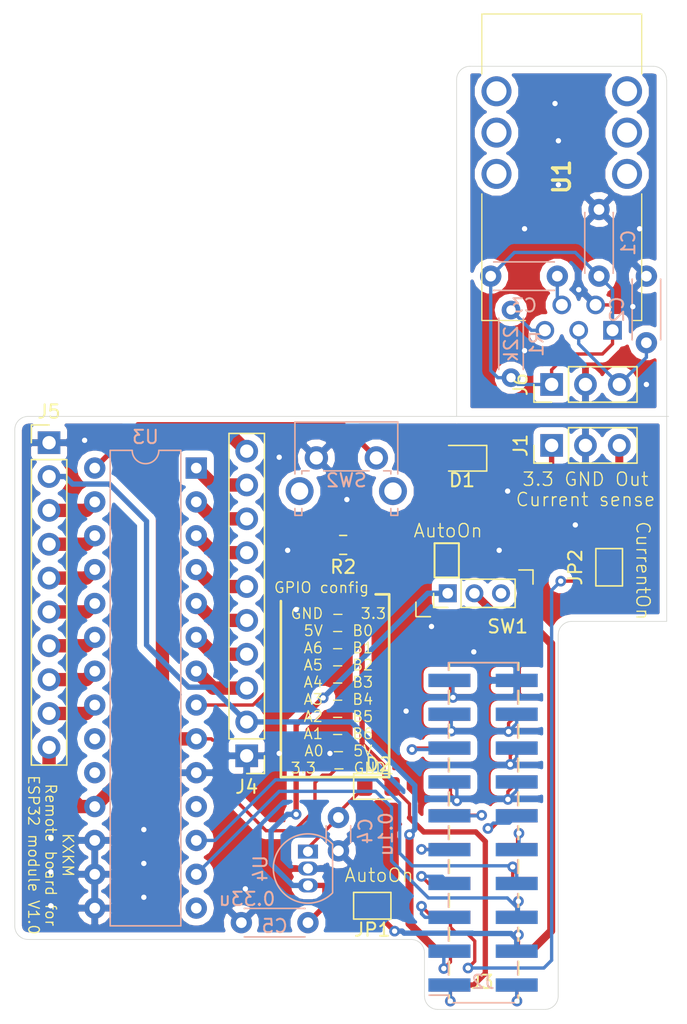
<source format=kicad_pcb>
(kicad_pcb (version 20171130) (host pcbnew "(5.0.0)")

  (general
    (thickness 1.6)
    (drawings 51)
    (tracks 318)
    (zones 0)
    (modules 22)
    (nets 51)
  )

  (page A4)
  (layers
    (0 F.Cu signal)
    (31 B.Cu signal)
    (32 B.Adhes user hide)
    (33 F.Adhes user hide)
    (34 B.Paste user)
    (35 F.Paste user hide)
    (36 B.SilkS user)
    (37 F.SilkS user hide)
    (38 B.Mask user)
    (39 F.Mask user hide)
    (40 Dwgs.User user hide)
    (41 Cmts.User user hide)
    (42 Eco1.User user hide)
    (43 Eco2.User user hide)
    (44 Edge.Cuts user)
    (45 Margin user hide)
    (46 B.CrtYd user)
    (47 F.CrtYd user hide)
    (48 B.Fab user)
    (49 F.Fab user hide)
  )

  (setup
    (last_trace_width 0.25)
    (user_trace_width 0.4)
    (user_trace_width 0.6)
    (user_trace_width 1)
    (trace_clearance 0.2)
    (zone_clearance 0.508)
    (zone_45_only no)
    (trace_min 0.2)
    (segment_width 0.2)
    (edge_width 0.15)
    (via_size 0.8)
    (via_drill 0.4)
    (via_min_size 0.4)
    (via_min_drill 0.3)
    (uvia_size 0.3)
    (uvia_drill 0.1)
    (uvias_allowed no)
    (uvia_min_size 0.2)
    (uvia_min_drill 0.1)
    (pcb_text_width 0.3)
    (pcb_text_size 1.5 1.5)
    (mod_edge_width 0.15)
    (mod_text_size 1 1)
    (mod_text_width 0.15)
    (pad_size 1.524 1.524)
    (pad_drill 0.762)
    (pad_to_mask_clearance 0.2)
    (aux_axis_origin 0 0)
    (visible_elements 7FFFFFFF)
    (pcbplotparams
      (layerselection 0x010fc_ffffffff)
      (usegerberextensions true)
      (usegerberattributes false)
      (usegerberadvancedattributes false)
      (creategerberjobfile false)
      (excludeedgelayer true)
      (linewidth 0.100000)
      (plotframeref false)
      (viasonmask false)
      (mode 1)
      (useauxorigin false)
      (hpglpennumber 1)
      (hpglpenspeed 20)
      (hpglpendiameter 15.000000)
      (psnegative false)
      (psa4output false)
      (plotreference true)
      (plotvalue true)
      (plotinvisibletext false)
      (padsonsilk false)
      (subtractmaskfromsilk false)
      (outputformat 1)
      (mirror false)
      (drillshape 0)
      (scaleselection 1)
      (outputdirectory "gerber/"))
  )

  (net 0 "")
  (net 1 /ext_3.3)
  (net 2 /ext_gnd)
  (net 3 /ho10_out)
  (net 4 "Net-(C3-Pad2)")
  (net 5 GND)
  (net 6 "Net-(C5-Pad1)")
  (net 7 +3V3)
  (net 8 +VSW)
  (net 9 VBUS)
  (net 10 +BATT)
  (net 11 /ADC)
  (net 12 /I2C_SDA)
  (net 13 /SPI_SCK)
  (net 14 /I2C_SCL)
  (net 15 /SPI_MISO)
  (net 16 /I2S_LRCK)
  (net 17 /SPI_MOSI)
  (net 18 /I2S_DATA)
  (net 19 /SPI_CS)
  (net 20 /I2S_BCK)
  (net 21 /DMX_DE)
  (net 22 /LED_D1)
  (net 23 /DMX_DI)
  (net 24 /LED_D2)
  (net 25 /DMX_RO)
  (net 26 /B7)
  (net 27 /B6)
  (net 28 /B5)
  (net 29 /B4)
  (net 30 /B3)
  (net 31 /B2)
  (net 32 /B1)
  (net 33 /B0)
  (net 34 /A0)
  (net 35 /A1)
  (net 36 /A2)
  (net 37 /A3)
  (net 38 /A4)
  (net 39 /A5)
  (net 40 /A6)
  (net 41 /A7)
  (net 42 "Net-(U3-Pad19)")
  (net 43 "Net-(U3-Pad20)")
  (net 44 "Net-(U3-Pad11)")
  (net 45 "Net-(U3-Pad14)")
  (net 46 "Net-(R1-Pad2)")
  (net 47 "Net-(J1-Pad3)")
  (net 48 "Net-(SW1-Pad3)")
  (net 49 "Net-(D1-Pad2)")
  (net 50 "Net-(C4-Pad1)")

  (net_class Default "Ceci est la Netclass par défaut."
    (clearance 0.2)
    (trace_width 0.25)
    (via_dia 0.8)
    (via_drill 0.4)
    (uvia_dia 0.3)
    (uvia_drill 0.1)
    (add_net +3V3)
    (add_net +BATT)
    (add_net +VSW)
    (add_net /A0)
    (add_net /A1)
    (add_net /A2)
    (add_net /A3)
    (add_net /A4)
    (add_net /A5)
    (add_net /A6)
    (add_net /A7)
    (add_net /ADC)
    (add_net /B0)
    (add_net /B1)
    (add_net /B2)
    (add_net /B3)
    (add_net /B4)
    (add_net /B5)
    (add_net /B6)
    (add_net /B7)
    (add_net /DMX_DE)
    (add_net /DMX_DI)
    (add_net /DMX_RO)
    (add_net /I2C_SCL)
    (add_net /I2C_SDA)
    (add_net /I2S_BCK)
    (add_net /I2S_DATA)
    (add_net /I2S_LRCK)
    (add_net /LED_D1)
    (add_net /LED_D2)
    (add_net /SPI_CS)
    (add_net /SPI_MISO)
    (add_net /SPI_MOSI)
    (add_net /SPI_SCK)
    (add_net /ext_3.3)
    (add_net /ext_gnd)
    (add_net /ho10_out)
    (add_net GND)
    (add_net "Net-(C3-Pad2)")
    (add_net "Net-(C4-Pad1)")
    (add_net "Net-(C5-Pad1)")
    (add_net "Net-(D1-Pad2)")
    (add_net "Net-(J1-Pad3)")
    (add_net "Net-(R1-Pad2)")
    (add_net "Net-(SW1-Pad3)")
    (add_net "Net-(U3-Pad11)")
    (add_net "Net-(U3-Pad14)")
    (add_net "Net-(U3-Pad19)")
    (add_net "Net-(U3-Pad20)")
    (add_net VBUS)
  )

  (module Connector_PinHeader_2.54mm:PinHeader_1x03_P2.54mm_Vertical (layer F.Cu) (tedit 5E554C15) (tstamp 5E7DC036)
    (at 177.292 70.104 90)
    (descr "Through hole straight pin header, 1x03, 2.54mm pitch, single row")
    (tags "Through hole pin header THT 1x03 2.54mm single row")
    (path /5E8661A1)
    (fp_text reference J6 (at 0 -2.33 90) (layer F.SilkS)
      (effects (font (size 1 1) (thickness 0.15)))
    )
    (fp_text value Conn_01x03 (at 1.27 19.05 90) (layer F.Fab) hide
      (effects (font (size 1 1) (thickness 0.15)))
    )
    (fp_line (start -0.635 -1.27) (end 1.27 -1.27) (layer F.Fab) (width 0.1))
    (fp_line (start 1.27 -1.27) (end 1.27 6.35) (layer F.Fab) (width 0.1))
    (fp_line (start 1.27 6.35) (end -1.27 6.35) (layer F.Fab) (width 0.1))
    (fp_line (start -1.27 6.35) (end -1.27 -0.635) (layer F.Fab) (width 0.1))
    (fp_line (start -1.27 -0.635) (end -0.635 -1.27) (layer F.Fab) (width 0.1))
    (fp_line (start -1.33 6.41) (end 1.33 6.41) (layer F.SilkS) (width 0.12))
    (fp_line (start -1.33 1.27) (end -1.33 6.41) (layer F.SilkS) (width 0.12))
    (fp_line (start 1.33 1.27) (end 1.33 6.41) (layer F.SilkS) (width 0.12))
    (fp_line (start -1.33 1.27) (end 1.33 1.27) (layer F.SilkS) (width 0.12))
    (fp_line (start -1.33 0) (end -1.33 -1.33) (layer F.SilkS) (width 0.12))
    (fp_line (start -1.33 -1.33) (end 0 -1.33) (layer F.SilkS) (width 0.12))
    (fp_line (start -1.8 -1.8) (end -1.8 6.85) (layer F.CrtYd) (width 0.05))
    (fp_line (start -1.8 6.85) (end 1.8 6.85) (layer F.CrtYd) (width 0.05))
    (fp_line (start 1.8 6.85) (end 1.8 -1.8) (layer F.CrtYd) (width 0.05))
    (fp_line (start 1.8 -1.8) (end -1.8 -1.8) (layer F.CrtYd) (width 0.05))
    (fp_text user %R (at 0 2.54 180) (layer F.Fab)
      (effects (font (size 1 1) (thickness 0.15)))
    )
    (pad 1 thru_hole rect (at 0 0 90) (size 1.7 1.7) (drill 1) (layers *.Cu *.Mask)
      (net 1 /ext_3.3))
    (pad 2 thru_hole oval (at 0 2.54 90) (size 1.7 1.7) (drill 1) (layers *.Cu *.Mask)
      (net 2 /ext_gnd))
    (pad 3 thru_hole oval (at 0 5.08 90) (size 1.7 1.7) (drill 1) (layers *.Cu *.Mask)
      (net 3 /ho10_out))
    (model ${KISYS3DMOD}/Connector_PinHeader_2.54mm.3dshapes/PinHeader_1x03_P2.54mm_Vertical.wrl
      (at (xyz 0 0 0))
      (scale (xyz 1 1 1))
      (rotate (xyz 0 0 0))
    )
  )

  (module Connector_PinHeader_2.54mm:PinHeader_1x10_P2.54mm_Vertical (layer F.Cu) (tedit 5E555A29) (tstamp 5E7DC072)
    (at 139.573 74.4728)
    (descr "Through hole straight pin header, 1x10, 2.54mm pitch, single row")
    (tags "Through hole pin header THT 1x10 2.54mm single row")
    (path /5E74A480)
    (fp_text reference J5 (at 0 -2.33) (layer F.SilkS)
      (effects (font (size 1 1) (thickness 0.15)))
    )
    (fp_text value GPIOA_conn (at 0 25.19) (layer F.Fab)
      (effects (font (size 1 1) (thickness 0.15)))
    )
    (fp_text user %R (at 0 11.43 90) (layer F.Fab)
      (effects (font (size 1 1) (thickness 0.15)))
    )
    (fp_line (start 1.8 -1.8) (end -1.8 -1.8) (layer F.CrtYd) (width 0.05))
    (fp_line (start 1.8 24.65) (end 1.8 -1.8) (layer F.CrtYd) (width 0.05))
    (fp_line (start -1.8 24.65) (end 1.8 24.65) (layer F.CrtYd) (width 0.05))
    (fp_line (start -1.8 -1.8) (end -1.8 24.65) (layer F.CrtYd) (width 0.05))
    (fp_line (start -1.33 -1.33) (end 0 -1.33) (layer F.SilkS) (width 0.12))
    (fp_line (start -1.33 0) (end -1.33 -1.33) (layer F.SilkS) (width 0.12))
    (fp_line (start -1.33 1.27) (end 1.33 1.27) (layer F.SilkS) (width 0.12))
    (fp_line (start 1.33 1.27) (end 1.33 24.19) (layer F.SilkS) (width 0.12))
    (fp_line (start -1.33 1.27) (end -1.33 24.19) (layer F.SilkS) (width 0.12))
    (fp_line (start -1.33 24.19) (end 1.33 24.19) (layer F.SilkS) (width 0.12))
    (fp_line (start -1.27 -0.635) (end -0.635 -1.27) (layer F.Fab) (width 0.1))
    (fp_line (start -1.27 24.13) (end -1.27 -0.635) (layer F.Fab) (width 0.1))
    (fp_line (start 1.27 24.13) (end -1.27 24.13) (layer F.Fab) (width 0.1))
    (fp_line (start 1.27 -1.27) (end 1.27 24.13) (layer F.Fab) (width 0.1))
    (fp_line (start -0.635 -1.27) (end 1.27 -1.27) (layer F.Fab) (width 0.1))
    (pad 10 thru_hole oval (at 0 22.86) (size 1.7 1.7) (drill 1) (layers *.Cu *.Mask)
      (net 7 +3V3))
    (pad 9 thru_hole oval (at 0 20.32) (size 1.7 1.7) (drill 1) (layers *.Cu *.Mask)
      (net 34 /A0))
    (pad 8 thru_hole oval (at 0 17.78) (size 1.7 1.7) (drill 1) (layers *.Cu *.Mask)
      (net 35 /A1))
    (pad 7 thru_hole oval (at 0 15.24) (size 1.7 1.7) (drill 1) (layers *.Cu *.Mask)
      (net 36 /A2))
    (pad 6 thru_hole oval (at 0 12.7) (size 1.7 1.7) (drill 1) (layers *.Cu *.Mask)
      (net 37 /A3))
    (pad 5 thru_hole oval (at 0 10.16) (size 1.7 1.7) (drill 1) (layers *.Cu *.Mask)
      (net 38 /A4))
    (pad 4 thru_hole oval (at 0 7.62) (size 1.7 1.7) (drill 1) (layers *.Cu *.Mask)
      (net 39 /A5))
    (pad 3 thru_hole oval (at 0 5.08) (size 1.7 1.7) (drill 1) (layers *.Cu *.Mask)
      (net 40 /A6))
    (pad 2 thru_hole oval (at 0 2.54) (size 1.7 1.7) (drill 1) (layers *.Cu *.Mask)
      (net 9 VBUS))
    (pad 1 thru_hole rect (at 0 0) (size 1.7 1.7) (drill 1) (layers *.Cu *.Mask)
      (net 5 GND))
    (model ${KISYS3DMOD}/Connector_PinHeader_2.54mm.3dshapes/PinHeader_1x10_P2.54mm_Vertical.wrl
      (at (xyz 0 0 0))
      (scale (xyz 1 1 1))
      (rotate (xyz 0 0 0))
    )
  )

  (module Connector_PinSocket_2.54mm:PinSocket_2x10_P2.54mm_Vertical_SMD (layer F.Cu) (tedit 5E555A65) (tstamp 5E7DC008)
    (at 172.21676 103.73868 180)
    (descr "surface-mounted straight socket strip, 2x10, 2.54mm pitch, double cols (from Kicad 4.0.7), script generated")
    (tags "Surface mounted socket strip SMD 2x10 2.54mm double row")
    (path /5E550AD1)
    (attr smd)
    (fp_text reference J3 (at 0.13176 -11.19632 180) (layer F.SilkS)
      (effects (font (size 1 1) (thickness 0.15)))
    )
    (fp_text value Conn_02x10_Odd_Even (at 0 14.2 180) (layer F.Fab)
      (effects (font (size 1 1) (thickness 0.15)))
    )
    (fp_line (start -2.6 -12.76) (end 2.6 -12.76) (layer F.SilkS) (width 0.12))
    (fp_line (start 2.6 -12.76) (end 2.6 -12.19) (layer F.SilkS) (width 0.12))
    (fp_line (start 2.6 -10.67) (end 2.6 -9.65) (layer F.SilkS) (width 0.12))
    (fp_line (start 2.6 -8.13) (end 2.6 -7.11) (layer F.SilkS) (width 0.12))
    (fp_line (start 2.6 -5.59) (end 2.6 -4.57) (layer F.SilkS) (width 0.12))
    (fp_line (start 2.6 -3.05) (end 2.6 -2.03) (layer F.SilkS) (width 0.12))
    (fp_line (start 2.6 -0.51) (end 2.6 0.51) (layer F.SilkS) (width 0.12))
    (fp_line (start 2.6 2.03) (end 2.6 3.05) (layer F.SilkS) (width 0.12))
    (fp_line (start 2.6 4.57) (end 2.6 5.59) (layer F.SilkS) (width 0.12))
    (fp_line (start 2.6 7.11) (end 2.6 8.13) (layer F.SilkS) (width 0.12))
    (fp_line (start 2.6 9.65) (end 2.6 10.67) (layer F.SilkS) (width 0.12))
    (fp_line (start 2.6 12.19) (end 2.6 12.76) (layer F.SilkS) (width 0.12))
    (fp_line (start -2.6 12.76) (end 2.6 12.76) (layer F.SilkS) (width 0.12))
    (fp_line (start -2.6 -12.76) (end -2.6 -12.19) (layer F.SilkS) (width 0.12))
    (fp_line (start -2.6 -10.67) (end -2.6 -9.65) (layer F.SilkS) (width 0.12))
    (fp_line (start -2.6 -8.13) (end -2.6 -7.11) (layer F.SilkS) (width 0.12))
    (fp_line (start -2.6 -5.59) (end -2.6 -4.57) (layer F.SilkS) (width 0.12))
    (fp_line (start -2.6 -3.05) (end -2.6 -2.03) (layer F.SilkS) (width 0.12))
    (fp_line (start -2.6 -0.51) (end -2.6 0.51) (layer F.SilkS) (width 0.12))
    (fp_line (start -2.6 2.03) (end -2.6 3.05) (layer F.SilkS) (width 0.12))
    (fp_line (start -2.6 4.57) (end -2.6 5.59) (layer F.SilkS) (width 0.12))
    (fp_line (start -2.6 7.11) (end -2.6 8.13) (layer F.SilkS) (width 0.12))
    (fp_line (start -2.6 9.65) (end -2.6 10.67) (layer F.SilkS) (width 0.12))
    (fp_line (start -2.6 12.19) (end -2.6 12.76) (layer F.SilkS) (width 0.12))
    (fp_line (start 2.6 -12.19) (end 3.96 -12.19) (layer F.SilkS) (width 0.12))
    (fp_line (start -2.54 -12.7) (end 1.54 -12.7) (layer F.Fab) (width 0.1))
    (fp_line (start 1.54 -12.7) (end 2.54 -11.7) (layer F.Fab) (width 0.1))
    (fp_line (start 2.54 -11.7) (end 2.54 12.7) (layer F.Fab) (width 0.1))
    (fp_line (start 2.54 12.7) (end -2.54 12.7) (layer F.Fab) (width 0.1))
    (fp_line (start -2.54 12.7) (end -2.54 -12.7) (layer F.Fab) (width 0.1))
    (fp_line (start -3.92 -11.75) (end -2.54 -11.75) (layer F.Fab) (width 0.1))
    (fp_line (start -2.54 -11.11) (end -3.92 -11.11) (layer F.Fab) (width 0.1))
    (fp_line (start -3.92 -11.11) (end -3.92 -11.75) (layer F.Fab) (width 0.1))
    (fp_line (start 2.54 -11.75) (end 3.92 -11.75) (layer F.Fab) (width 0.1))
    (fp_line (start 3.92 -11.75) (end 3.92 -11.11) (layer F.Fab) (width 0.1))
    (fp_line (start 3.92 -11.11) (end 2.54 -11.11) (layer F.Fab) (width 0.1))
    (fp_line (start -3.92 -9.21) (end -2.54 -9.21) (layer F.Fab) (width 0.1))
    (fp_line (start -2.54 -8.57) (end -3.92 -8.57) (layer F.Fab) (width 0.1))
    (fp_line (start -3.92 -8.57) (end -3.92 -9.21) (layer F.Fab) (width 0.1))
    (fp_line (start 2.54 -9.21) (end 3.92 -9.21) (layer F.Fab) (width 0.1))
    (fp_line (start 3.92 -9.21) (end 3.92 -8.57) (layer F.Fab) (width 0.1))
    (fp_line (start 3.92 -8.57) (end 2.54 -8.57) (layer F.Fab) (width 0.1))
    (fp_line (start -3.92 -6.67) (end -2.54 -6.67) (layer F.Fab) (width 0.1))
    (fp_line (start -2.54 -6.03) (end -3.92 -6.03) (layer F.Fab) (width 0.1))
    (fp_line (start -3.92 -6.03) (end -3.92 -6.67) (layer F.Fab) (width 0.1))
    (fp_line (start 2.54 -6.67) (end 3.92 -6.67) (layer F.Fab) (width 0.1))
    (fp_line (start 3.92 -6.67) (end 3.92 -6.03) (layer F.Fab) (width 0.1))
    (fp_line (start 3.92 -6.03) (end 2.54 -6.03) (layer F.Fab) (width 0.1))
    (fp_line (start -3.92 -4.13) (end -2.54 -4.13) (layer F.Fab) (width 0.1))
    (fp_line (start -2.54 -3.49) (end -3.92 -3.49) (layer F.Fab) (width 0.1))
    (fp_line (start -3.92 -3.49) (end -3.92 -4.13) (layer F.Fab) (width 0.1))
    (fp_line (start 2.54 -4.13) (end 3.92 -4.13) (layer F.Fab) (width 0.1))
    (fp_line (start 3.92 -4.13) (end 3.92 -3.49) (layer F.Fab) (width 0.1))
    (fp_line (start 3.92 -3.49) (end 2.54 -3.49) (layer F.Fab) (width 0.1))
    (fp_line (start -3.92 -1.59) (end -2.54 -1.59) (layer F.Fab) (width 0.1))
    (fp_line (start -2.54 -0.95) (end -3.92 -0.95) (layer F.Fab) (width 0.1))
    (fp_line (start -3.92 -0.95) (end -3.92 -1.59) (layer F.Fab) (width 0.1))
    (fp_line (start 2.54 -1.59) (end 3.92 -1.59) (layer F.Fab) (width 0.1))
    (fp_line (start 3.92 -1.59) (end 3.92 -0.95) (layer F.Fab) (width 0.1))
    (fp_line (start 3.92 -0.95) (end 2.54 -0.95) (layer F.Fab) (width 0.1))
    (fp_line (start -3.92 0.95) (end -2.54 0.95) (layer F.Fab) (width 0.1))
    (fp_line (start -2.54 1.59) (end -3.92 1.59) (layer F.Fab) (width 0.1))
    (fp_line (start -3.92 1.59) (end -3.92 0.95) (layer F.Fab) (width 0.1))
    (fp_line (start 2.54 0.95) (end 3.92 0.95) (layer F.Fab) (width 0.1))
    (fp_line (start 3.92 0.95) (end 3.92 1.59) (layer F.Fab) (width 0.1))
    (fp_line (start 3.92 1.59) (end 2.54 1.59) (layer F.Fab) (width 0.1))
    (fp_line (start -3.92 3.49) (end -2.54 3.49) (layer F.Fab) (width 0.1))
    (fp_line (start -2.54 4.13) (end -3.92 4.13) (layer F.Fab) (width 0.1))
    (fp_line (start -3.92 4.13) (end -3.92 3.49) (layer F.Fab) (width 0.1))
    (fp_line (start 2.54 3.49) (end 3.92 3.49) (layer F.Fab) (width 0.1))
    (fp_line (start 3.92 3.49) (end 3.92 4.13) (layer F.Fab) (width 0.1))
    (fp_line (start 3.92 4.13) (end 2.54 4.13) (layer F.Fab) (width 0.1))
    (fp_line (start -3.92 6.03) (end -2.54 6.03) (layer F.Fab) (width 0.1))
    (fp_line (start -2.54 6.67) (end -3.92 6.67) (layer F.Fab) (width 0.1))
    (fp_line (start -3.92 6.67) (end -3.92 6.03) (layer F.Fab) (width 0.1))
    (fp_line (start 2.54 6.03) (end 3.92 6.03) (layer F.Fab) (width 0.1))
    (fp_line (start 3.92 6.03) (end 3.92 6.67) (layer F.Fab) (width 0.1))
    (fp_line (start 3.92 6.67) (end 2.54 6.67) (layer F.Fab) (width 0.1))
    (fp_line (start -3.92 8.57) (end -2.54 8.57) (layer F.Fab) (width 0.1))
    (fp_line (start -2.54 9.21) (end -3.92 9.21) (layer F.Fab) (width 0.1))
    (fp_line (start -3.92 9.21) (end -3.92 8.57) (layer F.Fab) (width 0.1))
    (fp_line (start 2.54 8.57) (end 3.92 8.57) (layer F.Fab) (width 0.1))
    (fp_line (start 3.92 8.57) (end 3.92 9.21) (layer F.Fab) (width 0.1))
    (fp_line (start 3.92 9.21) (end 2.54 9.21) (layer F.Fab) (width 0.1))
    (fp_line (start -3.92 11.11) (end -2.54 11.11) (layer F.Fab) (width 0.1))
    (fp_line (start -2.54 11.75) (end -3.92 11.75) (layer F.Fab) (width 0.1))
    (fp_line (start -3.92 11.75) (end -3.92 11.11) (layer F.Fab) (width 0.1))
    (fp_line (start 2.54 11.11) (end 3.92 11.11) (layer F.Fab) (width 0.1))
    (fp_line (start 3.92 11.11) (end 3.92 11.75) (layer F.Fab) (width 0.1))
    (fp_line (start 3.92 11.75) (end 2.54 11.75) (layer F.Fab) (width 0.1))
    (fp_line (start -4.55 -13.2) (end 4.5 -13.2) (layer F.CrtYd) (width 0.05))
    (fp_line (start 4.5 -13.2) (end 4.5 13.2) (layer F.CrtYd) (width 0.05))
    (fp_line (start 4.5 13.2) (end -4.55 13.2) (layer F.CrtYd) (width 0.05))
    (fp_line (start -4.55 13.2) (end -4.55 -13.2) (layer F.CrtYd) (width 0.05))
    (fp_text user %R (at 0 0 270) (layer F.Fab)
      (effects (font (size 1 1) (thickness 0.15)))
    )
    (pad 1 smd rect (at 2.52 -11.43 180) (size 3 1) (layers F.Cu F.Paste F.Mask)
      (net 7 +3V3))
    (pad 2 smd rect (at -2.52 -11.43 180) (size 3 1) (layers F.Cu F.Paste F.Mask)
      (net 8 +VSW))
    (pad 3 smd rect (at 2.52 -8.89 180) (size 3 1) (layers F.Cu F.Paste F.Mask)
      (net 9 VBUS))
    (pad 4 smd rect (at -2.52 -8.89 180) (size 3 1) (layers F.Cu F.Paste F.Mask)
      (net 10 +BATT))
    (pad 5 smd rect (at 2.52 -6.35 180) (size 3 1) (layers F.Cu F.Paste F.Mask)
      (net 11 /ADC))
    (pad 6 smd rect (at -2.52 -6.35 180) (size 3 1) (layers F.Cu F.Paste F.Mask)
      (net 12 /I2C_SDA))
    (pad 7 smd rect (at 2.52 -3.81 180) (size 3 1) (layers F.Cu F.Paste F.Mask)
      (net 13 /SPI_SCK))
    (pad 8 smd rect (at -2.52 -3.81 180) (size 3 1) (layers F.Cu F.Paste F.Mask)
      (net 14 /I2C_SCL))
    (pad 9 smd rect (at 2.52 -1.27 180) (size 3 1) (layers F.Cu F.Paste F.Mask)
      (net 15 /SPI_MISO))
    (pad 10 smd rect (at -2.52 -1.27 180) (size 3 1) (layers F.Cu F.Paste F.Mask)
      (net 16 /I2S_LRCK))
    (pad 11 smd rect (at 2.52 1.27 180) (size 3 1) (layers F.Cu F.Paste F.Mask)
      (net 17 /SPI_MOSI))
    (pad 12 smd rect (at -2.52 1.27 180) (size 3 1) (layers F.Cu F.Paste F.Mask)
      (net 18 /I2S_DATA))
    (pad 13 smd rect (at 2.52 3.81 180) (size 3 1) (layers F.Cu F.Paste F.Mask)
      (net 19 /SPI_CS))
    (pad 14 smd rect (at -2.52 3.81 180) (size 3 1) (layers F.Cu F.Paste F.Mask)
      (net 20 /I2S_BCK))
    (pad 15 smd rect (at 2.52 6.35 180) (size 3 1) (layers F.Cu F.Paste F.Mask)
      (net 21 /DMX_DE))
    (pad 16 smd rect (at -2.52 6.35 180) (size 3 1) (layers F.Cu F.Paste F.Mask)
      (net 22 /LED_D1))
    (pad 17 smd rect (at 2.52 8.89 180) (size 3 1) (layers F.Cu F.Paste F.Mask)
      (net 23 /DMX_DI))
    (pad 18 smd rect (at -2.52 8.89 180) (size 3 1) (layers F.Cu F.Paste F.Mask)
      (net 24 /LED_D2))
    (pad 19 smd rect (at 2.52 11.43 180) (size 3 1) (layers F.Cu F.Paste F.Mask)
      (net 25 /DMX_RO))
    (pad 20 smd rect (at -2.52 11.43 180) (size 3 1) (layers F.Cu F.Paste F.Mask)
      (net 5 GND))
    (model ${KISYS3DMOD}/Connector_PinSocket_2.54mm.3dshapes/PinSocket_2x10_P2.54mm_Vertical_SMD.wrl
      (at (xyz 0 0 0))
      (scale (xyz 1 1 1))
      (rotate (xyz 0 0 0))
    )
  )

  (module Connector_PinHeader_2.54mm:PinHeader_2x10_P2.54mm_Vertical_SMD (layer B.Cu) (tedit 5E555A00) (tstamp 5E80B400)
    (at 172.145 103.74)
    (descr "surface-mounted straight pin header, 2x10, 2.54mm pitch, double rows")
    (tags "Surface mounted pin header SMD 2x10 2.54mm double row")
    (path /5E5501EA)
    (attr smd)
    (fp_text reference J2 (at 0 11.195) (layer B.SilkS)
      (effects (font (size 1 1) (thickness 0.15)) (justify mirror))
    )
    (fp_text value Conn_02x10_Odd_Even (at 0 -13.76) (layer B.Fab)
      (effects (font (size 1 1) (thickness 0.15)) (justify mirror))
    )
    (fp_line (start 2.54 -12.7) (end -2.54 -12.7) (layer B.Fab) (width 0.1))
    (fp_line (start -1.59 12.7) (end 2.54 12.7) (layer B.Fab) (width 0.1))
    (fp_line (start -2.54 -12.7) (end -2.54 11.75) (layer B.Fab) (width 0.1))
    (fp_line (start -2.54 11.75) (end -1.59 12.7) (layer B.Fab) (width 0.1))
    (fp_line (start 2.54 12.7) (end 2.54 -12.7) (layer B.Fab) (width 0.1))
    (fp_line (start -2.54 11.75) (end -3.6 11.75) (layer B.Fab) (width 0.1))
    (fp_line (start -3.6 11.75) (end -3.6 11.11) (layer B.Fab) (width 0.1))
    (fp_line (start -3.6 11.11) (end -2.54 11.11) (layer B.Fab) (width 0.1))
    (fp_line (start 2.54 11.75) (end 3.6 11.75) (layer B.Fab) (width 0.1))
    (fp_line (start 3.6 11.75) (end 3.6 11.11) (layer B.Fab) (width 0.1))
    (fp_line (start 3.6 11.11) (end 2.54 11.11) (layer B.Fab) (width 0.1))
    (fp_line (start -2.54 9.21) (end -3.6 9.21) (layer B.Fab) (width 0.1))
    (fp_line (start -3.6 9.21) (end -3.6 8.57) (layer B.Fab) (width 0.1))
    (fp_line (start -3.6 8.57) (end -2.54 8.57) (layer B.Fab) (width 0.1))
    (fp_line (start 2.54 9.21) (end 3.6 9.21) (layer B.Fab) (width 0.1))
    (fp_line (start 3.6 9.21) (end 3.6 8.57) (layer B.Fab) (width 0.1))
    (fp_line (start 3.6 8.57) (end 2.54 8.57) (layer B.Fab) (width 0.1))
    (fp_line (start -2.54 6.67) (end -3.6 6.67) (layer B.Fab) (width 0.1))
    (fp_line (start -3.6 6.67) (end -3.6 6.03) (layer B.Fab) (width 0.1))
    (fp_line (start -3.6 6.03) (end -2.54 6.03) (layer B.Fab) (width 0.1))
    (fp_line (start 2.54 6.67) (end 3.6 6.67) (layer B.Fab) (width 0.1))
    (fp_line (start 3.6 6.67) (end 3.6 6.03) (layer B.Fab) (width 0.1))
    (fp_line (start 3.6 6.03) (end 2.54 6.03) (layer B.Fab) (width 0.1))
    (fp_line (start -2.54 4.13) (end -3.6 4.13) (layer B.Fab) (width 0.1))
    (fp_line (start -3.6 4.13) (end -3.6 3.49) (layer B.Fab) (width 0.1))
    (fp_line (start -3.6 3.49) (end -2.54 3.49) (layer B.Fab) (width 0.1))
    (fp_line (start 2.54 4.13) (end 3.6 4.13) (layer B.Fab) (width 0.1))
    (fp_line (start 3.6 4.13) (end 3.6 3.49) (layer B.Fab) (width 0.1))
    (fp_line (start 3.6 3.49) (end 2.54 3.49) (layer B.Fab) (width 0.1))
    (fp_line (start -2.54 1.59) (end -3.6 1.59) (layer B.Fab) (width 0.1))
    (fp_line (start -3.6 1.59) (end -3.6 0.95) (layer B.Fab) (width 0.1))
    (fp_line (start -3.6 0.95) (end -2.54 0.95) (layer B.Fab) (width 0.1))
    (fp_line (start 2.54 1.59) (end 3.6 1.59) (layer B.Fab) (width 0.1))
    (fp_line (start 3.6 1.59) (end 3.6 0.95) (layer B.Fab) (width 0.1))
    (fp_line (start 3.6 0.95) (end 2.54 0.95) (layer B.Fab) (width 0.1))
    (fp_line (start -2.54 -0.95) (end -3.6 -0.95) (layer B.Fab) (width 0.1))
    (fp_line (start -3.6 -0.95) (end -3.6 -1.59) (layer B.Fab) (width 0.1))
    (fp_line (start -3.6 -1.59) (end -2.54 -1.59) (layer B.Fab) (width 0.1))
    (fp_line (start 2.54 -0.95) (end 3.6 -0.95) (layer B.Fab) (width 0.1))
    (fp_line (start 3.6 -0.95) (end 3.6 -1.59) (layer B.Fab) (width 0.1))
    (fp_line (start 3.6 -1.59) (end 2.54 -1.59) (layer B.Fab) (width 0.1))
    (fp_line (start -2.54 -3.49) (end -3.6 -3.49) (layer B.Fab) (width 0.1))
    (fp_line (start -3.6 -3.49) (end -3.6 -4.13) (layer B.Fab) (width 0.1))
    (fp_line (start -3.6 -4.13) (end -2.54 -4.13) (layer B.Fab) (width 0.1))
    (fp_line (start 2.54 -3.49) (end 3.6 -3.49) (layer B.Fab) (width 0.1))
    (fp_line (start 3.6 -3.49) (end 3.6 -4.13) (layer B.Fab) (width 0.1))
    (fp_line (start 3.6 -4.13) (end 2.54 -4.13) (layer B.Fab) (width 0.1))
    (fp_line (start -2.54 -6.03) (end -3.6 -6.03) (layer B.Fab) (width 0.1))
    (fp_line (start -3.6 -6.03) (end -3.6 -6.67) (layer B.Fab) (width 0.1))
    (fp_line (start -3.6 -6.67) (end -2.54 -6.67) (layer B.Fab) (width 0.1))
    (fp_line (start 2.54 -6.03) (end 3.6 -6.03) (layer B.Fab) (width 0.1))
    (fp_line (start 3.6 -6.03) (end 3.6 -6.67) (layer B.Fab) (width 0.1))
    (fp_line (start 3.6 -6.67) (end 2.54 -6.67) (layer B.Fab) (width 0.1))
    (fp_line (start -2.54 -8.57) (end -3.6 -8.57) (layer B.Fab) (width 0.1))
    (fp_line (start -3.6 -8.57) (end -3.6 -9.21) (layer B.Fab) (width 0.1))
    (fp_line (start -3.6 -9.21) (end -2.54 -9.21) (layer B.Fab) (width 0.1))
    (fp_line (start 2.54 -8.57) (end 3.6 -8.57) (layer B.Fab) (width 0.1))
    (fp_line (start 3.6 -8.57) (end 3.6 -9.21) (layer B.Fab) (width 0.1))
    (fp_line (start 3.6 -9.21) (end 2.54 -9.21) (layer B.Fab) (width 0.1))
    (fp_line (start -2.54 -11.11) (end -3.6 -11.11) (layer B.Fab) (width 0.1))
    (fp_line (start -3.6 -11.11) (end -3.6 -11.75) (layer B.Fab) (width 0.1))
    (fp_line (start -3.6 -11.75) (end -2.54 -11.75) (layer B.Fab) (width 0.1))
    (fp_line (start 2.54 -11.11) (end 3.6 -11.11) (layer B.Fab) (width 0.1))
    (fp_line (start 3.6 -11.11) (end 3.6 -11.75) (layer B.Fab) (width 0.1))
    (fp_line (start 3.6 -11.75) (end 2.54 -11.75) (layer B.Fab) (width 0.1))
    (fp_line (start -2.6 12.76) (end 2.6 12.76) (layer B.SilkS) (width 0.12))
    (fp_line (start -2.6 -12.76) (end 2.6 -12.76) (layer B.SilkS) (width 0.12))
    (fp_line (start -4.04 12.19) (end -2.6 12.19) (layer B.SilkS) (width 0.12))
    (fp_line (start -2.6 12.76) (end -2.6 12.19) (layer B.SilkS) (width 0.12))
    (fp_line (start 2.6 12.76) (end 2.6 12.19) (layer B.SilkS) (width 0.12))
    (fp_line (start -2.6 -12.19) (end -2.6 -12.76) (layer B.SilkS) (width 0.12))
    (fp_line (start 2.6 -12.19) (end 2.6 -12.76) (layer B.SilkS) (width 0.12))
    (fp_line (start -2.6 10.67) (end -2.6 9.65) (layer B.SilkS) (width 0.12))
    (fp_line (start 2.6 10.67) (end 2.6 9.65) (layer B.SilkS) (width 0.12))
    (fp_line (start -2.6 8.13) (end -2.6 7.11) (layer B.SilkS) (width 0.12))
    (fp_line (start 2.6 8.13) (end 2.6 7.11) (layer B.SilkS) (width 0.12))
    (fp_line (start -2.6 5.59) (end -2.6 4.57) (layer B.SilkS) (width 0.12))
    (fp_line (start 2.6 5.59) (end 2.6 4.57) (layer B.SilkS) (width 0.12))
    (fp_line (start -2.6 3.05) (end -2.6 2.03) (layer B.SilkS) (width 0.12))
    (fp_line (start 2.6 3.05) (end 2.6 2.03) (layer B.SilkS) (width 0.12))
    (fp_line (start -2.6 0.51) (end -2.6 -0.51) (layer B.SilkS) (width 0.12))
    (fp_line (start 2.6 0.51) (end 2.6 -0.51) (layer B.SilkS) (width 0.12))
    (fp_line (start -2.6 -2.03) (end -2.6 -3.05) (layer B.SilkS) (width 0.12))
    (fp_line (start 2.6 -2.03) (end 2.6 -3.05) (layer B.SilkS) (width 0.12))
    (fp_line (start -2.6 -4.57) (end -2.6 -5.59) (layer B.SilkS) (width 0.12))
    (fp_line (start 2.6 -4.57) (end 2.6 -5.59) (layer B.SilkS) (width 0.12))
    (fp_line (start -2.6 -7.11) (end -2.6 -8.13) (layer B.SilkS) (width 0.12))
    (fp_line (start 2.6 -7.11) (end 2.6 -8.13) (layer B.SilkS) (width 0.12))
    (fp_line (start -2.6 -9.65) (end -2.6 -10.67) (layer B.SilkS) (width 0.12))
    (fp_line (start 2.6 -9.65) (end 2.6 -10.67) (layer B.SilkS) (width 0.12))
    (fp_line (start -5.9 13.2) (end -5.9 -13.2) (layer B.CrtYd) (width 0.05))
    (fp_line (start -5.9 -13.2) (end 5.9 -13.2) (layer B.CrtYd) (width 0.05))
    (fp_line (start 5.9 -13.2) (end 5.9 13.2) (layer B.CrtYd) (width 0.05))
    (fp_line (start 5.9 13.2) (end -5.9 13.2) (layer B.CrtYd) (width 0.05))
    (fp_text user %R (at 0 0 -90) (layer B.Fab)
      (effects (font (size 1 1) (thickness 0.15)) (justify mirror))
    )
    (pad 1 smd rect (at -2.525 11.43) (size 3.15 1) (layers B.Cu B.Paste B.Mask)
      (net 7 +3V3))
    (pad 2 smd rect (at 2.525 11.43) (size 3.15 1) (layers B.Cu B.Paste B.Mask)
      (net 8 +VSW))
    (pad 3 smd rect (at -2.525 8.89) (size 3.15 1) (layers B.Cu B.Paste B.Mask)
      (net 9 VBUS))
    (pad 4 smd rect (at 2.525 8.89) (size 3.15 1) (layers B.Cu B.Paste B.Mask)
      (net 10 +BATT))
    (pad 5 smd rect (at -2.525 6.35) (size 3.15 1) (layers B.Cu B.Paste B.Mask)
      (net 11 /ADC))
    (pad 6 smd rect (at 2.525 6.35) (size 3.15 1) (layers B.Cu B.Paste B.Mask)
      (net 12 /I2C_SDA))
    (pad 7 smd rect (at -2.525 3.81) (size 3.15 1) (layers B.Cu B.Paste B.Mask)
      (net 13 /SPI_SCK))
    (pad 8 smd rect (at 2.525 3.81) (size 3.15 1) (layers B.Cu B.Paste B.Mask)
      (net 14 /I2C_SCL))
    (pad 9 smd rect (at -2.525 1.27) (size 3.15 1) (layers B.Cu B.Paste B.Mask)
      (net 15 /SPI_MISO))
    (pad 10 smd rect (at 2.525 1.27) (size 3.15 1) (layers B.Cu B.Paste B.Mask)
      (net 16 /I2S_LRCK))
    (pad 11 smd rect (at -2.525 -1.27) (size 3.15 1) (layers B.Cu B.Paste B.Mask)
      (net 17 /SPI_MOSI))
    (pad 12 smd rect (at 2.525 -1.27) (size 3.15 1) (layers B.Cu B.Paste B.Mask)
      (net 18 /I2S_DATA))
    (pad 13 smd rect (at -2.525 -3.81) (size 3.15 1) (layers B.Cu B.Paste B.Mask)
      (net 19 /SPI_CS))
    (pad 14 smd rect (at 2.525 -3.81) (size 3.15 1) (layers B.Cu B.Paste B.Mask)
      (net 20 /I2S_BCK))
    (pad 15 smd rect (at -2.525 -6.35) (size 3.15 1) (layers B.Cu B.Paste B.Mask)
      (net 21 /DMX_DE))
    (pad 16 smd rect (at 2.525 -6.35) (size 3.15 1) (layers B.Cu B.Paste B.Mask)
      (net 22 /LED_D1))
    (pad 17 smd rect (at -2.525 -8.89) (size 3.15 1) (layers B.Cu B.Paste B.Mask)
      (net 23 /DMX_DI))
    (pad 18 smd rect (at 2.525 -8.89) (size 3.15 1) (layers B.Cu B.Paste B.Mask)
      (net 24 /LED_D2))
    (pad 19 smd rect (at -2.525 -11.43) (size 3.15 1) (layers B.Cu B.Paste B.Mask)
      (net 25 /DMX_RO))
    (pad 20 smd rect (at 2.525 -11.43) (size 3.15 1) (layers B.Cu B.Paste B.Mask)
      (net 5 GND))
    (model ${KISYS3DMOD}/Connector_PinHeader_2.54mm.3dshapes/PinHeader_2x10_P2.54mm_Vertical_SMD.wrl
      (at (xyz 0 0 0))
      (scale (xyz 1 1 1))
      (rotate (xyz 0 0 0))
    )
  )

  (module Connector_PinHeader_2.54mm:PinHeader_1x03_P2.54mm_Vertical (layer F.Cu) (tedit 5E556568) (tstamp 5E7DC01F)
    (at 177.292 74.676 90)
    (descr "Through hole straight pin header, 1x03, 2.54mm pitch, single row")
    (tags "Through hole pin header THT 1x03 2.54mm single row")
    (path /5E88ADED)
    (fp_text reference J1 (at 0 -2.33 90) (layer F.SilkS)
      (effects (font (size 1 1) (thickness 0.15)))
    )
    (fp_text value Conn_01x03 (at -3.81 2.54) (layer F.SilkS) hide
      (effects (font (size 1 1) (thickness 0.15)))
    )
    (fp_text user %R (at 0 2.54 180) (layer F.Fab)
      (effects (font (size 1 1) (thickness 0.15)))
    )
    (fp_line (start 1.8 -1.8) (end -1.8 -1.8) (layer F.CrtYd) (width 0.05))
    (fp_line (start 1.8 6.85) (end 1.8 -1.8) (layer F.CrtYd) (width 0.05))
    (fp_line (start -1.8 6.85) (end 1.8 6.85) (layer F.CrtYd) (width 0.05))
    (fp_line (start -1.8 -1.8) (end -1.8 6.85) (layer F.CrtYd) (width 0.05))
    (fp_line (start -1.33 -1.33) (end 0 -1.33) (layer F.SilkS) (width 0.12))
    (fp_line (start -1.33 0) (end -1.33 -1.33) (layer F.SilkS) (width 0.12))
    (fp_line (start -1.33 1.27) (end 1.33 1.27) (layer F.SilkS) (width 0.12))
    (fp_line (start 1.33 1.27) (end 1.33 6.41) (layer F.SilkS) (width 0.12))
    (fp_line (start -1.33 1.27) (end -1.33 6.41) (layer F.SilkS) (width 0.12))
    (fp_line (start -1.33 6.41) (end 1.33 6.41) (layer F.SilkS) (width 0.12))
    (fp_line (start -1.27 -0.635) (end -0.635 -1.27) (layer F.Fab) (width 0.1))
    (fp_line (start -1.27 6.35) (end -1.27 -0.635) (layer F.Fab) (width 0.1))
    (fp_line (start 1.27 6.35) (end -1.27 6.35) (layer F.Fab) (width 0.1))
    (fp_line (start 1.27 -1.27) (end 1.27 6.35) (layer F.Fab) (width 0.1))
    (fp_line (start -0.635 -1.27) (end 1.27 -1.27) (layer F.Fab) (width 0.1))
    (pad 3 thru_hole oval (at 0 5.08 90) (size 1.7 1.7) (drill 1) (layers *.Cu *.Mask)
      (net 47 "Net-(J1-Pad3)"))
    (pad 2 thru_hole oval (at 0 2.54 90) (size 1.7 1.7) (drill 1) (layers *.Cu *.Mask)
      (net 5 GND))
    (pad 1 thru_hole rect (at 0 0 90) (size 1.7 1.7) (drill 1) (layers *.Cu *.Mask)
      (net 7 +3V3))
    (model ${KISYS3DMOD}/Connector_PinHeader_2.54mm.3dshapes/PinHeader_1x03_P2.54mm_Vertical.wrl
      (at (xyz 0 0 0))
      (scale (xyz 1 1 1))
      (rotate (xyz 0 0 0))
    )
  )

  (module Connector_PinHeader_2.54mm:PinHeader_1x10_P2.54mm_Vertical (layer F.Cu) (tedit 5E555A22) (tstamp 5E591609)
    (at 154.4066 97.9678 180)
    (descr "Through hole straight pin header, 1x10, 2.54mm pitch, single row")
    (tags "Through hole pin header THT 1x10 2.54mm single row")
    (path /5E71B4EC)
    (fp_text reference J4 (at 0 -2.33 180) (layer F.SilkS)
      (effects (font (size 1 1) (thickness 0.15)))
    )
    (fp_text value GPIOB_conn (at 0 25.19 180) (layer F.Fab)
      (effects (font (size 1 1) (thickness 0.15)))
    )
    (fp_line (start -0.635 -1.27) (end 1.27 -1.27) (layer F.Fab) (width 0.1))
    (fp_line (start 1.27 -1.27) (end 1.27 24.13) (layer F.Fab) (width 0.1))
    (fp_line (start 1.27 24.13) (end -1.27 24.13) (layer F.Fab) (width 0.1))
    (fp_line (start -1.27 24.13) (end -1.27 -0.635) (layer F.Fab) (width 0.1))
    (fp_line (start -1.27 -0.635) (end -0.635 -1.27) (layer F.Fab) (width 0.1))
    (fp_line (start -1.33 24.19) (end 1.33 24.19) (layer F.SilkS) (width 0.12))
    (fp_line (start -1.33 1.27) (end -1.33 24.19) (layer F.SilkS) (width 0.12))
    (fp_line (start 1.33 1.27) (end 1.33 24.19) (layer F.SilkS) (width 0.12))
    (fp_line (start -1.33 1.27) (end 1.33 1.27) (layer F.SilkS) (width 0.12))
    (fp_line (start -1.33 0) (end -1.33 -1.33) (layer F.SilkS) (width 0.12))
    (fp_line (start -1.33 -1.33) (end 0 -1.33) (layer F.SilkS) (width 0.12))
    (fp_line (start -1.8 -1.8) (end -1.8 24.65) (layer F.CrtYd) (width 0.05))
    (fp_line (start -1.8 24.65) (end 1.8 24.65) (layer F.CrtYd) (width 0.05))
    (fp_line (start 1.8 24.65) (end 1.8 -1.8) (layer F.CrtYd) (width 0.05))
    (fp_line (start 1.8 -1.8) (end -1.8 -1.8) (layer F.CrtYd) (width 0.05))
    (fp_text user %R (at 0 11.43 270) (layer F.Fab)
      (effects (font (size 1 1) (thickness 0.15)))
    )
    (pad 1 thru_hole rect (at 0 0 180) (size 1.7 1.7) (drill 1) (layers *.Cu *.Mask)
      (net 5 GND))
    (pad 2 thru_hole oval (at 0 2.54 180) (size 1.7 1.7) (drill 1) (layers *.Cu *.Mask)
      (net 9 VBUS))
    (pad 3 thru_hole oval (at 0 5.08 180) (size 1.7 1.7) (drill 1) (layers *.Cu *.Mask)
      (net 27 /B6))
    (pad 4 thru_hole oval (at 0 7.62 180) (size 1.7 1.7) (drill 1) (layers *.Cu *.Mask)
      (net 28 /B5))
    (pad 5 thru_hole oval (at 0 10.16 180) (size 1.7 1.7) (drill 1) (layers *.Cu *.Mask)
      (net 29 /B4))
    (pad 6 thru_hole oval (at 0 12.7 180) (size 1.7 1.7) (drill 1) (layers *.Cu *.Mask)
      (net 30 /B3))
    (pad 7 thru_hole oval (at 0 15.24 180) (size 1.7 1.7) (drill 1) (layers *.Cu *.Mask)
      (net 31 /B2))
    (pad 8 thru_hole oval (at 0 17.78 180) (size 1.7 1.7) (drill 1) (layers *.Cu *.Mask)
      (net 32 /B1))
    (pad 9 thru_hole oval (at 0 20.32 180) (size 1.7 1.7) (drill 1) (layers *.Cu *.Mask)
      (net 33 /B0))
    (pad 10 thru_hole oval (at 0 22.86 180) (size 1.7 1.7) (drill 1) (layers *.Cu *.Mask)
      (net 7 +3V3))
    (model ${KISYS3DMOD}/Connector_PinHeader_2.54mm.3dshapes/PinHeader_1x10_P2.54mm_Vertical.wrl
      (at (xyz 0 0 0))
      (scale (xyz 1 1 1))
      (rotate (xyz 0 0 0))
    )
  )

  (module Capacitor_THT:C_Disc_D4.3mm_W1.9mm_P5.00mm (layer B.Cu) (tedit 5AE50EF0) (tstamp 5E80A951)
    (at 180.848 61.976 90)
    (descr "C, Disc series, Radial, pin pitch=5.00mm, , diameter*width=4.3*1.9mm^2, Capacitor, http://www.vishay.com/docs/45233/krseries.pdf")
    (tags "C Disc series Radial pin pitch 5.00mm  diameter 4.3mm width 1.9mm Capacitor")
    (path /5E6037D6)
    (fp_text reference C1 (at 2.5 2.2 90) (layer B.SilkS)
      (effects (font (size 1 1) (thickness 0.15)) (justify mirror))
    )
    (fp_text value 47n (at 2.5 -2.2 90) (layer B.Fab)
      (effects (font (size 1 1) (thickness 0.15)) (justify mirror))
    )
    (fp_line (start 0.35 0.95) (end 0.35 -0.95) (layer B.Fab) (width 0.1))
    (fp_line (start 0.35 -0.95) (end 4.65 -0.95) (layer B.Fab) (width 0.1))
    (fp_line (start 4.65 -0.95) (end 4.65 0.95) (layer B.Fab) (width 0.1))
    (fp_line (start 4.65 0.95) (end 0.35 0.95) (layer B.Fab) (width 0.1))
    (fp_line (start 0.23 1.07) (end 4.77 1.07) (layer B.SilkS) (width 0.12))
    (fp_line (start 0.23 -1.07) (end 4.77 -1.07) (layer B.SilkS) (width 0.12))
    (fp_line (start 0.23 1.07) (end 0.23 1.055) (layer B.SilkS) (width 0.12))
    (fp_line (start 0.23 -1.055) (end 0.23 -1.07) (layer B.SilkS) (width 0.12))
    (fp_line (start 4.77 1.07) (end 4.77 1.055) (layer B.SilkS) (width 0.12))
    (fp_line (start 4.77 -1.055) (end 4.77 -1.07) (layer B.SilkS) (width 0.12))
    (fp_line (start -1.05 1.2) (end -1.05 -1.2) (layer B.CrtYd) (width 0.05))
    (fp_line (start -1.05 -1.2) (end 6.05 -1.2) (layer B.CrtYd) (width 0.05))
    (fp_line (start 6.05 -1.2) (end 6.05 1.2) (layer B.CrtYd) (width 0.05))
    (fp_line (start 6.05 1.2) (end -1.05 1.2) (layer B.CrtYd) (width 0.05))
    (fp_text user %R (at 2.5 0 90) (layer B.Fab)
      (effects (font (size 0.86 0.86) (thickness 0.129)) (justify mirror))
    )
    (pad 1 thru_hole circle (at 0 0 90) (size 1.6 1.6) (drill 0.8) (layers *.Cu *.Mask)
      (net 1 /ext_3.3))
    (pad 2 thru_hole circle (at 5 0 90) (size 1.6 1.6) (drill 0.8) (layers *.Cu *.Mask)
      (net 2 /ext_gnd))
    (model ${KISYS3DMOD}/Capacitor_THT.3dshapes/C_Disc_D4.3mm_W1.9mm_P5.00mm.wrl
      (at (xyz 0 0 0))
      (scale (xyz 1 1 1))
      (rotate (xyz 0 0 0))
    )
  )

  (module Capacitor_THT:C_Disc_D4.3mm_W1.9mm_P5.00mm (layer B.Cu) (tedit 5AE50EF0) (tstamp 5E80E10B)
    (at 184.404 61.976 270)
    (descr "C, Disc series, Radial, pin pitch=5.00mm, , diameter*width=4.3*1.9mm^2, Capacitor, http://www.vishay.com/docs/45233/krseries.pdf")
    (tags "C Disc series Radial pin pitch 5.00mm  diameter 4.3mm width 1.9mm Capacitor")
    (path /5E61C6F3)
    (fp_text reference C2 (at 2.5 2.2 270) (layer B.SilkS)
      (effects (font (size 1 1) (thickness 0.15)) (justify mirror))
    )
    (fp_text value 4.7n (at 2.5 -2.2 270) (layer B.Fab)
      (effects (font (size 1 1) (thickness 0.15)) (justify mirror))
    )
    (fp_line (start 0.35 0.95) (end 0.35 -0.95) (layer B.Fab) (width 0.1))
    (fp_line (start 0.35 -0.95) (end 4.65 -0.95) (layer B.Fab) (width 0.1))
    (fp_line (start 4.65 -0.95) (end 4.65 0.95) (layer B.Fab) (width 0.1))
    (fp_line (start 4.65 0.95) (end 0.35 0.95) (layer B.Fab) (width 0.1))
    (fp_line (start 0.23 1.07) (end 4.77 1.07) (layer B.SilkS) (width 0.12))
    (fp_line (start 0.23 -1.07) (end 4.77 -1.07) (layer B.SilkS) (width 0.12))
    (fp_line (start 0.23 1.07) (end 0.23 1.055) (layer B.SilkS) (width 0.12))
    (fp_line (start 0.23 -1.055) (end 0.23 -1.07) (layer B.SilkS) (width 0.12))
    (fp_line (start 4.77 1.07) (end 4.77 1.055) (layer B.SilkS) (width 0.12))
    (fp_line (start 4.77 -1.055) (end 4.77 -1.07) (layer B.SilkS) (width 0.12))
    (fp_line (start -1.05 1.2) (end -1.05 -1.2) (layer B.CrtYd) (width 0.05))
    (fp_line (start -1.05 -1.2) (end 6.05 -1.2) (layer B.CrtYd) (width 0.05))
    (fp_line (start 6.05 -1.2) (end 6.05 1.2) (layer B.CrtYd) (width 0.05))
    (fp_line (start 6.05 1.2) (end -1.05 1.2) (layer B.CrtYd) (width 0.05))
    (fp_text user %R (at 2.5 0 270) (layer B.Fab)
      (effects (font (size 0.86 0.86) (thickness 0.129)) (justify mirror))
    )
    (pad 1 thru_hole circle (at 0 0 270) (size 1.6 1.6) (drill 0.8) (layers *.Cu *.Mask)
      (net 2 /ext_gnd))
    (pad 2 thru_hole circle (at 5 0 270) (size 1.6 1.6) (drill 0.8) (layers *.Cu *.Mask)
      (net 3 /ho10_out))
    (model ${KISYS3DMOD}/Capacitor_THT.3dshapes/C_Disc_D4.3mm_W1.9mm_P5.00mm.wrl
      (at (xyz 0 0 0))
      (scale (xyz 1 1 1))
      (rotate (xyz 0 0 0))
    )
  )

  (module Capacitor_THT:C_Disc_D4.3mm_W1.9mm_P5.00mm (layer B.Cu) (tedit 5AE50EF0) (tstamp 5E80A900)
    (at 172.72 61.976)
    (descr "C, Disc series, Radial, pin pitch=5.00mm, , diameter*width=4.3*1.9mm^2, Capacitor, http://www.vishay.com/docs/45233/krseries.pdf")
    (tags "C Disc series Radial pin pitch 5.00mm  diameter 4.3mm width 1.9mm Capacitor")
    (path /5E63EDF4)
    (fp_text reference C3 (at 2.5 2.2) (layer B.SilkS)
      (effects (font (size 1 1) (thickness 0.15)) (justify mirror))
    )
    (fp_text value 47n (at 2.5 -2.2) (layer B.Fab)
      (effects (font (size 1 1) (thickness 0.15)) (justify mirror))
    )
    (fp_text user %R (at 2.5 0) (layer B.Fab)
      (effects (font (size 0.86 0.86) (thickness 0.129)) (justify mirror))
    )
    (fp_line (start 6.05 1.2) (end -1.05 1.2) (layer B.CrtYd) (width 0.05))
    (fp_line (start 6.05 -1.2) (end 6.05 1.2) (layer B.CrtYd) (width 0.05))
    (fp_line (start -1.05 -1.2) (end 6.05 -1.2) (layer B.CrtYd) (width 0.05))
    (fp_line (start -1.05 1.2) (end -1.05 -1.2) (layer B.CrtYd) (width 0.05))
    (fp_line (start 4.77 -1.055) (end 4.77 -1.07) (layer B.SilkS) (width 0.12))
    (fp_line (start 4.77 1.07) (end 4.77 1.055) (layer B.SilkS) (width 0.12))
    (fp_line (start 0.23 -1.055) (end 0.23 -1.07) (layer B.SilkS) (width 0.12))
    (fp_line (start 0.23 1.07) (end 0.23 1.055) (layer B.SilkS) (width 0.12))
    (fp_line (start 0.23 -1.07) (end 4.77 -1.07) (layer B.SilkS) (width 0.12))
    (fp_line (start 0.23 1.07) (end 4.77 1.07) (layer B.SilkS) (width 0.12))
    (fp_line (start 4.65 0.95) (end 0.35 0.95) (layer B.Fab) (width 0.1))
    (fp_line (start 4.65 -0.95) (end 4.65 0.95) (layer B.Fab) (width 0.1))
    (fp_line (start 0.35 -0.95) (end 4.65 -0.95) (layer B.Fab) (width 0.1))
    (fp_line (start 0.35 0.95) (end 0.35 -0.95) (layer B.Fab) (width 0.1))
    (pad 2 thru_hole circle (at 5 0) (size 1.6 1.6) (drill 0.8) (layers *.Cu *.Mask)
      (net 4 "Net-(C3-Pad2)"))
    (pad 1 thru_hole circle (at 0 0) (size 1.6 1.6) (drill 0.8) (layers *.Cu *.Mask)
      (net 1 /ext_3.3))
    (model ${KISYS3DMOD}/Capacitor_THT.3dshapes/C_Disc_D4.3mm_W1.9mm_P5.00mm.wrl
      (at (xyz 0 0 0))
      (scale (xyz 1 1 1))
      (rotate (xyz 0 0 0))
    )
  )

  (module Capacitor_THT:C_Disc_D4.3mm_W1.9mm_P5.00mm (layer B.Cu) (tedit 5E565A1D) (tstamp 5E80ABAE)
    (at 159.004 110.49 180)
    (descr "C, Disc series, Radial, pin pitch=5.00mm, , diameter*width=4.3*1.9mm^2, Capacitor, http://www.vishay.com/docs/45233/krseries.pdf")
    (tags "C Disc series Radial pin pitch 5.00mm  diameter 4.3mm width 1.9mm Capacitor")
    (path /5E55413D)
    (fp_text reference C5 (at 2.5 -0.254 180) (layer B.SilkS)
      (effects (font (size 1 1) (thickness 0.15)) (justify mirror))
    )
    (fp_text value 0.33u (at 4.572 1.778 180) (layer B.SilkS)
      (effects (font (size 1 1) (thickness 0.15)) (justify mirror))
    )
    (fp_line (start 0.35 0.95) (end 0.35 -0.95) (layer B.Fab) (width 0.1))
    (fp_line (start 0.35 -0.95) (end 4.65 -0.95) (layer B.Fab) (width 0.1))
    (fp_line (start 4.65 -0.95) (end 4.65 0.95) (layer B.Fab) (width 0.1))
    (fp_line (start 4.65 0.95) (end 0.35 0.95) (layer B.Fab) (width 0.1))
    (fp_line (start 0.23 1.07) (end 4.77 1.07) (layer B.SilkS) (width 0.12))
    (fp_line (start 0.23 -1.07) (end 4.77 -1.07) (layer B.SilkS) (width 0.12))
    (fp_line (start 0.23 1.07) (end 0.23 1.055) (layer B.SilkS) (width 0.12))
    (fp_line (start 0.23 -1.055) (end 0.23 -1.07) (layer B.SilkS) (width 0.12))
    (fp_line (start 4.77 1.07) (end 4.77 1.055) (layer B.SilkS) (width 0.12))
    (fp_line (start 4.77 -1.055) (end 4.77 -1.07) (layer B.SilkS) (width 0.12))
    (fp_line (start -1.05 1.2) (end -1.05 -1.2) (layer B.CrtYd) (width 0.05))
    (fp_line (start -1.05 -1.2) (end 6.05 -1.2) (layer B.CrtYd) (width 0.05))
    (fp_line (start 6.05 -1.2) (end 6.05 1.2) (layer B.CrtYd) (width 0.05))
    (fp_line (start 6.05 1.2) (end -1.05 1.2) (layer B.CrtYd) (width 0.05))
    (fp_text user %R (at 2.5 0 180) (layer B.Fab)
      (effects (font (size 0.86 0.86) (thickness 0.129)) (justify mirror))
    )
    (pad 1 thru_hole circle (at 0 0 180) (size 1.6 1.6) (drill 0.8) (layers *.Cu *.Mask)
      (net 6 "Net-(C5-Pad1)"))
    (pad 2 thru_hole circle (at 5 0 180) (size 1.6 1.6) (drill 0.8) (layers *.Cu *.Mask)
      (net 5 GND))
    (model ${KISYS3DMOD}/Capacitor_THT.3dshapes/C_Disc_D4.3mm_W1.9mm_P5.00mm.wrl
      (at (xyz 0 0 0))
      (scale (xyz 1 1 1))
      (rotate (xyz 0 0 0))
    )
  )

  (module Capacitor_THT:C_Disc_D3.0mm_W1.6mm_P2.50mm (layer B.Cu) (tedit 5E565A2C) (tstamp 5E80F17F)
    (at 161.29 102.6 270)
    (descr "C, Disc series, Radial, pin pitch=2.50mm, , diameter*width=3.0*1.6mm^2, Capacitor, http://www.vishay.com/docs/45233/krseries.pdf")
    (tags "C Disc series Radial pin pitch 2.50mm  diameter 3.0mm width 1.6mm Capacitor")
    (path /5E5540D5)
    (fp_text reference C4 (at 1.016 -2.032 270) (layer B.SilkS)
      (effects (font (size 1 1) (thickness 0.15)) (justify mirror))
    )
    (fp_text value 0.1u (at 1.25 -3.556 270) (layer B.SilkS)
      (effects (font (size 1 1) (thickness 0.15)) (justify mirror))
    )
    (fp_line (start -0.25 0.8) (end -0.25 -0.8) (layer B.Fab) (width 0.1))
    (fp_line (start -0.25 -0.8) (end 2.75 -0.8) (layer B.Fab) (width 0.1))
    (fp_line (start 2.75 -0.8) (end 2.75 0.8) (layer B.Fab) (width 0.1))
    (fp_line (start 2.75 0.8) (end -0.25 0.8) (layer B.Fab) (width 0.1))
    (fp_line (start 0.621 0.92) (end 1.879 0.92) (layer B.SilkS) (width 0.12))
    (fp_line (start 0.621 -0.92) (end 1.879 -0.92) (layer B.SilkS) (width 0.12))
    (fp_line (start -1.05 1.05) (end -1.05 -1.05) (layer B.CrtYd) (width 0.05))
    (fp_line (start -1.05 -1.05) (end 3.55 -1.05) (layer B.CrtYd) (width 0.05))
    (fp_line (start 3.55 -1.05) (end 3.55 1.05) (layer B.CrtYd) (width 0.05))
    (fp_line (start 3.55 1.05) (end -1.05 1.05) (layer B.CrtYd) (width 0.05))
    (fp_text user %R (at 1.25 0 270) (layer B.Fab)
      (effects (font (size 0.6 0.6) (thickness 0.09)) (justify mirror))
    )
    (pad 1 thru_hole circle (at 0 0 270) (size 1.6 1.6) (drill 0.8) (layers *.Cu *.Mask)
      (net 50 "Net-(C4-Pad1)"))
    (pad 2 thru_hole circle (at 2.5 0 270) (size 1.6 1.6) (drill 0.8) (layers *.Cu *.Mask)
      (net 5 GND))
    (model ${KISYS3DMOD}/Capacitor_THT.3dshapes/C_Disc_D3.0mm_W1.6mm_P2.50mm.wrl
      (at (xyz 0 0 0))
      (scale (xyz 1 1 1))
      (rotate (xyz 0 0 0))
    )
  )

  (module Package_DIP:DIP-28_W7.62mm (layer B.Cu) (tedit 5A02E8C5) (tstamp 5E80F091)
    (at 150.622 76.3778 180)
    (descr "28-lead though-hole mounted DIP package, row spacing 7.62 mm (300 mils)")
    (tags "THT DIP DIL PDIP 2.54mm 7.62mm 300mil")
    (path /5E5608A9)
    (fp_text reference U3 (at 3.81 2.33 180) (layer B.SilkS)
      (effects (font (size 1 1) (thickness 0.15)) (justify mirror))
    )
    (fp_text value MCP23017_SP (at 3.81 -35.35 180) (layer B.Fab)
      (effects (font (size 1 1) (thickness 0.15)) (justify mirror))
    )
    (fp_arc (start 3.81 1.33) (end 2.81 1.33) (angle 180) (layer B.SilkS) (width 0.12))
    (fp_line (start 1.635 1.27) (end 6.985 1.27) (layer B.Fab) (width 0.1))
    (fp_line (start 6.985 1.27) (end 6.985 -34.29) (layer B.Fab) (width 0.1))
    (fp_line (start 6.985 -34.29) (end 0.635 -34.29) (layer B.Fab) (width 0.1))
    (fp_line (start 0.635 -34.29) (end 0.635 0.27) (layer B.Fab) (width 0.1))
    (fp_line (start 0.635 0.27) (end 1.635 1.27) (layer B.Fab) (width 0.1))
    (fp_line (start 2.81 1.33) (end 1.16 1.33) (layer B.SilkS) (width 0.12))
    (fp_line (start 1.16 1.33) (end 1.16 -34.35) (layer B.SilkS) (width 0.12))
    (fp_line (start 1.16 -34.35) (end 6.46 -34.35) (layer B.SilkS) (width 0.12))
    (fp_line (start 6.46 -34.35) (end 6.46 1.33) (layer B.SilkS) (width 0.12))
    (fp_line (start 6.46 1.33) (end 4.81 1.33) (layer B.SilkS) (width 0.12))
    (fp_line (start -1.1 1.55) (end -1.1 -34.55) (layer B.CrtYd) (width 0.05))
    (fp_line (start -1.1 -34.55) (end 8.7 -34.55) (layer B.CrtYd) (width 0.05))
    (fp_line (start 8.7 -34.55) (end 8.7 1.55) (layer B.CrtYd) (width 0.05))
    (fp_line (start 8.7 1.55) (end -1.1 1.55) (layer B.CrtYd) (width 0.05))
    (fp_text user %R (at 3.81 -16.51 180) (layer B.Fab)
      (effects (font (size 1 1) (thickness 0.15)) (justify mirror))
    )
    (pad 1 thru_hole rect (at 0 0 180) (size 1.6 1.6) (drill 0.8) (layers *.Cu *.Mask)
      (net 33 /B0))
    (pad 15 thru_hole oval (at 7.62 -33.02 180) (size 1.6 1.6) (drill 0.8) (layers *.Cu *.Mask)
      (net 5 GND))
    (pad 2 thru_hole oval (at 0 -2.54 180) (size 1.6 1.6) (drill 0.8) (layers *.Cu *.Mask)
      (net 32 /B1))
    (pad 16 thru_hole oval (at 7.62 -30.48 180) (size 1.6 1.6) (drill 0.8) (layers *.Cu *.Mask)
      (net 5 GND))
    (pad 3 thru_hole oval (at 0 -5.08 180) (size 1.6 1.6) (drill 0.8) (layers *.Cu *.Mask)
      (net 31 /B2))
    (pad 17 thru_hole oval (at 7.62 -27.94 180) (size 1.6 1.6) (drill 0.8) (layers *.Cu *.Mask)
      (net 5 GND))
    (pad 4 thru_hole oval (at 0 -7.62 180) (size 1.6 1.6) (drill 0.8) (layers *.Cu *.Mask)
      (net 30 /B3))
    (pad 18 thru_hole oval (at 7.62 -25.4 180) (size 1.6 1.6) (drill 0.8) (layers *.Cu *.Mask)
      (net 7 +3V3))
    (pad 5 thru_hole oval (at 0 -10.16 180) (size 1.6 1.6) (drill 0.8) (layers *.Cu *.Mask)
      (net 29 /B4))
    (pad 19 thru_hole oval (at 7.62 -22.86 180) (size 1.6 1.6) (drill 0.8) (layers *.Cu *.Mask)
      (net 42 "Net-(U3-Pad19)"))
    (pad 6 thru_hole oval (at 0 -12.7 180) (size 1.6 1.6) (drill 0.8) (layers *.Cu *.Mask)
      (net 28 /B5))
    (pad 20 thru_hole oval (at 7.62 -20.32 180) (size 1.6 1.6) (drill 0.8) (layers *.Cu *.Mask)
      (net 43 "Net-(U3-Pad20)"))
    (pad 7 thru_hole oval (at 0 -15.24 180) (size 1.6 1.6) (drill 0.8) (layers *.Cu *.Mask)
      (net 27 /B6))
    (pad 21 thru_hole oval (at 7.62 -17.78 180) (size 1.6 1.6) (drill 0.8) (layers *.Cu *.Mask)
      (net 34 /A0))
    (pad 8 thru_hole oval (at 0 -17.78 180) (size 1.6 1.6) (drill 0.8) (layers *.Cu *.Mask)
      (net 26 /B7))
    (pad 22 thru_hole oval (at 7.62 -15.24 180) (size 1.6 1.6) (drill 0.8) (layers *.Cu *.Mask)
      (net 35 /A1))
    (pad 9 thru_hole oval (at 0 -20.32 180) (size 1.6 1.6) (drill 0.8) (layers *.Cu *.Mask)
      (net 7 +3V3))
    (pad 23 thru_hole oval (at 7.62 -12.7 180) (size 1.6 1.6) (drill 0.8) (layers *.Cu *.Mask)
      (net 36 /A2))
    (pad 10 thru_hole oval (at 0 -22.86 180) (size 1.6 1.6) (drill 0.8) (layers *.Cu *.Mask)
      (net 5 GND))
    (pad 24 thru_hole oval (at 7.62 -10.16 180) (size 1.6 1.6) (drill 0.8) (layers *.Cu *.Mask)
      (net 37 /A3))
    (pad 11 thru_hole oval (at 0 -25.4 180) (size 1.6 1.6) (drill 0.8) (layers *.Cu *.Mask)
      (net 44 "Net-(U3-Pad11)"))
    (pad 25 thru_hole oval (at 7.62 -7.62 180) (size 1.6 1.6) (drill 0.8) (layers *.Cu *.Mask)
      (net 38 /A4))
    (pad 12 thru_hole oval (at 0 -27.94 180) (size 1.6 1.6) (drill 0.8) (layers *.Cu *.Mask)
      (net 14 /I2C_SCL))
    (pad 26 thru_hole oval (at 7.62 -5.08 180) (size 1.6 1.6) (drill 0.8) (layers *.Cu *.Mask)
      (net 39 /A5))
    (pad 13 thru_hole oval (at 0 -30.48 180) (size 1.6 1.6) (drill 0.8) (layers *.Cu *.Mask)
      (net 12 /I2C_SDA))
    (pad 27 thru_hole oval (at 7.62 -2.54 180) (size 1.6 1.6) (drill 0.8) (layers *.Cu *.Mask)
      (net 40 /A6))
    (pad 14 thru_hole oval (at 0 -33.02 180) (size 1.6 1.6) (drill 0.8) (layers *.Cu *.Mask)
      (net 45 "Net-(U3-Pad14)"))
    (pad 28 thru_hole oval (at 7.62 0 180) (size 1.6 1.6) (drill 0.8) (layers *.Cu *.Mask)
      (net 41 /A7))
    (model ${KISYS3DMOD}/Package_DIP.3dshapes/DIP-28_W7.62mm.wrl
      (at (xyz 0 0 0))
      (scale (xyz 1 1 1))
      (rotate (xyz 0 0 0))
    )
  )

  (module Package_TO_SOT_THT:TO-92_Inline (layer B.Cu) (tedit 5E5555FB) (tstamp 5E80E0BE)
    (at 159.004 105.156 270)
    (descr "TO-92 leads in-line, narrow, oval pads, drill 0.75mm (see NXP sot054_po.pdf)")
    (tags "to-92 sc-43 sc-43a sot54 PA33 transistor")
    (path /5E54FA1D)
    (fp_text reference U4 (at 1.27 3.56 270) (layer B.SilkS)
      (effects (font (size 1 1) (thickness 0.15)) (justify mirror))
    )
    (fp_text value L78L33_TO92 (at 1.27 -2.79 270) (layer B.Fab)
      (effects (font (size 1 1) (thickness 0.15)) (justify mirror))
    )
    (fp_text user %R (at 1.27 3.56 270) (layer B.Fab)
      (effects (font (size 1 1) (thickness 0.15)) (justify mirror))
    )
    (fp_line (start -0.53 -1.85) (end 3.07 -1.85) (layer B.SilkS) (width 0.12))
    (fp_line (start -0.5 -1.75) (end 3 -1.75) (layer B.Fab) (width 0.1))
    (fp_line (start -1.46 2.73) (end 4 2.73) (layer B.CrtYd) (width 0.05))
    (fp_line (start -1.46 2.73) (end -1.46 -2.01) (layer B.CrtYd) (width 0.05))
    (fp_line (start 4 -2.01) (end 4 2.73) (layer B.CrtYd) (width 0.05))
    (fp_line (start 4 -2.01) (end -1.46 -2.01) (layer B.CrtYd) (width 0.05))
    (fp_arc (start 1.27 0) (end 1.27 2.48) (angle -135) (layer B.Fab) (width 0.1))
    (fp_arc (start 1.27 0) (end 1.27 2.6) (angle 135) (layer B.SilkS) (width 0.12))
    (fp_arc (start 1.27 0) (end 1.27 2.48) (angle 135) (layer B.Fab) (width 0.1))
    (fp_arc (start 1.27 0) (end 1.27 2.6) (angle -135) (layer B.SilkS) (width 0.12))
    (pad 2 thru_hole oval (at 1.27 0 270) (size 1.05 1.5) (drill 0.75) (layers *.Cu *.Mask)
      (net 5 GND))
    (pad 3 thru_hole oval (at 2.54 0 270) (size 1.05 1.5) (drill 0.75) (layers *.Cu *.Mask)
      (net 6 "Net-(C5-Pad1)"))
    (pad 1 thru_hole rect (at 0 0 270) (size 1.05 1.5) (drill 0.75) (layers *.Cu *.Mask)
      (net 50 "Net-(C4-Pad1)"))
    (model ${KISYS3DMOD}/Package_TO_SOT_THT.3dshapes/TO-92_Inline.wrl
      (at (xyz 0 0 0))
      (scale (xyz 1 1 1))
      (rotate (xyz 0 0 0))
    )
  )

  (module Resistor_THT:R_Axial_DIN0204_L3.6mm_D1.6mm_P5.08mm_Horizontal (layer B.Cu) (tedit 5E554BFD) (tstamp 5E80F328)
    (at 174.244 69.596 90)
    (descr "Resistor, Axial_DIN0204 series, Axial, Horizontal, pin pitch=5.08mm, 0.167W, length*diameter=3.6*1.6mm^2, http://cdn-reichelt.de/documents/datenblatt/B400/1_4W%23YAG.pdf")
    (tags "Resistor Axial_DIN0204 series Axial Horizontal pin pitch 5.08mm 0.167W length 3.6mm diameter 1.6mm")
    (path /5E6588E9)
    (fp_text reference R1 (at 2.54 1.92 90) (layer B.SilkS)
      (effects (font (size 1 1) (thickness 0.15)) (justify mirror))
    )
    (fp_text value 22k (at 2.54 0 90) (layer B.SilkS)
      (effects (font (size 1 1) (thickness 0.15)) (justify mirror))
    )
    (fp_line (start 0.74 0.8) (end 0.74 -0.8) (layer B.Fab) (width 0.1))
    (fp_line (start 0.74 -0.8) (end 4.34 -0.8) (layer B.Fab) (width 0.1))
    (fp_line (start 4.34 -0.8) (end 4.34 0.8) (layer B.Fab) (width 0.1))
    (fp_line (start 4.34 0.8) (end 0.74 0.8) (layer B.Fab) (width 0.1))
    (fp_line (start 0 0) (end 0.74 0) (layer B.Fab) (width 0.1))
    (fp_line (start 5.08 0) (end 4.34 0) (layer B.Fab) (width 0.1))
    (fp_line (start 0.62 0.92) (end 4.46 0.92) (layer B.SilkS) (width 0.12))
    (fp_line (start 0.62 -0.92) (end 4.46 -0.92) (layer B.SilkS) (width 0.12))
    (fp_line (start -0.95 1.05) (end -0.95 -1.05) (layer B.CrtYd) (width 0.05))
    (fp_line (start -0.95 -1.05) (end 6.03 -1.05) (layer B.CrtYd) (width 0.05))
    (fp_line (start 6.03 -1.05) (end 6.03 1.05) (layer B.CrtYd) (width 0.05))
    (fp_line (start 6.03 1.05) (end -0.95 1.05) (layer B.CrtYd) (width 0.05))
    (fp_text user %R (at 2.54 0 90) (layer B.Fab)
      (effects (font (size 0.72 0.72) (thickness 0.108)) (justify mirror))
    )
    (pad 1 thru_hole circle (at 0 0 90) (size 1.4 1.4) (drill 0.7) (layers *.Cu *.Mask)
      (net 1 /ext_3.3))
    (pad 2 thru_hole oval (at 5.08 0 90) (size 1.4 1.4) (drill 0.7) (layers *.Cu *.Mask)
      (net 46 "Net-(R1-Pad2)"))
    (model ${KISYS3DMOD}/Resistor_THT.3dshapes/R_Axial_DIN0204_L3.6mm_D1.6mm_P5.08mm_Horizontal.wrl
      (at (xyz 0 0 0))
      (scale (xyz 1 1 1))
      (rotate (xyz 0 0 0))
    )
  )

  (module KXKM_esp_remote:HO10PSP33 (layer F.Cu) (tedit 0) (tstamp 5E809790)
    (at 181.864 66.04 90)
    (descr "HO 10-P/SP33-1")
    (tags "Integrated Circuit")
    (path /5E603584)
    (fp_text reference U1 (at 11.518 -3.81 90) (layer F.SilkS)
      (effects (font (size 1.27 1.27) (thickness 0.254)))
    )
    (fp_text value HO10P-P-SP33 (at 11.518 -3.81 90) (layer F.SilkS) hide
      (effects (font (size 1.27 1.27) (thickness 0.254)))
    )
    (fp_line (start 23.736 2.19) (end 19.236 2.19) (layer F.SilkS) (width 0.1))
    (fp_line (start 23.736 -9.81) (end 23.736 2.19) (layer F.SilkS) (width 0.1))
    (fp_line (start 19.236 -9.81) (end 23.736 -9.81) (layer F.SilkS) (width 0.1))
    (fp_line (start 0.736 -9.81) (end 10.236 -9.81) (layer F.SilkS) (width 0.1))
    (fp_line (start 0.736 -6.54) (end 0.736 -9.81) (layer F.SilkS) (width 0.1))
    (fp_line (start 0.736 2.19) (end 0.736 1.46) (layer F.SilkS) (width 0.1))
    (fp_line (start 10.236 2.19) (end 0.736 2.19) (layer F.SilkS) (width 0.1))
    (fp_line (start -1.7 3.215) (end -1.7 -10.835) (layer F.CrtYd) (width 0.1))
    (fp_line (start 24.736 3.215) (end -1.7 3.215) (layer F.CrtYd) (width 0.1))
    (fp_line (start 24.736 -10.835) (end 24.736 3.215) (layer F.CrtYd) (width 0.1))
    (fp_line (start -1.7 -10.835) (end 24.736 -10.835) (layer F.CrtYd) (width 0.1))
    (fp_line (start 0.736 2.19) (end 0.736 -9.81) (layer F.Fab) (width 0.2))
    (fp_line (start 23.736 2.19) (end 0.736 2.19) (layer F.Fab) (width 0.2))
    (fp_line (start 23.736 -9.81) (end 23.736 2.19) (layer F.Fab) (width 0.2))
    (fp_line (start 0.736 -9.81) (end 23.736 -9.81) (layer F.Fab) (width 0.2))
    (fp_text user %R (at 11.518 -3.81 90) (layer F.Fab)
      (effects (font (size 1.27 1.27) (thickness 0.254)))
    )
    (pad RP6 thru_hole circle (at 11.736 -8.71 90) (size 2.25 2.25) (drill 1.5) (layers *.Cu *.Mask))
    (pad RP5 thru_hole circle (at 14.835 -8.71 90) (size 2.25 2.25) (drill 1.5) (layers *.Cu *.Mask))
    (pad RP4 thru_hole circle (at 17.936 -8.71 90) (size 2.25 2.25) (drill 1.5) (layers *.Cu *.Mask))
    (pad RP3 thru_hole circle (at 17.936 1.09 90) (size 2.25 2.25) (drill 1.5) (layers *.Cu *.Mask))
    (pad RP2 thru_hole circle (at 14.835 1.09 90) (size 2.25 2.25) (drill 1.5) (layers *.Cu *.Mask))
    (pad RP1 thru_hole circle (at 11.736 1.09 90) (size 2.25 2.25) (drill 1.5) (layers *.Cu *.Mask))
    (pad 5 thru_hole circle (at 0 -5.08 90) (size 1.4 1.4) (drill 0.9) (layers *.Cu *.Mask)
      (net 46 "Net-(R1-Pad2)"))
    (pad 4 thru_hole circle (at 1.905 -3.81 90) (size 1.4 1.4) (drill 0.9) (layers *.Cu *.Mask)
      (net 4 "Net-(C3-Pad2)"))
    (pad 3 thru_hole circle (at 0 -2.54 90) (size 1.4 1.4) (drill 0.9) (layers *.Cu *.Mask)
      (net 3 /ho10_out))
    (pad 2 thru_hole circle (at 1.905 -1.27 90) (size 1.4 1.4) (drill 0.9) (layers *.Cu *.Mask)
      (net 2 /ext_gnd))
    (pad 1 thru_hole rect (at 0 0 90) (size 1.4 1.4) (drill 0.9) (layers *.Cu *.Mask)
      (net 1 /ext_3.3))
  )

  (module Button_Switch_THT:SW_Tactile_SPST_Angled_PTS645Vx58-2LFS (layer B.Cu) (tedit 5A02FE31) (tstamp 5E80DEF9)
    (at 164.1348 75.6158 180)
    (descr "tactile switch SPST right angle, PTS645VL58-2 LFS")
    (tags "tactile switch SPST angled PTS645VL58-2 LFS C&K Button")
    (path /5E81C5AD)
    (fp_text reference SW2 (at 2.25 -1.68 180) (layer B.SilkS)
      (effects (font (size 1 1) (thickness 0.15)) (justify mirror))
    )
    (fp_text value SW_Push (at 2.25 -5.38988 180) (layer B.Fab)
      (effects (font (size 1 1) (thickness 0.15)) (justify mirror))
    )
    (fp_line (start 0.5 5.85) (end 0.5 2.59) (layer B.Fab) (width 0.1))
    (fp_line (start 4 5.85) (end 4 2.59) (layer B.Fab) (width 0.1))
    (fp_line (start 0.5 5.85) (end 4 5.85) (layer B.Fab) (width 0.1))
    (fp_text user %R (at 2.25 -1.68 180) (layer B.Fab)
      (effects (font (size 1 1) (thickness 0.15)) (justify mirror))
    )
    (fp_line (start -1.09 -0.97) (end -1.09 -1.2) (layer B.SilkS) (width 0.12))
    (fp_line (start 5.7 -4.2) (end 5.7 -0.86) (layer B.Fab) (width 0.1))
    (fp_line (start -1.5 -4.2) (end -1.2 -4.2) (layer B.Fab) (width 0.1))
    (fp_line (start -1.2 -0.86) (end 5.7 -0.86) (layer B.Fab) (width 0.1))
    (fp_line (start 6 -4.2) (end 6 2.59) (layer B.Fab) (width 0.1))
    (fp_line (start -2.5 2.8) (end 7.05 2.8) (layer B.CrtYd) (width 0.05))
    (fp_line (start 7.05 2.8) (end 7.05 -4.45) (layer B.CrtYd) (width 0.05))
    (fp_line (start 7.05 -4.45) (end -2.5 -4.45) (layer B.CrtYd) (width 0.05))
    (fp_line (start -2.5 -4.45) (end -2.5 2.8) (layer B.CrtYd) (width 0.05))
    (fp_line (start -1.61 2.7) (end 6.11 2.7) (layer B.SilkS) (width 0.12))
    (fp_line (start 6.11 2.7) (end 6.11 -1.2) (layer B.SilkS) (width 0.12))
    (fp_line (start -1.61 -4.31) (end -1.09 -4.31) (layer B.SilkS) (width 0.12))
    (fp_line (start -1.61 2.7) (end -1.61 -1.2) (layer B.SilkS) (width 0.12))
    (fp_line (start -1.5 2.59) (end 6 2.59) (layer B.Fab) (width 0.1))
    (fp_line (start -1.5 -4.2) (end -1.5 2.59) (layer B.Fab) (width 0.1))
    (fp_line (start 5.7 -4.2) (end 6 -4.2) (layer B.Fab) (width 0.1))
    (fp_line (start -1.2 -4.2) (end -1.2 -0.86) (layer B.Fab) (width 0.1))
    (fp_line (start 5.59 -0.97) (end 5.59 -1.2) (layer B.SilkS) (width 0.12))
    (fp_line (start -1.09 -3.8) (end -1.09 -4.31) (layer B.SilkS) (width 0.12))
    (fp_line (start -1.61 -3.8) (end -1.61 -4.31) (layer B.SilkS) (width 0.12))
    (fp_line (start 5.05 -0.97) (end 5.59 -0.97) (layer B.SilkS) (width 0.12))
    (fp_line (start 5.59 -3.8) (end 5.59 -4.31) (layer B.SilkS) (width 0.12))
    (fp_line (start 5.59 -4.31) (end 6.11 -4.31) (layer B.SilkS) (width 0.12))
    (fp_line (start 6.11 -3.8) (end 6.11 -4.31) (layer B.SilkS) (width 0.12))
    (fp_line (start -1.09 -0.97) (end -0.55 -0.97) (layer B.SilkS) (width 0.12))
    (fp_line (start 0.55 -0.97) (end 3.95 -0.97) (layer B.SilkS) (width 0.12))
    (pad "" thru_hole circle (at 5.76 -2.49 180) (size 2.1 2.1) (drill 1.3) (layers *.Cu *.Mask))
    (pad 2 thru_hole circle (at 4.5 0 180) (size 1.75 1.75) (drill 0.99) (layers *.Cu *.Mask)
      (net 5 GND))
    (pad 1 thru_hole circle (at 0 0 180) (size 1.75 1.75) (drill 0.99) (layers *.Cu *.Mask)
      (net 41 /A7))
    (pad "" thru_hole circle (at -1.25 -2.49 180) (size 2.1 2.1) (drill 1.3) (layers *.Cu *.Mask))
    (model ${KISYS3DMOD}/Button_Switch_THT.3dshapes/SW_Tactile_SPST_Angled_PTS645Vx58-2LFS.wrl
      (at (xyz 0 0 0))
      (scale (xyz 1 1 1))
      (rotate (xyz 0 0 0))
    )
  )

  (module Jumper:SolderJumper-2_P1.3mm_Open_TrianglePad1.0x1.5mm (layer F.Cu) (tedit 5A64794F) (tstamp 5E57499B)
    (at 163.83 109.22 180)
    (descr "SMD Solder Jumper, 1x1.5mm Triangular Pads, 0.3mm gap, open")
    (tags "solder jumper open")
    (path /5E55B2E7)
    (attr virtual)
    (fp_text reference JP1 (at 0 -1.8 180) (layer F.SilkS)
      (effects (font (size 1 1) (thickness 0.15)))
    )
    (fp_text value Solder_Open (at 0 1.9 180) (layer F.Fab)
      (effects (font (size 1 1) (thickness 0.15)))
    )
    (fp_line (start 1.65 1.25) (end -1.65 1.25) (layer F.CrtYd) (width 0.05))
    (fp_line (start 1.65 1.25) (end 1.65 -1.25) (layer F.CrtYd) (width 0.05))
    (fp_line (start -1.65 -1.25) (end -1.65 1.25) (layer F.CrtYd) (width 0.05))
    (fp_line (start -1.65 -1.25) (end 1.65 -1.25) (layer F.CrtYd) (width 0.05))
    (fp_line (start -1.4 -1) (end 1.4 -1) (layer F.SilkS) (width 0.12))
    (fp_line (start 1.4 -1) (end 1.4 1) (layer F.SilkS) (width 0.12))
    (fp_line (start 1.4 1) (end -1.4 1) (layer F.SilkS) (width 0.12))
    (fp_line (start -1.4 1) (end -1.4 -1) (layer F.SilkS) (width 0.12))
    (pad 1 smd custom (at -0.725 0 180) (size 0.3 0.3) (layers F.Cu F.Mask)
      (net 10 +BATT) (zone_connect 0)
      (options (clearance outline) (anchor rect))
      (primitives
        (gr_poly (pts
           (xy -0.5 -0.75) (xy 0.5 -0.75) (xy 1 0) (xy 0.5 0.75) (xy -0.5 0.75)
) (width 0))
      ))
    (pad 2 smd custom (at 0.725 0 180) (size 0.3 0.3) (layers F.Cu F.Mask)
      (net 6 "Net-(C5-Pad1)") (zone_connect 0)
      (options (clearance outline) (anchor rect))
      (primitives
        (gr_poly (pts
           (xy -0.65 -0.75) (xy 0.5 -0.75) (xy 0.5 0.75) (xy -0.65 0.75) (xy -0.15 0)
) (width 0))
      ))
  )

  (module Jumper:SolderJumper-2_P1.3mm_Open_TrianglePad1.0x1.5mm (layer F.Cu) (tedit 5A64794F) (tstamp 5E57492F)
    (at 181.61 83.82 270)
    (descr "SMD Solder Jumper, 1x1.5mm Triangular Pads, 0.3mm gap, open")
    (tags "solder jumper open")
    (path /5E8C5605)
    (attr virtual)
    (fp_text reference JP2 (at 0 2.54 270) (layer F.SilkS)
      (effects (font (size 1 1) (thickness 0.15)))
    )
    (fp_text value Solder_Open (at 0 1.9 270) (layer F.Fab)
      (effects (font (size 1 1) (thickness 0.15)))
    )
    (fp_line (start -1.4 1) (end -1.4 -1) (layer F.SilkS) (width 0.12))
    (fp_line (start 1.4 1) (end -1.4 1) (layer F.SilkS) (width 0.12))
    (fp_line (start 1.4 -1) (end 1.4 1) (layer F.SilkS) (width 0.12))
    (fp_line (start -1.4 -1) (end 1.4 -1) (layer F.SilkS) (width 0.12))
    (fp_line (start -1.65 -1.25) (end 1.65 -1.25) (layer F.CrtYd) (width 0.05))
    (fp_line (start -1.65 -1.25) (end -1.65 1.25) (layer F.CrtYd) (width 0.05))
    (fp_line (start 1.65 1.25) (end 1.65 -1.25) (layer F.CrtYd) (width 0.05))
    (fp_line (start 1.65 1.25) (end -1.65 1.25) (layer F.CrtYd) (width 0.05))
    (pad 2 smd custom (at 0.725 0 270) (size 0.3 0.3) (layers F.Cu F.Mask)
      (net 11 /ADC) (zone_connect 0)
      (options (clearance outline) (anchor rect))
      (primitives
        (gr_poly (pts
           (xy -0.65 -0.75) (xy 0.5 -0.75) (xy 0.5 0.75) (xy -0.65 0.75) (xy -0.15 0)
) (width 0))
      ))
    (pad 1 smd custom (at -0.725 0 270) (size 0.3 0.3) (layers F.Cu F.Mask)
      (net 47 "Net-(J1-Pad3)") (zone_connect 0)
      (options (clearance outline) (anchor rect))
      (primitives
        (gr_poly (pts
           (xy -0.5 -0.75) (xy 0.5 -0.75) (xy 1 0) (xy 0.5 0.75) (xy -0.5 0.75)
) (width 0))
      ))
  )

  (module KXKM_esp_remote:Sw_MFS101D-10_1x03_P2.00mm (layer F.Cu) (tedit 5E563F1A) (tstamp 5E5903B8)
    (at 169.4942 85.7758 90)
    (descr "Through hole straight pin header, 1x03, 2.00mm pitch, single row")
    (tags "Through hole pin header THT 1x03 2.00mm single row")
    (path /5E569ECD)
    (fp_text reference SW1 (at -2.4892 4.4958 180) (layer F.SilkS)
      (effects (font (size 1 1) (thickness 0.15)))
    )
    (fp_text value SW_SPDT (at 0.2032 8.636 90) (layer F.Fab)
      (effects (font (size 1 1) (thickness 0.15)))
    )
    (fp_line (start -0.5 -1) (end 1 -1) (layer F.Fab) (width 0.1))
    (fp_line (start 1 -1) (end 1 5) (layer F.Fab) (width 0.1))
    (fp_line (start 1 5) (end -1 5) (layer F.Fab) (width 0.1))
    (fp_line (start -1 5) (end -1 -0.5) (layer F.Fab) (width 0.1))
    (fp_line (start -1 -0.5) (end -0.5 -1) (layer F.Fab) (width 0.1))
    (fp_line (start -1.06 5.06) (end 1.06 5.06) (layer F.SilkS) (width 0.12))
    (fp_line (start -1.06 1) (end -1.06 5.06) (layer F.SilkS) (width 0.12))
    (fp_line (start 1.06 1) (end 1.06 5.06) (layer F.SilkS) (width 0.12))
    (fp_line (start -1.06 1) (end 1.06 1) (layer F.SilkS) (width 0.12))
    (fp_line (start -1.06 0) (end -1.06 -1.06) (layer F.SilkS) (width 0.12))
    (fp_line (start -1.06 -1.06) (end 0 -1.06) (layer F.SilkS) (width 0.12))
    (fp_line (start -1.75 -2.4) (end -1.75 6.4) (layer F.CrtYd) (width 0.05))
    (fp_line (start -1.75 6.4) (end 1.75 6.4) (layer F.CrtYd) (width 0.05))
    (fp_line (start 1.75 6.4) (end 1.75 -2.4) (layer F.CrtYd) (width 0.05))
    (fp_line (start 1.75 -2.4) (end -1.75 -2.4) (layer F.CrtYd) (width 0.05))
    (fp_text user %R (at 0 2 180) (layer F.Fab)
      (effects (font (size 1 1) (thickness 0.15)))
    )
    (fp_line (start -1.7272 -2.3876) (end -0.6672 -2.3876) (layer F.SilkS) (width 0.12))
    (fp_line (start -1.7526 -1.3022) (end -1.7526 -2.3622) (layer F.SilkS) (width 0.12))
    (fp_line (start 0.6926 6.4008) (end 1.7526 6.4008) (layer F.SilkS) (width 0.12))
    (fp_line (start 1.7526 6.4008) (end 1.7526 5.3408) (layer F.SilkS) (width 0.12))
    (fp_line (start 1.1938 -0.9906) (end 1.1938 0.8382) (layer F.SilkS) (width 0.15))
    (fp_line (start 1.1938 0.8382) (end 3.75 0.8382) (layer F.SilkS) (width 0.15))
    (fp_line (start 3.7592 -0.9906) (end 3.7592 0.8382) (layer F.SilkS) (width 0.15))
    (fp_line (start 1.203 -0.9906) (end 3.7592 -0.9906) (layer F.SilkS) (width 0.15))
    (pad 1 thru_hole rect (at 0 0 90) (size 1.35 1.35) (drill 0.8) (layers *.Cu *.Mask)
      (net 6 "Net-(C5-Pad1)"))
    (pad 2 thru_hole oval (at 0 2 90) (size 1.35 1.35) (drill 0.8) (layers *.Cu *.Mask)
      (net 10 +BATT))
    (pad 3 thru_hole oval (at 0 4 90) (size 1.35 1.35) (drill 0.8) (layers *.Cu *.Mask)
      (net 48 "Net-(SW1-Pad3)"))
    (model ${KISYS3DMOD}/Connector_PinHeader_2.00mm.3dshapes/PinHeader_1x03_P2.00mm_Vertical.wrl
      (at (xyz 0 0 0))
      (scale (xyz 1 1 1))
      (rotate (xyz 0 0 0))
    )
  )

  (module LED_SMD:LED_0805_2012Metric_Pad1.15x1.40mm_HandSolder (layer F.Cu) (tedit 5B4B45C9) (tstamp 5E59128B)
    (at 170.561 75.6412 180)
    (descr "LED SMD 0805 (2012 Metric), square (rectangular) end terminal, IPC_7351 nominal, (Body size source: https://docs.google.com/spreadsheets/d/1BsfQQcO9C6DZCsRaXUlFlo91Tg2WpOkGARC1WS5S8t0/edit?usp=sharing), generated with kicad-footprint-generator")
    (tags "LED handsolder")
    (path /5E583EEA)
    (attr smd)
    (fp_text reference D1 (at 0 -1.65 180) (layer F.SilkS)
      (effects (font (size 1 1) (thickness 0.15)))
    )
    (fp_text value LED (at 0 1.65 180) (layer F.Fab)
      (effects (font (size 1 1) (thickness 0.15)))
    )
    (fp_line (start 1 -0.6) (end -0.7 -0.6) (layer F.Fab) (width 0.1))
    (fp_line (start -0.7 -0.6) (end -1 -0.3) (layer F.Fab) (width 0.1))
    (fp_line (start -1 -0.3) (end -1 0.6) (layer F.Fab) (width 0.1))
    (fp_line (start -1 0.6) (end 1 0.6) (layer F.Fab) (width 0.1))
    (fp_line (start 1 0.6) (end 1 -0.6) (layer F.Fab) (width 0.1))
    (fp_line (start 1 -0.96) (end -1.86 -0.96) (layer F.SilkS) (width 0.12))
    (fp_line (start -1.86 -0.96) (end -1.86 0.96) (layer F.SilkS) (width 0.12))
    (fp_line (start -1.86 0.96) (end 1 0.96) (layer F.SilkS) (width 0.12))
    (fp_line (start -1.85 0.95) (end -1.85 -0.95) (layer F.CrtYd) (width 0.05))
    (fp_line (start -1.85 -0.95) (end 1.85 -0.95) (layer F.CrtYd) (width 0.05))
    (fp_line (start 1.85 -0.95) (end 1.85 0.95) (layer F.CrtYd) (width 0.05))
    (fp_line (start 1.85 0.95) (end -1.85 0.95) (layer F.CrtYd) (width 0.05))
    (fp_text user %R (at 0.4318 0.2286 180) (layer F.Fab)
      (effects (font (size 0.5 0.5) (thickness 0.08)))
    )
    (pad 1 smd roundrect (at -1.025 0 180) (size 1.15 1.4) (layers F.Cu F.Paste F.Mask) (roundrect_rratio 0.217391)
      (net 5 GND))
    (pad 2 smd roundrect (at 1.025 0 180) (size 1.15 1.4) (layers F.Cu F.Paste F.Mask) (roundrect_rratio 0.217391)
      (net 49 "Net-(D1-Pad2)"))
    (model ${KISYS3DMOD}/LED_SMD.3dshapes/LED_0805_2012Metric.wrl
      (at (xyz 0 0 0))
      (scale (xyz 1 1 1))
      (rotate (xyz 0 0 0))
    )
  )

  (module Resistor_SMD:R_0805_2012Metric_Pad1.15x1.40mm_HandSolder (layer F.Cu) (tedit 5B36C52B) (tstamp 5E59129C)
    (at 161.6456 82.1436 180)
    (descr "Resistor SMD 0805 (2012 Metric), square (rectangular) end terminal, IPC_7351 nominal with elongated pad for handsoldering. (Body size source: https://docs.google.com/spreadsheets/d/1BsfQQcO9C6DZCsRaXUlFlo91Tg2WpOkGARC1WS5S8t0/edit?usp=sharing), generated with kicad-footprint-generator")
    (tags "resistor handsolder")
    (path /5E583DE1)
    (attr smd)
    (fp_text reference R2 (at 0 -1.65 180) (layer F.SilkS)
      (effects (font (size 1 1) (thickness 0.15)))
    )
    (fp_text value 220 (at 0 1.8796 180) (layer F.Fab)
      (effects (font (size 1 1) (thickness 0.15)))
    )
    (fp_line (start -1 0.6) (end -1 -0.6) (layer F.Fab) (width 0.1))
    (fp_line (start -1 -0.6) (end 1 -0.6) (layer F.Fab) (width 0.1))
    (fp_line (start 1 -0.6) (end 1 0.6) (layer F.Fab) (width 0.1))
    (fp_line (start 1 0.6) (end -1 0.6) (layer F.Fab) (width 0.1))
    (fp_line (start -0.261252 -0.71) (end 0.261252 -0.71) (layer F.SilkS) (width 0.12))
    (fp_line (start -0.261252 0.71) (end 0.261252 0.71) (layer F.SilkS) (width 0.12))
    (fp_line (start -1.85 0.95) (end -1.85 -0.95) (layer F.CrtYd) (width 0.05))
    (fp_line (start -1.85 -0.95) (end 1.85 -0.95) (layer F.CrtYd) (width 0.05))
    (fp_line (start 1.85 -0.95) (end 1.85 0.95) (layer F.CrtYd) (width 0.05))
    (fp_line (start 1.85 0.95) (end -1.85 0.95) (layer F.CrtYd) (width 0.05))
    (fp_text user %R (at 0 0 180) (layer F.Fab)
      (effects (font (size 0.5 0.5) (thickness 0.08)))
    )
    (pad 1 smd roundrect (at -1.025 0 180) (size 1.15 1.4) (layers F.Cu F.Paste F.Mask) (roundrect_rratio 0.217391)
      (net 49 "Net-(D1-Pad2)"))
    (pad 2 smd roundrect (at 1.025 0 180) (size 1.15 1.4) (layers F.Cu F.Paste F.Mask) (roundrect_rratio 0.217391)
      (net 26 /B7))
    (model ${KISYS3DMOD}/Resistor_SMD.3dshapes/R_0805_2012Metric.wrl
      (at (xyz 0 0 0))
      (scale (xyz 1 1 1))
      (rotate (xyz 0 0 0))
    )
  )

  (module Diode_SMD:D_0805_2012Metric_Pad1.15x1.40mm_HandSolder (layer F.Cu) (tedit 5B4B45C8) (tstamp 5E66A72A)
    (at 164.295 100.27)
    (descr "Diode SMD 0805 (2012 Metric), square (rectangular) end terminal, IPC_7351 nominal, (Body size source: https://docs.google.com/spreadsheets/d/1BsfQQcO9C6DZCsRaXUlFlo91Tg2WpOkGARC1WS5S8t0/edit?usp=sharing), generated with kicad-footprint-generator")
    (tags "diode handsolder")
    (path /5E66F24C)
    (attr smd)
    (fp_text reference D2 (at 0 -1.65) (layer F.SilkS)
      (effects (font (size 1 1) (thickness 0.15)))
    )
    (fp_text value DIODE (at 0 1.65) (layer F.Fab)
      (effects (font (size 1 1) (thickness 0.15)))
    )
    (fp_line (start 1 -0.6) (end -0.7 -0.6) (layer F.Fab) (width 0.1))
    (fp_line (start -0.7 -0.6) (end -1 -0.3) (layer F.Fab) (width 0.1))
    (fp_line (start -1 -0.3) (end -1 0.6) (layer F.Fab) (width 0.1))
    (fp_line (start -1 0.6) (end 1 0.6) (layer F.Fab) (width 0.1))
    (fp_line (start 1 0.6) (end 1 -0.6) (layer F.Fab) (width 0.1))
    (fp_line (start 1 -0.96) (end -1.86 -0.96) (layer F.SilkS) (width 0.12))
    (fp_line (start -1.86 -0.96) (end -1.86 0.96) (layer F.SilkS) (width 0.12))
    (fp_line (start -1.86 0.96) (end 1 0.96) (layer F.SilkS) (width 0.12))
    (fp_line (start -1.85 0.95) (end -1.85 -0.95) (layer F.CrtYd) (width 0.05))
    (fp_line (start -1.85 -0.95) (end 1.85 -0.95) (layer F.CrtYd) (width 0.05))
    (fp_line (start 1.85 -0.95) (end 1.85 0.95) (layer F.CrtYd) (width 0.05))
    (fp_line (start 1.85 0.95) (end -1.85 0.95) (layer F.CrtYd) (width 0.05))
    (fp_text user %R (at 0 0) (layer F.Fab)
      (effects (font (size 0.5 0.5) (thickness 0.08)))
    )
    (pad 1 smd roundrect (at -1.025 0) (size 1.15 1.4) (layers F.Cu F.Paste F.Mask) (roundrect_rratio 0.217391)
      (net 50 "Net-(C4-Pad1)"))
    (pad 2 smd roundrect (at 1.025 0) (size 1.15 1.4) (layers F.Cu F.Paste F.Mask) (roundrect_rratio 0.217391)
      (net 7 +3V3))
    (model ${KISYS3DMOD}/Diode_SMD.3dshapes/D_0805_2012Metric.wrl
      (at (xyz 0 0 0))
      (scale (xyz 1 1 1))
      (rotate (xyz 0 0 0))
    )
  )

  (gr_text "KXKM\nRemote board for\nESP32 module V1.0" (at 139.7 105.41 270) (layer F.SilkS)
    (effects (font (size 0.8 0.8) (thickness 0.1)))
  )
  (gr_line (start 156.972 99.568) (end 156.972 86.36) (layer F.SilkS) (width 0.2))
  (gr_line (start 165.1 99.568) (end 156.972 99.568) (layer F.SilkS) (width 0.2))
  (gr_line (start 165.1 85.852) (end 165.1 99.568) (layer F.SilkS) (width 0.2))
  (gr_line (start 164.084 85.852) (end 165.1 85.852) (layer F.SilkS) (width 0.2))
  (gr_text "GPIO config\n" (at 160.02 85.344) (layer F.SilkS) (tstamp 5E592162)
    (effects (font (size 0.8 0.8) (thickness 0.1)))
  )
  (gr_text "GND -  3.3\n5V - B0\nA6 - B1\nA5 - B2\nA4 - B3\nA3 - B4\nA2 - B5\nA1 - B6\nA0 - 5V\n3.3  - GND\n" (at 161.29 93.091) (layer F.SilkS)
    (effects (font (size 0.8 0.8) (thickness 0.1)))
  )
  (gr_text AutoOn (at 169.5196 81.0768) (layer F.SilkS) (tstamp 5E5916AA)
    (effects (font (size 1 1) (thickness 0.1)))
  )
  (gr_line (start 186.080014 72.5) (end 169.59 72.5) (layer Edge.Cuts) (width 0.05) (tstamp 5E80F692))
  (gr_line (start 170.162 72.5) (end 170.162 47.228) (layer Edge.Cuts) (width 0.05) (tstamp 5E80F63E))
  (gr_arc (start 171.162 47.228) (end 171.162 46.228) (angle -90) (layer Edge.Cuts) (width 0.05) (tstamp 5E80F632))
  (gr_line (start 184.912 46.228) (end 171.162 46.228) (layer Edge.Cuts) (width 0.05) (tstamp 5E80F62D))
  (gr_line (start 185.928 87.884) (end 185.928 47.244) (layer Edge.Cuts) (width 0.05) (tstamp 5E80F60D))
  (gr_line (start 185.928 87.884) (end 178.8 87.884) (layer Edge.Cuts) (width 0.05) (tstamp 5E80F608))
  (gr_arc (start 178.7906 88.884) (end 178.7906 87.884) (angle -90) (layer Edge.Cuts) (width 0.05) (tstamp 5E80F5F7))
  (gr_text AutoOn (at 164.338 106.934) (layer F.SilkS) (tstamp 5E80EF7D)
    (effects (font (size 1 1) (thickness 0.1)))
  )
  (gr_text CurrentOn (at 184.15 84.074 270) (layer F.SilkS) (tstamp 5E80EF3C)
    (effects (font (size 1 1) (thickness 0.1)))
  )
  (gr_text "Current sense" (at 179.832 78.74) (layer F.SilkS) (tstamp 5E80EF00)
    (effects (font (size 1 1) (thickness 0.1)))
  )
  (gr_text "3.3 GND Out" (at 179.832 77.216) (layer F.SilkS)
    (effects (font (size 1 1) (thickness 0.1)))
  )
  (gr_line (start 177.784 116) (end 177.784 88.9) (layer Edge.Cuts) (width 0.05))
  (gr_arc (start 138 73.5) (end 138 72.5) (angle -90) (layer Edge.Cuts) (width 0.05))
  (gr_arc (start 138 110.75) (end 137 110.75) (angle -90) (layer Edge.Cuts) (width 0.05))
  (gr_arc (start 166.75 112.75) (end 167.75 112.75) (angle -90) (layer Edge.Cuts) (width 0.05))
  (gr_arc (start 168.75 116) (end 167.75 116) (angle -90) (layer Edge.Cuts) (width 0.05))
  (gr_arc (start 176.784 116) (end 176.784 117) (angle -90) (layer Edge.Cuts) (width 0.05) (tstamp 5E591F1F))
  (gr_arc (start 184.912 47.228) (end 185.912 47.228) (angle -90) (layer Edge.Cuts) (width 0.05))
  (gr_line (start 168.75 117) (end 176.75 117) (layer Edge.Cuts) (width 0.05))
  (gr_line (start 167.75 112.75) (end 167.75 116) (layer Edge.Cuts) (width 0.05))
  (gr_line (start 138 111.75) (end 166.75 111.75) (layer Edge.Cuts) (width 0.05))
  (gr_line (start 137 73.507555) (end 137 110.75) (layer Edge.Cuts) (width 0.05))
  (gr_line (start 170.162 72.5) (end 138 72.5) (layer Edge.Cuts) (width 0.05) (tstamp 5CAFD0CE))
  (gr_line (start 169.75 116.5) (end 169.75 91) (layer Dwgs.User) (width 0.15) (tstamp 5CA7E591))
  (gr_line (start 174.75 116.5) (end 169.75 116.5) (layer Dwgs.User) (width 0.15))
  (gr_line (start 174.75 91) (end 174.75 116.5) (layer Dwgs.User) (width 0.15))
  (gr_line (start 172.25 91) (end 177.25 91) (layer Dwgs.User) (width 0.15))
  (gr_line (start 130 72.5) (end 186.5 72.5) (layer Dwgs.User) (width 0.15) (tstamp 5E70FFED))
  (gr_line (start 186.5 72.5) (end 186.5 89.75) (layer Dwgs.User) (width 0.15) (tstamp 5CA76579))
  (gr_line (start 186.5 89.75) (end 183 89.75) (layer Dwgs.User) (width 0.15) (tstamp 5CA76578))
  (gr_line (start 186.5 112.25) (end 186.5 130) (layer Dwgs.User) (width 0.15) (tstamp 5CA76577))
  (gr_line (start 186.5 130) (end 130 130) (layer Dwgs.User) (width 0.15) (tstamp 5CA76576))
  (gr_line (start 130 130) (end 130 112.25) (layer Dwgs.User) (width 0.15) (tstamp 5CA76575))
  (gr_line (start 130 89.75) (end 130 72.5) (layer Dwgs.User) (width 0.15) (tstamp 5CA76574))
  (gr_line (start 133.5 89.75) (end 130 89.75) (layer Dwgs.User) (width 0.15) (tstamp 5CA76573))
  (gr_arc (start 183 108.75) (end 183 112.25) (angle 90) (layer Dwgs.User) (width 0.15) (tstamp 5CA76572))
  (gr_line (start 183 112.25) (end 186.5 112.25) (layer Dwgs.User) (width 0.15) (tstamp 5CA76571))
  (gr_arc (start 183 93.25) (end 179.5 93.25) (angle 90) (layer Dwgs.User) (width 0.15) (tstamp 5CA76570))
  (gr_line (start 179.5 108.75) (end 179.5 93.25) (layer Dwgs.User) (width 0.15) (tstamp 5CA7656F))
  (gr_arc (start 133.5 108.75) (end 133.5 112.25) (angle -90) (layer Dwgs.User) (width 0.15) (tstamp 5CA7656C))
  (gr_line (start 130 112.25) (end 133.5 112.25) (layer Dwgs.User) (width 0.15) (tstamp 5CA7656B))
  (gr_line (start 137 108.75) (end 137 93.25) (layer Dwgs.User) (width 0.15) (tstamp 5CA7656A))
  (gr_arc (start 133.5 93.25) (end 133.5 89.75) (angle 90) (layer Dwgs.User) (width 0.15) (tstamp 5CA76569))

  (segment (start 174.752 70.104) (end 174.244 69.596) (width 0.25) (layer B.Cu) (net 1))
  (segment (start 177.292 70.104) (end 174.752 70.104) (width 0.25) (layer B.Cu) (net 1))
  (segment (start 172.72 63.10737) (end 172.72 61.976) (width 0.25) (layer B.Cu) (net 1))
  (segment (start 172.72 69.061949) (end 172.72 63.10737) (width 0.25) (layer B.Cu) (net 1))
  (segment (start 173.254051 69.596) (end 172.72 69.061949) (width 0.25) (layer B.Cu) (net 1))
  (segment (start 174.244 69.596) (end 173.254051 69.596) (width 0.25) (layer B.Cu) (net 1))
  (segment (start 179.07 60.198) (end 180.848 61.976) (width 0.25) (layer B.Cu) (net 1))
  (segment (start 172.72 61.976) (end 174.498 60.198) (width 0.25) (layer B.Cu) (net 1))
  (segment (start 174.498 60.198) (end 179.07 60.198) (width 0.25) (layer B.Cu) (net 1))
  (segment (start 181.864 67.056) (end 181.864 66.04) (width 0.25) (layer F.Cu) (net 1))
  (segment (start 181.102 67.818) (end 181.864 67.056) (width 0.25) (layer F.Cu) (net 1))
  (segment (start 178.478 67.818) (end 181.102 67.818) (width 0.25) (layer F.Cu) (net 1))
  (segment (start 177.292 70.104) (end 177.292 69.004) (width 0.25) (layer F.Cu) (net 1))
  (segment (start 177.292 69.004) (end 178.478 67.818) (width 0.25) (layer F.Cu) (net 1))
  (segment (start 180.848 61.976) (end 181.864 62.992) (width 0.25) (layer B.Cu) (net 1))
  (segment (start 181.864 62.992) (end 181.864 66.04) (width 0.25) (layer B.Cu) (net 1))
  (via (at 175.26 58.42) (size 0.8) (drill 0.4) (layers F.Cu B.Cu) (net 2))
  (via (at 177.8 55.118) (size 0.8) (drill 0.4) (layers F.Cu B.Cu) (net 2))
  (via (at 177.8 51.816) (size 0.8) (drill 0.4) (layers F.Cu B.Cu) (net 2))
  (via (at 177.546 49.022) (size 0.8) (drill 0.4) (layers F.Cu B.Cu) (net 2))
  (via (at 183.896 58.42) (size 0.8) (drill 0.4) (layers F.Cu B.Cu) (net 2))
  (via (at 175.26 67.564) (size 0.8) (drill 0.4) (layers F.Cu B.Cu) (net 2))
  (via (at 184.404 70.104) (size 0.8) (drill 0.4) (layers F.Cu B.Cu) (net 2))
  (via (at 179.324 62.992) (size 0.8) (drill 0.4) (layers F.Cu B.Cu) (net 2))
  (via (at 183.388 64.262) (size 0.8) (drill 0.4) (layers F.Cu B.Cu) (net 2))
  (segment (start 182.245 64.135) (end 184.404 61.976) (width 0.25) (layer F.Cu) (net 2))
  (segment (start 180.594 64.135) (end 182.245 64.135) (width 0.25) (layer F.Cu) (net 2))
  (segment (start 184.404 68.072) (end 184.404 66.976) (width 0.25) (layer B.Cu) (net 3))
  (segment (start 182.372 70.104) (end 184.404 68.072) (width 0.25) (layer B.Cu) (net 3))
  (segment (start 179.324 67.056) (end 179.324 66.04) (width 0.25) (layer B.Cu) (net 3))
  (segment (start 182.372 70.104) (end 179.324 67.056) (width 0.25) (layer B.Cu) (net 3))
  (segment (start 177.72 63.801) (end 178.054 64.135) (width 0.25) (layer B.Cu) (net 4))
  (segment (start 177.72 61.976) (end 177.72 63.801) (width 0.25) (layer B.Cu) (net 4))
  (via (at 139.7 104.14) (size 0.8) (drill 0.4) (layers F.Cu B.Cu) (net 5))
  (via (at 139.7 106.68) (size 0.8) (drill 0.4) (layers F.Cu B.Cu) (net 5))
  (via (at 139.7 109.22) (size 0.8) (drill 0.4) (layers F.Cu B.Cu) (net 5))
  (via (at 146.685 103.505) (size 0.8) (drill 0.4) (layers F.Cu B.Cu) (net 5))
  (via (at 146.685 106.045) (size 0.8) (drill 0.4) (layers F.Cu B.Cu) (net 5))
  (via (at 146.685 108.585) (size 0.8) (drill 0.4) (layers F.Cu B.Cu) (net 5))
  (via (at 142.24 74.295) (size 0.8) (drill 0.4) (layers F.Cu B.Cu) (net 5))
  (via (at 156.845 75.565) (size 0.8) (drill 0.4) (layers F.Cu B.Cu) (net 5))
  (via (at 161.925 78.74) (size 0.8) (drill 0.4) (layers F.Cu B.Cu) (net 5))
  (via (at 157.48 82.55) (size 0.8) (drill 0.4) (layers F.Cu B.Cu) (net 5))
  (via (at 158.115 86.995) (size 0.8) (drill 0.4) (layers F.Cu B.Cu) (net 5))
  (via (at 160.655 97.79) (size 0.8) (drill 0.4) (layers F.Cu B.Cu) (net 5))
  (via (at 156.845 97.79) (size 0.8) (drill 0.4) (layers F.Cu B.Cu) (net 5))
  (via (at 166.37 94.615) (size 0.8) (drill 0.4) (layers F.Cu B.Cu) (net 5))
  (via (at 171.45 90.17) (size 0.8) (drill 0.4) (layers F.Cu B.Cu) (net 5))
  (via (at 168.275 88.265) (size 0.8) (drill 0.4) (layers F.Cu B.Cu) (net 5))
  (via (at 173.355 82.55) (size 0.8) (drill 0.4) (layers F.Cu B.Cu) (net 5))
  (via (at 173.99 78.105) (size 0.8) (drill 0.4) (layers F.Cu B.Cu) (net 5))
  (via (at 179.07 80.645) (size 0.8) (drill 0.4) (layers F.Cu B.Cu) (net 5))
  (via (at 154.305 107.95) (size 0.8) (drill 0.4) (layers F.Cu B.Cu) (net 5))
  (segment (start 160.274 109.22) (end 159.004 110.49) (width 0.4) (layer F.Cu) (net 6))
  (segment (start 163.105 109.22) (end 160.274 109.22) (width 0.4) (layer F.Cu) (net 6))
  (segment (start 160.274 107.816) (end 160.274 109.22) (width 0.4) (layer F.Cu) (net 6))
  (segment (start 160.154 107.696) (end 160.274 107.816) (width 0.4) (layer F.Cu) (net 6))
  (segment (start 159.004 107.696) (end 160.154 107.696) (width 0.4) (layer F.Cu) (net 6))
  (via (at 160.147 93.6244) (size 0.8) (drill 0.4) (layers F.Cu B.Cu) (net 6))
  (segment (start 169.4942 85.7758) (end 167.9956 85.7758) (width 0.4) (layer B.Cu) (net 6))
  (segment (start 167.9956 85.7758) (end 160.147 93.6244) (width 0.4) (layer B.Cu) (net 6))
  (via (at 158.115 102.362) (size 0.8) (drill 0.4) (layers F.Cu B.Cu) (net 6))
  (segment (start 160.147 93.6244) (end 158.115 95.6564) (width 0.4) (layer F.Cu) (net 6))
  (segment (start 158.115 95.6564) (end 158.115 102.362) (width 0.4) (layer F.Cu) (net 6))
  (segment (start 158.115 102.362) (end 157.4546 102.362) (width 0.4) (layer B.Cu) (net 6))
  (segment (start 157.4546 102.362) (end 156.2354 103.5812) (width 0.4) (layer B.Cu) (net 6))
  (segment (start 157.854 107.696) (end 159.004 107.696) (width 0.4) (layer B.Cu) (net 6))
  (segment (start 156.2354 106.0774) (end 157.854 107.696) (width 0.4) (layer B.Cu) (net 6))
  (segment (start 156.2354 103.5812) (end 156.2354 106.0774) (width 0.4) (layer B.Cu) (net 6))
  (segment (start 171.44676 115.16868) (end 172.3136 114.30184) (width 0.4) (layer F.Cu) (net 7))
  (segment (start 167.6908 103.6828) (end 166.624 102.616) (width 0.4) (layer F.Cu) (net 7))
  (segment (start 171.6024 103.6828) (end 167.6908 103.6828) (width 0.4) (layer F.Cu) (net 7))
  (segment (start 172.3136 104.394) (end 171.6024 103.6828) (width 0.4) (layer F.Cu) (net 7))
  (segment (start 172.3136 114.30184) (end 172.3136 104.394) (width 0.4) (layer F.Cu) (net 7))
  (segment (start 169.69676 115.16868) (end 171.44676 115.16868) (width 0.4) (layer F.Cu) (net 7))
  (segment (start 148.082 96.6978) (end 143.002 101.7778) (width 1) (layer F.Cu) (net 7))
  (segment (start 150.622 96.6978) (end 148.082 96.6978) (width 1) (layer F.Cu) (net 7))
  (segment (start 139.573 98.534881) (end 139.573 97.3328) (width 1) (layer F.Cu) (net 7))
  (segment (start 139.573 99.48017) (end 139.573 98.534881) (width 1) (layer F.Cu) (net 7))
  (segment (start 141.87063 101.7778) (end 139.573 99.48017) (width 1) (layer F.Cu) (net 7))
  (segment (start 143.002 101.7778) (end 141.87063 101.7778) (width 1) (layer F.Cu) (net 7))
  (segment (start 163.068 97) (end 163.068 86.4616) (width 0.4) (layer F.Cu) (net 7) (tstamp 5E66A85A))
  (segment (start 174.8536 81.0006) (end 177.292 78.5622) (width 0.4) (layer F.Cu) (net 7))
  (segment (start 177.292 78.5622) (end 177.292 74.676) (width 0.4) (layer F.Cu) (net 7))
  (segment (start 168.529 81.0006) (end 174.8536 81.0006) (width 0.4) (layer F.Cu) (net 7))
  (segment (start 163.068 86.4616) (end 168.529 81.0006) (width 0.4) (layer F.Cu) (net 7))
  (segment (start 153.3906 74.0918) (end 154.4066 75.1078) (width 1) (layer F.Cu) (net 7))
  (segment (start 148.7932 74.0918) (end 153.3906 74.0918) (width 1) (layer F.Cu) (net 7))
  (segment (start 148.082 96.6978) (end 148.082 74.803) (width 1) (layer F.Cu) (net 7))
  (segment (start 148.082 74.803) (end 148.7932 74.0918) (width 1) (layer F.Cu) (net 7))
  (segment (start 166.624 101.574) (end 165.32 100.27) (width 0.25) (layer F.Cu) (net 7))
  (segment (start 166.624 102.616) (end 166.624 101.574) (width 0.25) (layer F.Cu) (net 7))
  (segment (start 164.696628 98.628628) (end 163.068 97) (width 0.25) (layer F.Cu) (net 7))
  (segment (start 164.696628 99.646628) (end 164.696628 98.628628) (width 0.25) (layer F.Cu) (net 7))
  (segment (start 165.32 100.27) (end 164.696628 99.646628) (width 0.25) (layer F.Cu) (net 7))
  (segment (start 151.75337 96.6978) (end 151.84557 96.79) (width 0.25) (layer F.Cu) (net 7))
  (segment (start 150.622 96.6978) (end 151.75337 96.6978) (width 0.25) (layer F.Cu) (net 7))
  (segment (start 151.84557 96.79) (end 152.25 96.79) (width 0.25) (layer F.Cu) (net 7))
  (segment (start 152.25 96.79) (end 152.73 97.27) (width 0.25) (layer F.Cu) (net 7))
  (segment (start 152.73 97.27) (end 152.73 100.46) (width 0.25) (layer F.Cu) (net 7))
  (segment (start 152.73 100.46) (end 155.86 103.59) (width 0.25) (layer F.Cu) (net 7))
  (segment (start 157.960002 103.59) (end 159.53 102.020002) (width 0.25) (layer F.Cu) (net 7))
  (segment (start 155.86 103.59) (end 157.960002 103.59) (width 0.25) (layer F.Cu) (net 7))
  (segment (start 159.53 99.988002) (end 160.098002 99.42) (width 0.25) (layer F.Cu) (net 7))
  (segment (start 159.53 102.020002) (end 159.53 99.988002) (width 0.25) (layer F.Cu) (net 7))
  (segment (start 160.648 99.42) (end 163.068 97) (width 0.25) (layer F.Cu) (net 7))
  (segment (start 160.098002 99.42) (end 160.648 99.42) (width 0.25) (layer F.Cu) (net 7))
  (via (at 169.69 116.375) (size 0.8) (drill 0.4) (layers F.Cu B.Cu) (net 7))
  (segment (start 169.69676 115.16868) (end 169.69676 116.36824) (width 0.25) (layer F.Cu) (net 7))
  (segment (start 169.69676 116.36824) (end 169.69 116.375) (width 0.25) (layer F.Cu) (net 7))
  (segment (start 169.69 115.24) (end 169.62 115.17) (width 0.25) (layer B.Cu) (net 7))
  (segment (start 169.69 116.375) (end 169.69 115.24) (width 0.25) (layer B.Cu) (net 7))
  (via (at 174.69 116.375) (size 0.8) (drill 0.4) (layers F.Cu B.Cu) (net 8))
  (segment (start 174.67 115.17) (end 174.67 116.355) (width 0.25) (layer B.Cu) (net 8))
  (segment (start 174.67 116.355) (end 174.69 116.375) (width 0.25) (layer B.Cu) (net 8))
  (segment (start 174.69 115.21544) (end 174.73676 115.16868) (width 0.25) (layer F.Cu) (net 8))
  (segment (start 174.69 116.375) (end 174.69 115.21544) (width 0.25) (layer F.Cu) (net 8))
  (segment (start 166.624 110.55592) (end 166.624 103.886) (width 0.6) (layer F.Cu) (net 9))
  (segment (start 166.624 103.886) (end 166.624 103.886) (width 0.6) (layer F.Cu) (net 9) (tstamp 5E591A9F))
  (segment (start 168.69676 112.62868) (end 166.624 110.55592) (width 0.6) (layer F.Cu) (net 9))
  (segment (start 169.69676 112.62868) (end 168.69676 112.62868) (width 0.6) (layer F.Cu) (net 9))
  (segment (start 166.624 103.886) (end 166.624 103.886) (width 0.6) (layer F.Cu) (net 9) (tstamp 5E591C97))
  (via (at 166.624 103.886) (size 0.8) (drill 0.4) (layers F.Cu B.Cu) (net 9))
  (segment (start 167.023999 103.486001) (end 167.023999 100.196599) (width 0.4) (layer B.Cu) (net 9))
  (segment (start 166.624 103.886) (end 167.023999 103.486001) (width 0.4) (layer B.Cu) (net 9))
  (segment (start 162.2552 95.4278) (end 154.4066 95.4278) (width 0.4) (layer B.Cu) (net 9))
  (segment (start 167.023999 100.196599) (end 162.2552 95.4278) (width 0.4) (layer B.Cu) (net 9))
  (segment (start 150.045999 92.817801) (end 146.8882 89.660002) (width 0.4) (layer B.Cu) (net 9))
  (segment (start 154.4066 95.4278) (end 151.796601 92.817801) (width 0.4) (layer B.Cu) (net 9))
  (segment (start 151.796601 92.817801) (end 150.045999 92.817801) (width 0.4) (layer B.Cu) (net 9))
  (segment (start 146.8882 89.660002) (end 146.8882 80.3656) (width 0.4) (layer B.Cu) (net 9))
  (segment (start 140.775081 77.0128) (end 139.573 77.0128) (width 0.4) (layer B.Cu) (net 9))
  (segment (start 141.340082 77.577801) (end 140.775081 77.0128) (width 0.4) (layer B.Cu) (net 9))
  (segment (start 144.100401 77.577801) (end 141.340082 77.577801) (width 0.4) (layer B.Cu) (net 9))
  (segment (start 146.8882 80.3656) (end 144.100401 77.577801) (width 0.4) (layer B.Cu) (net 9))
  (via (at 169.2 113.93) (size 0.8) (drill 0.4) (layers F.Cu B.Cu) (net 9))
  (segment (start 169.69676 112.62868) (end 169.69676 113.43324) (width 0.25) (layer F.Cu) (net 9))
  (segment (start 169.69676 113.43324) (end 169.2 113.93) (width 0.25) (layer F.Cu) (net 9))
  (segment (start 169.2 113.05) (end 169.62 112.63) (width 0.25) (layer B.Cu) (net 9))
  (segment (start 169.2 113.93) (end 169.2 113.05) (width 0.25) (layer B.Cu) (net 9))
  (segment (start 173.8056 88.0872) (end 171.4942 85.7758) (width 0.6) (layer F.Cu) (net 10))
  (segment (start 175.7934 88.0872) (end 173.8056 88.0872) (width 0.6) (layer F.Cu) (net 10))
  (segment (start 177.25899 89.55279) (end 175.7934 88.0872) (width 0.6) (layer F.Cu) (net 10))
  (segment (start 177.25899 111.10645) (end 177.25899 89.55279) (width 0.6) (layer F.Cu) (net 10))
  (segment (start 174.73676 112.62868) (end 175.73676 112.62868) (width 0.6) (layer F.Cu) (net 10))
  (segment (start 175.73676 112.62868) (end 177.25899 111.10645) (width 0.6) (layer F.Cu) (net 10))
  (via (at 165.5064 111.125) (size 0.8) (drill 0.4) (layers F.Cu B.Cu) (net 10))
  (segment (start 164.555 109.22) (end 164.555 110.1736) (width 0.4) (layer F.Cu) (net 10))
  (segment (start 164.555 110.1736) (end 165.5064 111.125) (width 0.4) (layer F.Cu) (net 10))
  (segment (start 165.5064 111.125) (end 166.072085 111.125) (width 0.4) (layer B.Cu) (net 10))
  (segment (start 166.072085 111.125) (end 166.224485 111.2774) (width 0.4) (layer B.Cu) (net 10))
  (segment (start 166.224485 111.2774) (end 171.3424 111.2774) (width 0.4) (layer B.Cu) (net 10))
  (segment (start 174.67 111.73) (end 174.67 112.63) (width 0.4) (layer B.Cu) (net 10))
  (segment (start 171.3424 111.2774) (end 171.3678 111.3028) (width 0.4) (layer B.Cu) (net 10))
  (segment (start 171.3678 111.3028) (end 174.2428 111.3028) (width 0.4) (layer B.Cu) (net 10))
  (segment (start 174.2428 111.3028) (end 174.67 111.73) (width 0.4) (layer B.Cu) (net 10))
  (via (at 174.8 111.4) (size 0.8) (drill 0.4) (layers F.Cu B.Cu) (net 10))
  (segment (start 174.67 112.63) (end 174.67 111.53) (width 0.25) (layer B.Cu) (net 10))
  (segment (start 174.67 111.53) (end 174.8 111.4) (width 0.25) (layer B.Cu) (net 10))
  (segment (start 174.8 112.56544) (end 174.73676 112.62868) (width 0.25) (layer F.Cu) (net 10))
  (segment (start 174.8 111.4) (end 174.8 112.56544) (width 0.25) (layer F.Cu) (net 10))
  (segment (start 169.69676 110.83868) (end 170.13548 111.2774) (width 0.25) (layer F.Cu) (net 11))
  (segment (start 169.69676 110.08868) (end 169.69676 110.83868) (width 0.25) (layer F.Cu) (net 11))
  (via (at 171.0182 113.8936) (size 0.8) (drill 0.4) (layers F.Cu B.Cu) (net 11))
  (segment (start 171.521761 113.390039) (end 171.0182 113.8936) (width 0.25) (layer F.Cu) (net 11))
  (segment (start 171.521761 111.868679) (end 171.521761 113.390039) (width 0.25) (layer F.Cu) (net 11))
  (segment (start 170.13548 111.2774) (end 170.930482 111.2774) (width 0.25) (layer F.Cu) (net 11))
  (segment (start 170.930482 111.2774) (end 171.521761 111.868679) (width 0.25) (layer F.Cu) (net 11))
  (segment (start 171.0182 113.8936) (end 176.7078 113.8936) (width 0.25) (layer B.Cu) (net 11))
  (segment (start 176.7078 113.8936) (end 177.292 113.3094) (width 0.25) (layer B.Cu) (net 11))
  (segment (start 177.292 113.3094) (end 177.292 86.2584) (width 0.25) (layer B.Cu) (net 11))
  (via (at 177.9778 84.8614) (size 0.8) (drill 0.4) (layers F.Cu B.Cu) (net 11))
  (segment (start 177.292 86.2584) (end 177.292 85.5472) (width 0.25) (layer B.Cu) (net 11))
  (segment (start 177.292 85.5472) (end 177.9778 84.8614) (width 0.25) (layer B.Cu) (net 11))
  (segment (start 181.2936 84.8614) (end 181.61 84.545) (width 0.25) (layer F.Cu) (net 11))
  (segment (start 177.9778 84.8614) (end 181.2936 84.8614) (width 0.25) (layer F.Cu) (net 11))
  (via (at 167.524 109.26) (size 0.8) (drill 0.4) (layers F.Cu B.Cu) (net 11))
  (segment (start 167.524 109.819) (end 167.524 109.26) (width 0.25) (layer B.Cu) (net 11))
  (segment (start 169.62 110.09) (end 167.795 110.09) (width 0.25) (layer B.Cu) (net 11))
  (segment (start 167.795 110.09) (end 167.524 109.819) (width 0.25) (layer B.Cu) (net 11))
  (segment (start 168.35268 110.08868) (end 169.69676 110.08868) (width 0.25) (layer F.Cu) (net 11))
  (segment (start 167.524 109.26) (end 168.35268 110.08868) (width 0.25) (layer F.Cu) (net 11))
  (segment (start 174.67 109.34) (end 173.9658 108.6358) (width 0.25) (layer B.Cu) (net 12))
  (segment (start 174.67 110.09) (end 174.67 109.34) (width 0.25) (layer B.Cu) (net 12))
  (segment (start 168.045798 108.6358) (end 165.2778 105.867802) (width 0.25) (layer B.Cu) (net 12))
  (segment (start 173.9658 108.6358) (end 168.045798 108.6358) (width 0.25) (layer B.Cu) (net 12))
  (segment (start 165.2778 105.867802) (end 165.2778 101.8286) (width 0.25) (layer B.Cu) (net 12))
  (segment (start 165.2778 101.8286) (end 164.084 100.6348) (width 0.25) (layer B.Cu) (net 12))
  (segment (start 156.845 100.6348) (end 150.622 106.8578) (width 0.25) (layer B.Cu) (net 12))
  (segment (start 164.084 100.6348) (end 156.845 100.6348) (width 0.25) (layer B.Cu) (net 12))
  (via (at 174.8 108.88) (size 0.8) (drill 0.4) (layers F.Cu B.Cu) (net 12))
  (segment (start 174.73676 110.08868) (end 174.73676 108.94324) (width 0.25) (layer F.Cu) (net 12))
  (segment (start 174.73676 108.94324) (end 174.8 108.88) (width 0.25) (layer F.Cu) (net 12))
  (segment (start 174.8 109.96) (end 174.67 110.09) (width 0.25) (layer B.Cu) (net 12))
  (segment (start 174.8 108.88) (end 174.8 109.96) (width 0.25) (layer B.Cu) (net 12))
  (via (at 167.524 107.01) (size 0.8) (drill 0.4) (layers F.Cu B.Cu) (net 13))
  (segment (start 169.69676 107.54868) (end 168.06268 107.54868) (width 0.25) (layer F.Cu) (net 13))
  (segment (start 168.06268 107.54868) (end 167.524 107.01) (width 0.25) (layer F.Cu) (net 13))
  (segment (start 169.08 107.01) (end 169.62 107.55) (width 0.25) (layer B.Cu) (net 13))
  (segment (start 167.524 107.01) (end 169.08 107.01) (width 0.25) (layer B.Cu) (net 13))
  (segment (start 152.019 104.3178) (end 150.622 104.3178) (width 0.25) (layer B.Cu) (net 14))
  (segment (start 164.1602 99.7712) (end 156.5656 99.7712) (width 0.25) (layer B.Cu) (net 14))
  (segment (start 174.67 106.8) (end 174.0928 106.2228) (width 0.25) (layer B.Cu) (net 14))
  (segment (start 174.67 107.55) (end 174.67 106.8) (width 0.25) (layer B.Cu) (net 14))
  (segment (start 174.0928 106.2228) (end 166.8328 106.2228) (width 0.25) (layer B.Cu) (net 14))
  (segment (start 166.8328 106.2228) (end 165.8874 105.2774) (width 0.25) (layer B.Cu) (net 14))
  (segment (start 156.5656 99.7712) (end 152.019 104.3178) (width 0.25) (layer B.Cu) (net 14))
  (segment (start 165.8874 105.2774) (end 165.8874 101.4984) (width 0.25) (layer B.Cu) (net 14))
  (segment (start 165.8874 101.4984) (end 164.1602 99.7712) (width 0.25) (layer B.Cu) (net 14))
  (via (at 174.37 106.3) (size 0.8) (drill 0.4) (layers F.Cu B.Cu) (net 14))
  (segment (start 174.67 107.55) (end 174.67 106.6) (width 0.25) (layer B.Cu) (net 14))
  (segment (start 174.67 106.6) (end 174.37 106.3) (width 0.25) (layer B.Cu) (net 14))
  (segment (start 174.37 107.18192) (end 174.73676 107.54868) (width 0.25) (layer F.Cu) (net 14))
  (segment (start 174.37 106.3) (end 174.37 107.18192) (width 0.25) (layer F.Cu) (net 14))
  (via (at 167.524 104.99) (size 0.8) (drill 0.4) (layers F.Cu B.Cu) (net 15))
  (segment (start 169.62 105.01) (end 167.544 105.01) (width 0.25) (layer B.Cu) (net 15))
  (segment (start 167.544 105.01) (end 167.524 104.99) (width 0.25) (layer B.Cu) (net 15))
  (segment (start 169.67808 104.99) (end 169.69676 105.00868) (width 0.25) (layer F.Cu) (net 15))
  (segment (start 167.524 104.99) (end 169.67808 104.99) (width 0.25) (layer F.Cu) (net 15))
  (via (at 174.84 103.78) (size 0.8) (drill 0.4) (layers F.Cu B.Cu) (net 16))
  (segment (start 174.73676 105.00868) (end 174.73676 103.88324) (width 0.25) (layer F.Cu) (net 16))
  (segment (start 174.73676 103.88324) (end 174.84 103.78) (width 0.25) (layer F.Cu) (net 16))
  (segment (start 174.84 104.84) (end 174.67 105.01) (width 0.25) (layer B.Cu) (net 16))
  (segment (start 174.84 103.78) (end 174.84 104.84) (width 0.25) (layer B.Cu) (net 16))
  (via (at 172.04 102.43) (size 0.8) (drill 0.4) (layers F.Cu B.Cu) (net 17))
  (segment (start 169.62 102.47) (end 172 102.47) (width 0.25) (layer B.Cu) (net 17))
  (segment (start 172 102.47) (end 172.04 102.43) (width 0.25) (layer B.Cu) (net 17))
  (segment (start 169.73544 102.43) (end 169.69676 102.46868) (width 0.25) (layer F.Cu) (net 17))
  (segment (start 172.04 102.43) (end 169.73544 102.43) (width 0.25) (layer F.Cu) (net 17))
  (via (at 172.51 103.42) (size 0.8) (drill 0.4) (layers F.Cu B.Cu) (net 18))
  (segment (start 172.78544 103.42) (end 172.51 103.42) (width 0.25) (layer F.Cu) (net 18))
  (segment (start 174.73676 102.46868) (end 173.73676 102.46868) (width 0.25) (layer F.Cu) (net 18))
  (segment (start 173.73676 102.46868) (end 172.78544 103.42) (width 0.25) (layer F.Cu) (net 18))
  (segment (start 174.119999 103.020001) (end 174.67 102.47) (width 0.25) (layer B.Cu) (net 18))
  (segment (start 172.909999 103.020001) (end 174.119999 103.020001) (width 0.25) (layer B.Cu) (net 18))
  (segment (start 172.51 103.42) (end 172.909999 103.020001) (width 0.25) (layer B.Cu) (net 18))
  (via (at 170.18 101.35) (size 0.8) (drill 0.4) (layers F.Cu B.Cu) (net 19))
  (segment (start 169.69676 99.92868) (end 169.69676 100.86676) (width 0.25) (layer F.Cu) (net 19))
  (segment (start 169.69676 100.86676) (end 170.18 101.35) (width 0.25) (layer F.Cu) (net 19))
  (segment (start 170.18 100.49) (end 169.62 99.93) (width 0.25) (layer B.Cu) (net 19))
  (segment (start 170.18 101.35) (end 170.18 100.49) (width 0.25) (layer B.Cu) (net 19))
  (via (at 174.01 101.24) (size 0.8) (drill 0.4) (layers F.Cu B.Cu) (net 20))
  (segment (start 174.67 99.93) (end 174.67 100.58) (width 0.25) (layer B.Cu) (net 20))
  (segment (start 174.67 100.58) (end 174.01 101.24) (width 0.25) (layer B.Cu) (net 20))
  (segment (start 174.01 100.65544) (end 174.73676 99.92868) (width 0.25) (layer F.Cu) (net 20))
  (segment (start 174.01 101.24) (end 174.01 100.65544) (width 0.25) (layer F.Cu) (net 20))
  (via (at 166.81 97.5) (size 0.8) (drill 0.4) (layers F.Cu B.Cu) (net 21))
  (segment (start 169.69676 97.38868) (end 166.92132 97.38868) (width 0.25) (layer F.Cu) (net 21))
  (segment (start 166.92132 97.38868) (end 166.81 97.5) (width 0.25) (layer F.Cu) (net 21))
  (segment (start 169.51 97.5) (end 169.62 97.39) (width 0.25) (layer B.Cu) (net 21))
  (segment (start 166.81 97.5) (end 169.51 97.5) (width 0.25) (layer B.Cu) (net 21))
  (via (at 174.19 98.61) (size 0.8) (drill 0.4) (layers F.Cu B.Cu) (net 22))
  (segment (start 174.67 97.39) (end 174.67 98.13) (width 0.25) (layer B.Cu) (net 22))
  (segment (start 174.67 98.13) (end 174.19 98.61) (width 0.25) (layer B.Cu) (net 22))
  (segment (start 174.19 97.93544) (end 174.73676 97.38868) (width 0.25) (layer F.Cu) (net 22))
  (segment (start 174.19 98.61) (end 174.19 97.93544) (width 0.25) (layer F.Cu) (net 22))
  (via (at 169.76 96.11) (size 0.8) (drill 0.4) (layers F.Cu B.Cu) (net 23))
  (segment (start 169.69676 94.84868) (end 169.69676 96.04676) (width 0.25) (layer F.Cu) (net 23))
  (segment (start 169.69676 96.04676) (end 169.76 96.11) (width 0.25) (layer F.Cu) (net 23))
  (segment (start 169.76 94.99) (end 169.62 94.85) (width 0.25) (layer B.Cu) (net 23))
  (segment (start 169.76 96.11) (end 169.76 94.99) (width 0.25) (layer B.Cu) (net 23))
  (via (at 174.06 96.15) (size 0.8) (drill 0.4) (layers F.Cu B.Cu) (net 24))
  (segment (start 174.67 94.85) (end 174.67 95.54) (width 0.25) (layer B.Cu) (net 24))
  (segment (start 174.67 95.54) (end 174.06 96.15) (width 0.25) (layer B.Cu) (net 24))
  (segment (start 174.06 95.52544) (end 174.73676 94.84868) (width 0.25) (layer F.Cu) (net 24))
  (segment (start 174.06 96.15) (end 174.06 95.52544) (width 0.25) (layer F.Cu) (net 24))
  (via (at 169.89 93.59) (size 0.8) (drill 0.4) (layers F.Cu B.Cu) (net 25))
  (segment (start 169.69676 92.30868) (end 169.69676 93.39676) (width 0.25) (layer F.Cu) (net 25))
  (segment (start 169.69676 93.39676) (end 169.89 93.59) (width 0.25) (layer F.Cu) (net 25))
  (segment (start 169.89 92.58) (end 169.62 92.31) (width 0.25) (layer B.Cu) (net 25))
  (segment (start 169.89 93.59) (end 169.89 92.58) (width 0.25) (layer B.Cu) (net 25))
  (segment (start 160.6206 82.9436) (end 160.6206 82.1436) (width 0.25) (layer F.Cu) (net 26))
  (segment (start 160.6206 88.412802) (end 160.6206 82.9436) (width 0.25) (layer F.Cu) (net 26))
  (segment (start 154.875602 94.1578) (end 160.6206 88.412802) (width 0.25) (layer F.Cu) (net 26))
  (segment (start 150.622 94.1578) (end 154.875602 94.1578) (width 0.25) (layer F.Cu) (net 26))
  (segment (start 151.892 92.8878) (end 150.622 91.6178) (width 1) (layer F.Cu) (net 27))
  (segment (start 154.4066 92.8878) (end 151.892 92.8878) (width 1) (layer F.Cu) (net 27))
  (segment (start 151.892 90.3478) (end 150.622 89.0778) (width 1) (layer F.Cu) (net 28))
  (segment (start 154.4066 90.3478) (end 151.892 90.3478) (width 1) (layer F.Cu) (net 28))
  (segment (start 151.892 87.8078) (end 150.622 86.5378) (width 1) (layer F.Cu) (net 29))
  (segment (start 154.4066 87.8078) (end 151.892 87.8078) (width 1) (layer F.Cu) (net 29))
  (segment (start 151.892 85.2678) (end 150.622 83.9978) (width 1) (layer F.Cu) (net 30))
  (segment (start 154.4066 85.2678) (end 151.892 85.2678) (width 1) (layer F.Cu) (net 30))
  (segment (start 151.892 82.7278) (end 150.622 81.4578) (width 1) (layer F.Cu) (net 31))
  (segment (start 154.4066 82.7278) (end 151.892 82.7278) (width 1) (layer F.Cu) (net 31))
  (segment (start 151.892 80.1878) (end 150.622 78.9178) (width 1) (layer F.Cu) (net 32))
  (segment (start 154.4066 80.1878) (end 151.892 80.1878) (width 1) (layer F.Cu) (net 32))
  (segment (start 151.892 77.6478) (end 150.622 76.3778) (width 1) (layer F.Cu) (net 33))
  (segment (start 154.4066 77.6478) (end 151.892 77.6478) (width 1) (layer F.Cu) (net 33))
  (segment (start 142.367 94.7928) (end 143.002 94.1578) (width 1) (layer F.Cu) (net 34))
  (segment (start 139.573 94.7928) (end 142.367 94.7928) (width 1) (layer F.Cu) (net 34))
  (segment (start 142.367 92.2528) (end 143.002 91.6178) (width 1) (layer F.Cu) (net 35))
  (segment (start 139.573 92.2528) (end 142.367 92.2528) (width 1) (layer F.Cu) (net 35))
  (segment (start 142.367 89.7128) (end 143.002 89.0778) (width 1) (layer F.Cu) (net 36))
  (segment (start 139.573 89.7128) (end 142.367 89.7128) (width 1) (layer F.Cu) (net 36))
  (segment (start 142.367 87.1728) (end 143.002 86.5378) (width 1) (layer F.Cu) (net 37))
  (segment (start 139.573 87.1728) (end 142.367 87.1728) (width 1) (layer F.Cu) (net 37))
  (segment (start 142.367 84.6328) (end 143.002 83.9978) (width 1) (layer F.Cu) (net 38))
  (segment (start 139.573 84.6328) (end 142.367 84.6328) (width 1) (layer F.Cu) (net 38))
  (segment (start 142.367 82.0928) (end 143.002 81.4578) (width 1) (layer F.Cu) (net 39))
  (segment (start 139.573 82.0928) (end 142.367 82.0928) (width 1) (layer F.Cu) (net 39))
  (segment (start 142.367 79.5528) (end 143.002 78.9178) (width 1) (layer F.Cu) (net 40))
  (segment (start 139.573 79.5528) (end 142.367 79.5528) (width 1) (layer F.Cu) (net 40))
  (segment (start 146.2532 73.1266) (end 143.002 76.3778) (width 0.4) (layer F.Cu) (net 41))
  (segment (start 164.1348 75.6158) (end 161.6456 73.1266) (width 0.4) (layer F.Cu) (net 41))
  (segment (start 161.6456 73.1266) (end 146.2532 73.1266) (width 0.4) (layer F.Cu) (net 41))
  (segment (start 175.768 66.04) (end 176.784 66.04) (width 0.25) (layer B.Cu) (net 46))
  (segment (start 174.244 64.516) (end 175.768 66.04) (width 0.25) (layer B.Cu) (net 46))
  (segment (start 182.372 82.333) (end 182.372 74.676) (width 0.6) (layer F.Cu) (net 47))
  (segment (start 181.61 83.095) (end 182.372 82.333) (width 0.6) (layer F.Cu) (net 47))
  (segment (start 169.536 78.2918) (end 169.536 75.6412) (width 0.25) (layer F.Cu) (net 49))
  (segment (start 162.6706 82.1436) (end 165.6842 82.1436) (width 0.25) (layer F.Cu) (net 49))
  (segment (start 165.6842 82.1436) (end 169.536 78.2918) (width 0.25) (layer F.Cu) (net 49))
  (segment (start 159.004 105.156) (end 158.779 105.156) (width 0.4) (layer F.Cu) (net 50))
  (segment (start 161.29 102.25) (end 161.29 102.6) (width 0.25) (layer F.Cu) (net 50))
  (segment (start 163.27 100.27) (end 161.29 102.25) (width 0.25) (layer F.Cu) (net 50))
  (segment (start 159.004 104.886) (end 159.004 105.156) (width 0.25) (layer F.Cu) (net 50))
  (segment (start 161.29 102.6) (end 159.004 104.886) (width 0.25) (layer F.Cu) (net 50))

  (zone (net 2) (net_name /ext_gnd) (layer F.Cu) (tstamp 5E87672A) (hatch edge 0.508)
    (connect_pads (clearance 0.508))
    (min_thickness 0.254)
    (fill yes (arc_segments 16) (thermal_gap 0.508) (thermal_bridge_width 0.508))
    (polygon
      (pts
        (xy 171.196 71.882) (xy 171.196 46.482) (xy 185.166 46.482) (xy 185.166 71.882) (xy 183.896 71.882)
        (xy 174.498 71.882)
      )
    )
    (filled_polygon
      (pts
        (xy 171.661944 47.10704) (xy 171.394 47.753914) (xy 171.394 48.454086) (xy 171.661944 49.10096) (xy 172.15704 49.596056)
        (xy 172.298136 49.6545) (xy 172.15704 49.712944) (xy 171.661944 50.20804) (xy 171.394 50.854914) (xy 171.394 51.555086)
        (xy 171.661944 52.20196) (xy 172.15704 52.697056) (xy 172.295722 52.7545) (xy 172.15704 52.811944) (xy 171.661944 53.30704)
        (xy 171.394 53.953914) (xy 171.394 54.654086) (xy 171.661944 55.30096) (xy 172.15704 55.796056) (xy 172.803914 56.064)
        (xy 173.504086 56.064) (xy 173.735234 55.968255) (xy 180.019861 55.968255) (xy 180.848 56.796395) (xy 181.676139 55.968255)
        (xy 181.602005 55.722136) (xy 181.064777 55.529035) (xy 180.494546 55.556222) (xy 180.093995 55.722136) (xy 180.019861 55.968255)
        (xy 173.735234 55.968255) (xy 174.15096 55.796056) (xy 174.646056 55.30096) (xy 174.914 54.654086) (xy 174.914 53.953914)
        (xy 174.646056 53.30704) (xy 174.15096 52.811944) (xy 174.012278 52.7545) (xy 174.15096 52.697056) (xy 174.646056 52.20196)
        (xy 174.914 51.555086) (xy 174.914 50.854914) (xy 174.646056 50.20804) (xy 174.15096 49.712944) (xy 174.009864 49.6545)
        (xy 174.15096 49.596056) (xy 174.646056 49.10096) (xy 174.914 48.454086) (xy 174.914 47.753914) (xy 174.646056 47.10704)
        (xy 174.427016 46.888) (xy 181.680984 46.888) (xy 181.461944 47.10704) (xy 181.194 47.753914) (xy 181.194 48.454086)
        (xy 181.461944 49.10096) (xy 181.95704 49.596056) (xy 182.098136 49.6545) (xy 181.95704 49.712944) (xy 181.461944 50.20804)
        (xy 181.194 50.854914) (xy 181.194 51.555086) (xy 181.461944 52.20196) (xy 181.95704 52.697056) (xy 182.095722 52.7545)
        (xy 181.95704 52.811944) (xy 181.461944 53.30704) (xy 181.194 53.953914) (xy 181.194 54.654086) (xy 181.461944 55.30096)
        (xy 181.95704 55.796056) (xy 182.603914 56.064) (xy 183.304086 56.064) (xy 183.95096 55.796056) (xy 184.446056 55.30096)
        (xy 184.714 54.654086) (xy 184.714 53.953914) (xy 184.446056 53.30704) (xy 183.95096 52.811944) (xy 183.812278 52.7545)
        (xy 183.95096 52.697056) (xy 184.446056 52.20196) (xy 184.714 51.555086) (xy 184.714 50.854914) (xy 184.446056 50.20804)
        (xy 183.95096 49.712944) (xy 183.809864 49.6545) (xy 183.95096 49.596056) (xy 184.446056 49.10096) (xy 184.714 48.454086)
        (xy 184.714 47.753914) (xy 184.446056 47.10704) (xy 184.227016 46.888) (xy 184.846998 46.888) (xy 185.037164 46.925826)
        (xy 185.039 46.927053) (xy 185.039 60.679361) (xy 184.620777 60.529035) (xy 184.050546 60.556222) (xy 183.649995 60.722136)
        (xy 183.575861 60.968255) (xy 184.404 61.796395) (xy 184.418142 61.782252) (xy 184.597748 61.961858) (xy 184.583605 61.976)
        (xy 184.597748 61.990142) (xy 184.418142 62.169748) (xy 184.404 62.155605) (xy 183.575861 62.983745) (xy 183.649995 63.229864)
        (xy 184.187223 63.422965) (xy 184.757454 63.395778) (xy 185.039 63.279158) (xy 185.039 65.685793) (xy 184.689439 65.541)
        (xy 184.118561 65.541) (xy 183.591138 65.759466) (xy 183.21144 66.139164) (xy 183.21144 65.34) (xy 183.162157 65.092235)
        (xy 183.021809 64.882191) (xy 182.811765 64.741843) (xy 182.564 64.69256) (xy 181.813021 64.69256) (xy 181.941419 64.327878)
        (xy 181.912664 63.79756) (xy 181.765042 63.441169) (xy 181.529277 63.379331) (xy 181.644526 63.264082) (xy 181.598719 63.218275)
        (xy 181.660862 63.192534) (xy 182.064534 62.788862) (xy 182.283 62.261439) (xy 182.283 61.759223) (xy 182.957035 61.759223)
        (xy 182.984222 62.329454) (xy 183.150136 62.730005) (xy 183.396255 62.804139) (xy 184.224395 61.976) (xy 183.396255 61.147861)
        (xy 183.150136 61.221995) (xy 182.957035 61.759223) (xy 182.283 61.759223) (xy 182.283 61.690561) (xy 182.064534 61.163138)
        (xy 181.660862 60.759466) (xy 181.133439 60.541) (xy 180.562561 60.541) (xy 180.035138 60.759466) (xy 179.631466 61.163138)
        (xy 179.413 61.690561) (xy 179.413 62.261439) (xy 179.631466 62.788862) (xy 179.880719 63.038115) (xy 179.838331 63.199725)
        (xy 180.594 63.955395) (xy 180.608142 63.941252) (xy 180.787748 64.120858) (xy 180.773605 64.135) (xy 180.787748 64.149142)
        (xy 180.608143 64.328748) (xy 180.594 64.314605) (xy 180.579858 64.328748) (xy 180.400252 64.149142) (xy 180.414395 64.135)
        (xy 179.658725 63.379331) (xy 179.422958 63.441169) (xy 179.325847 63.716987) (xy 179.185758 63.378783) (xy 178.810217 63.003242)
        (xy 178.747947 62.977449) (xy 178.936534 62.788862) (xy 179.155 62.261439) (xy 179.155 61.690561) (xy 178.936534 61.163138)
        (xy 178.532862 60.759466) (xy 178.005439 60.541) (xy 177.434561 60.541) (xy 176.907138 60.759466) (xy 176.503466 61.163138)
        (xy 176.285 61.690561) (xy 176.285 62.261439) (xy 176.503466 62.788862) (xy 176.907138 63.192534) (xy 177.049516 63.251509)
        (xy 176.922242 63.378783) (xy 176.719 63.869452) (xy 176.719 64.400548) (xy 176.845108 64.705) (xy 176.518452 64.705)
        (xy 176.027783 64.908242) (xy 175.652242 65.283783) (xy 175.449 65.774452) (xy 175.449 66.305548) (xy 175.652242 66.796217)
        (xy 176.027783 67.171758) (xy 176.518452 67.375) (xy 177.049548 67.375) (xy 177.540217 67.171758) (xy 177.915758 66.796217)
        (xy 178.054 66.462472) (xy 178.192242 66.796217) (xy 178.445585 67.04956) (xy 178.403152 67.058) (xy 178.403148 67.058)
        (xy 178.181463 67.102096) (xy 177.930071 67.270071) (xy 177.887671 67.333527) (xy 176.807528 68.413671) (xy 176.744072 68.456071)
        (xy 176.701672 68.519527) (xy 176.701671 68.519528) (xy 176.643518 68.60656) (xy 176.442 68.60656) (xy 176.194235 68.655843)
        (xy 175.984191 68.796191) (xy 175.843843 69.006235) (xy 175.79456 69.254) (xy 175.79456 70.954) (xy 175.843843 71.201765)
        (xy 175.984191 71.411809) (xy 176.194235 71.552157) (xy 176.442 71.60144) (xy 178.142 71.60144) (xy 178.389765 71.552157)
        (xy 178.599809 71.411809) (xy 178.740157 71.201765) (xy 178.760739 71.098292) (xy 179.065076 71.375645) (xy 179.47511 71.545476)
        (xy 179.705 71.424155) (xy 179.705 70.231) (xy 179.685 70.231) (xy 179.685 69.977) (xy 179.705 69.977)
        (xy 179.705 68.783845) (xy 179.959 68.783845) (xy 179.959 69.977) (xy 179.979 69.977) (xy 179.979 70.231)
        (xy 179.959 70.231) (xy 179.959 71.424155) (xy 180.18889 71.545476) (xy 180.598924 71.375645) (xy 181.027183 70.985358)
        (xy 181.088157 70.855522) (xy 181.301375 71.174625) (xy 181.792582 71.502839) (xy 182.225744 71.589) (xy 182.518256 71.589)
        (xy 182.951418 71.502839) (xy 183.442625 71.174625) (xy 183.770839 70.683418) (xy 183.886092 70.104) (xy 183.770839 69.524582)
        (xy 183.442625 69.033375) (xy 182.951418 68.705161) (xy 182.518256 68.619) (xy 182.225744 68.619) (xy 181.792582 68.705161)
        (xy 181.301375 69.033375) (xy 181.088157 69.352478) (xy 181.027183 69.222642) (xy 180.598924 68.832355) (xy 180.18889 68.662524)
        (xy 179.959 68.783845) (xy 179.705 68.783845) (xy 179.47511 68.662524) (xy 179.065076 68.832355) (xy 178.760739 69.109708)
        (xy 178.740157 69.006235) (xy 178.599809 68.796191) (xy 178.584704 68.786098) (xy 178.792802 68.578) (xy 181.027153 68.578)
        (xy 181.102 68.592888) (xy 181.176847 68.578) (xy 181.176852 68.578) (xy 181.398537 68.533904) (xy 181.649929 68.365929)
        (xy 181.692331 68.30247) (xy 182.348473 67.646329) (xy 182.411929 67.603929) (xy 182.556583 67.38744) (xy 182.564 67.38744)
        (xy 182.811765 67.338157) (xy 182.969 67.233095) (xy 182.969 67.261439) (xy 183.187466 67.788862) (xy 183.591138 68.192534)
        (xy 184.118561 68.411) (xy 184.689439 68.411) (xy 185.039 68.266207) (xy 185.039 71.755) (xy 171.323 71.755)
        (xy 171.323 69.330452) (xy 172.909 69.330452) (xy 172.909 69.861548) (xy 173.112242 70.352217) (xy 173.487783 70.727758)
        (xy 173.978452 70.931) (xy 174.509548 70.931) (xy 175.000217 70.727758) (xy 175.375758 70.352217) (xy 175.579 69.861548)
        (xy 175.579 69.330452) (xy 175.375758 68.839783) (xy 175.000217 68.464242) (xy 174.509548 68.261) (xy 173.978452 68.261)
        (xy 173.487783 68.464242) (xy 173.112242 68.839783) (xy 172.909 69.330452) (xy 171.323 69.330452) (xy 171.323 64.516)
        (xy 172.882846 64.516) (xy 172.986458 65.036891) (xy 173.281519 65.478481) (xy 173.723109 65.773542) (xy 174.112515 65.851)
        (xy 174.375485 65.851) (xy 174.764891 65.773542) (xy 175.206481 65.478481) (xy 175.501542 65.036891) (xy 175.605154 64.516)
        (xy 175.501542 63.995109) (xy 175.206481 63.553519) (xy 174.764891 63.258458) (xy 174.375485 63.181) (xy 174.112515 63.181)
        (xy 173.723109 63.258458) (xy 173.281519 63.553519) (xy 172.986458 63.995109) (xy 172.882846 64.516) (xy 171.323 64.516)
        (xy 171.323 62.353179) (xy 171.503466 62.788862) (xy 171.907138 63.192534) (xy 172.434561 63.411) (xy 173.005439 63.411)
        (xy 173.532862 63.192534) (xy 173.936534 62.788862) (xy 174.155 62.261439) (xy 174.155 61.690561) (xy 173.936534 61.163138)
        (xy 173.532862 60.759466) (xy 173.005439 60.541) (xy 172.434561 60.541) (xy 171.907138 60.759466) (xy 171.503466 61.163138)
        (xy 171.323 61.598821) (xy 171.323 57.983745) (xy 180.019861 57.983745) (xy 180.093995 58.229864) (xy 180.631223 58.422965)
        (xy 181.201454 58.395778) (xy 181.602005 58.229864) (xy 181.676139 57.983745) (xy 180.848 57.155605) (xy 180.019861 57.983745)
        (xy 171.323 57.983745) (xy 171.323 56.759223) (xy 179.401035 56.759223) (xy 179.428222 57.329454) (xy 179.594136 57.730005)
        (xy 179.840255 57.804139) (xy 180.668395 56.976) (xy 181.027605 56.976) (xy 181.855745 57.804139) (xy 182.101864 57.730005)
        (xy 182.294965 57.192777) (xy 182.267778 56.622546) (xy 182.101864 56.221995) (xy 181.855745 56.147861) (xy 181.027605 56.976)
        (xy 180.668395 56.976) (xy 179.840255 56.147861) (xy 179.594136 56.221995) (xy 179.401035 56.759223) (xy 171.323 56.759223)
        (xy 171.323 46.888) (xy 171.880984 46.888)
      )
    )
  )
  (zone (net 2) (net_name /ext_gnd) (layer B.Cu) (tstamp 5E876727) (hatch edge 0.508)
    (connect_pads (clearance 0.508))
    (min_thickness 0.254)
    (fill yes (arc_segments 16) (thermal_gap 0.508) (thermal_bridge_width 0.508))
    (polygon
      (pts
        (xy 185.166 71.882) (xy 171.196 71.882) (xy 171.196 46.482) (xy 185.166 46.482) (xy 185.166 50.292)
      )
    )
    (filled_polygon
      (pts
        (xy 171.503466 62.788862) (xy 171.907138 63.192534) (xy 171.960001 63.214431) (xy 171.96 68.987102) (xy 171.945112 69.061949)
        (xy 171.96 69.136796) (xy 171.96 69.1368) (xy 172.004096 69.358485) (xy 172.172071 69.609878) (xy 172.23553 69.65228)
        (xy 172.663722 70.080472) (xy 172.706122 70.143929) (xy 172.957514 70.311904) (xy 173.107938 70.341825) (xy 173.112242 70.352217)
        (xy 173.487783 70.727758) (xy 173.978452 70.931) (xy 174.509548 70.931) (xy 174.673197 70.863214) (xy 174.677148 70.864)
        (xy 174.677152 70.864) (xy 174.751999 70.878888) (xy 174.826846 70.864) (xy 175.79456 70.864) (xy 175.79456 70.954)
        (xy 175.843843 71.201765) (xy 175.984191 71.411809) (xy 176.194235 71.552157) (xy 176.442 71.60144) (xy 178.142 71.60144)
        (xy 178.389765 71.552157) (xy 178.599809 71.411809) (xy 178.740157 71.201765) (xy 178.760739 71.098292) (xy 179.065076 71.375645)
        (xy 179.47511 71.545476) (xy 179.705 71.424155) (xy 179.705 70.231) (xy 179.685 70.231) (xy 179.685 69.977)
        (xy 179.705 69.977) (xy 179.705 69.957) (xy 179.959 69.957) (xy 179.959 69.977) (xy 179.979 69.977)
        (xy 179.979 70.231) (xy 179.959 70.231) (xy 179.959 71.424155) (xy 180.18889 71.545476) (xy 180.598924 71.375645)
        (xy 181.027183 70.985358) (xy 181.088157 70.855522) (xy 181.301375 71.174625) (xy 181.792582 71.502839) (xy 182.225744 71.589)
        (xy 182.518256 71.589) (xy 182.951418 71.502839) (xy 183.442625 71.174625) (xy 183.770839 70.683418) (xy 183.886092 70.104)
        (xy 183.813209 69.737592) (xy 184.888473 68.662329) (xy 184.951929 68.619929) (xy 185.039 68.489618) (xy 185.039 71.755)
        (xy 171.323 71.755) (xy 171.323 62.353179)
      )
    )
    (filled_polygon
      (pts
        (xy 173.723109 65.773542) (xy 174.112515 65.851) (xy 174.375485 65.851) (xy 174.482843 65.829645) (xy 175.177673 66.524476)
        (xy 175.220071 66.587929) (xy 175.283524 66.630327) (xy 175.283526 66.630329) (xy 175.357061 66.679463) (xy 175.471463 66.755904)
        (xy 175.650277 66.791472) (xy 175.652242 66.796217) (xy 176.027783 67.171758) (xy 176.518452 67.375) (xy 177.049548 67.375)
        (xy 177.540217 67.171758) (xy 177.915758 66.796217) (xy 178.054 66.462472) (xy 178.192242 66.796217) (xy 178.567783 67.171758)
        (xy 178.572528 67.173723) (xy 178.608096 67.352536) (xy 178.776071 67.603929) (xy 178.83953 67.646331) (xy 179.812199 68.619)
        (xy 179.704998 68.619) (xy 179.704998 68.783844) (xy 179.47511 68.662524) (xy 179.065076 68.832355) (xy 178.760739 69.109708)
        (xy 178.740157 69.006235) (xy 178.599809 68.796191) (xy 178.389765 68.655843) (xy 178.142 68.60656) (xy 176.442 68.60656)
        (xy 176.194235 68.655843) (xy 175.984191 68.796191) (xy 175.843843 69.006235) (xy 175.79456 69.254) (xy 175.79456 69.344)
        (xy 175.579 69.344) (xy 175.579 69.330452) (xy 175.375758 68.839783) (xy 175.000217 68.464242) (xy 174.509548 68.261)
        (xy 173.978452 68.261) (xy 173.487783 68.464242) (xy 173.48 68.472025) (xy 173.48 65.611102)
      )
    )
    (filled_polygon
      (pts
        (xy 171.661944 47.10704) (xy 171.394 47.753914) (xy 171.394 48.454086) (xy 171.661944 49.10096) (xy 172.15704 49.596056)
        (xy 172.298136 49.6545) (xy 172.15704 49.712944) (xy 171.661944 50.20804) (xy 171.394 50.854914) (xy 171.394 51.555086)
        (xy 171.661944 52.20196) (xy 172.15704 52.697056) (xy 172.295722 52.7545) (xy 172.15704 52.811944) (xy 171.661944 53.30704)
        (xy 171.394 53.953914) (xy 171.394 54.654086) (xy 171.661944 55.30096) (xy 172.15704 55.796056) (xy 172.803914 56.064)
        (xy 173.504086 56.064) (xy 173.735234 55.968255) (xy 180.019861 55.968255) (xy 180.848 56.796395) (xy 181.676139 55.968255)
        (xy 181.602005 55.722136) (xy 181.064777 55.529035) (xy 180.494546 55.556222) (xy 180.093995 55.722136) (xy 180.019861 55.968255)
        (xy 173.735234 55.968255) (xy 174.15096 55.796056) (xy 174.646056 55.30096) (xy 174.914 54.654086) (xy 174.914 53.953914)
        (xy 174.646056 53.30704) (xy 174.15096 52.811944) (xy 174.012278 52.7545) (xy 174.15096 52.697056) (xy 174.646056 52.20196)
        (xy 174.914 51.555086) (xy 174.914 50.854914) (xy 174.646056 50.20804) (xy 174.15096 49.712944) (xy 174.009864 49.6545)
        (xy 174.15096 49.596056) (xy 174.646056 49.10096) (xy 174.914 48.454086) (xy 174.914 47.753914) (xy 174.646056 47.10704)
        (xy 174.427016 46.888) (xy 181.680984 46.888) (xy 181.461944 47.10704) (xy 181.194 47.753914) (xy 181.194 48.454086)
        (xy 181.461944 49.10096) (xy 181.95704 49.596056) (xy 182.098136 49.6545) (xy 181.95704 49.712944) (xy 181.461944 50.20804)
        (xy 181.194 50.854914) (xy 181.194 51.555086) (xy 181.461944 52.20196) (xy 181.95704 52.697056) (xy 182.095722 52.7545)
        (xy 181.95704 52.811944) (xy 181.461944 53.30704) (xy 181.194 53.953914) (xy 181.194 54.654086) (xy 181.461944 55.30096)
        (xy 181.95704 55.796056) (xy 182.603914 56.064) (xy 183.304086 56.064) (xy 183.95096 55.796056) (xy 184.446056 55.30096)
        (xy 184.714 54.654086) (xy 184.714 53.953914) (xy 184.446056 53.30704) (xy 183.95096 52.811944) (xy 183.812278 52.7545)
        (xy 183.95096 52.697056) (xy 184.446056 52.20196) (xy 184.714 51.555086) (xy 184.714 50.854914) (xy 184.446056 50.20804)
        (xy 183.95096 49.712944) (xy 183.809864 49.6545) (xy 183.95096 49.596056) (xy 184.446056 49.10096) (xy 184.714 48.454086)
        (xy 184.714 47.753914) (xy 184.446056 47.10704) (xy 184.227016 46.888) (xy 184.846998 46.888) (xy 185.037164 46.925826)
        (xy 185.039 46.927053) (xy 185.039 60.679361) (xy 184.620777 60.529035) (xy 184.050546 60.556222) (xy 183.649995 60.722136)
        (xy 183.575861 60.968255) (xy 184.404 61.796395) (xy 184.418142 61.782252) (xy 184.597748 61.961858) (xy 184.583605 61.976)
        (xy 184.597748 61.990142) (xy 184.418142 62.169748) (xy 184.404 62.155605) (xy 183.575861 62.983745) (xy 183.649995 63.229864)
        (xy 184.187223 63.422965) (xy 184.757454 63.395778) (xy 185.039 63.279158) (xy 185.039 65.685793) (xy 184.689439 65.541)
        (xy 184.118561 65.541) (xy 183.591138 65.759466) (xy 183.21144 66.139164) (xy 183.21144 65.34) (xy 183.162157 65.092235)
        (xy 183.021809 64.882191) (xy 182.811765 64.741843) (xy 182.624 64.704495) (xy 182.624 63.066847) (xy 182.638888 62.992)
        (xy 182.624 62.917153) (xy 182.624 62.917148) (xy 182.579904 62.695463) (xy 182.411929 62.444071) (xy 182.348473 62.401671)
        (xy 182.261104 62.314302) (xy 182.283 62.261439) (xy 182.283 61.759223) (xy 182.957035 61.759223) (xy 182.984222 62.329454)
        (xy 183.150136 62.730005) (xy 183.396255 62.804139) (xy 184.224395 61.976) (xy 183.396255 61.147861) (xy 183.150136 61.221995)
        (xy 182.957035 61.759223) (xy 182.283 61.759223) (xy 182.283 61.690561) (xy 182.064534 61.163138) (xy 181.660862 60.759466)
        (xy 181.133439 60.541) (xy 180.562561 60.541) (xy 180.509698 60.562897) (xy 179.660331 59.71353) (xy 179.617929 59.650071)
        (xy 179.366537 59.482096) (xy 179.144852 59.438) (xy 179.144847 59.438) (xy 179.07 59.423112) (xy 178.995153 59.438)
        (xy 174.572848 59.438) (xy 174.498 59.423112) (xy 174.423152 59.438) (xy 174.423148 59.438) (xy 174.249605 59.47252)
        (xy 174.201462 59.482096) (xy 174.014418 59.607076) (xy 173.950071 59.650071) (xy 173.907671 59.713527) (xy 173.058302 60.562897)
        (xy 173.005439 60.541) (xy 172.434561 60.541) (xy 171.907138 60.759466) (xy 171.503466 61.163138) (xy 171.323 61.598821)
        (xy 171.323 57.983745) (xy 180.019861 57.983745) (xy 180.093995 58.229864) (xy 180.631223 58.422965) (xy 181.201454 58.395778)
        (xy 181.602005 58.229864) (xy 181.676139 57.983745) (xy 180.848 57.155605) (xy 180.019861 57.983745) (xy 171.323 57.983745)
        (xy 171.323 56.759223) (xy 179.401035 56.759223) (xy 179.428222 57.329454) (xy 179.594136 57.730005) (xy 179.840255 57.804139)
        (xy 180.668395 56.976) (xy 181.027605 56.976) (xy 181.855745 57.804139) (xy 182.101864 57.730005) (xy 182.294965 57.192777)
        (xy 182.267778 56.622546) (xy 182.101864 56.221995) (xy 181.855745 56.147861) (xy 181.027605 56.976) (xy 180.668395 56.976)
        (xy 179.840255 56.147861) (xy 179.594136 56.221995) (xy 179.401035 56.759223) (xy 171.323 56.759223) (xy 171.323 46.888)
        (xy 171.880984 46.888)
      )
    )
    (filled_polygon
      (pts
        (xy 179.434897 61.637698) (xy 179.413 61.690561) (xy 179.413 62.261439) (xy 179.631466 62.788862) (xy 179.880719 63.038115)
        (xy 179.838331 63.199725) (xy 180.594 63.955395) (xy 180.608142 63.941252) (xy 180.787748 64.120858) (xy 180.773605 64.135)
        (xy 180.787748 64.149143) (xy 180.608143 64.328748) (xy 180.594 64.314605) (xy 180.579858 64.328748) (xy 180.400252 64.149142)
        (xy 180.414395 64.135) (xy 179.658725 63.379331) (xy 179.422958 63.441169) (xy 179.325847 63.716987) (xy 179.185758 63.378783)
        (xy 178.810217 63.003242) (xy 178.747947 62.977449) (xy 178.936534 62.788862) (xy 179.155 62.261439) (xy 179.155 61.690561)
        (xy 178.936534 61.163138) (xy 178.731396 60.958) (xy 178.755199 60.958)
      )
    )
  )
  (zone (net 5) (net_name GND) (layer F.Cu) (tstamp 5E876724) (hatch edge 0.508)
    (connect_pads (clearance 0.508))
    (min_thickness 0.254)
    (fill yes (arc_segments 16) (thermal_gap 0.508) (thermal_bridge_width 0.508))
    (polygon
      (pts
        (xy 186.69 73.025) (xy 169.545 73.025) (xy 168.275 71.755) (xy 135.89 71.755) (xy 135.89 113.03)
        (xy 165.735 113.03) (xy 165.735 118.11) (xy 186.69 118.11)
      )
    )
    (filled_polygon
      (pts
        (xy 138.184673 73.263101) (xy 138.088 73.49649) (xy 138.088 74.18705) (xy 138.24675 74.3458) (xy 139.446 74.3458)
        (xy 139.446 74.3258) (xy 139.7 74.3258) (xy 139.7 74.3458) (xy 140.89925 74.3458) (xy 141.058 74.18705)
        (xy 141.058 73.49649) (xy 140.961327 73.263101) (xy 140.858225 73.16) (xy 145.038932 73.16) (xy 143.237418 74.961515)
        (xy 143.143333 74.9428) (xy 142.860667 74.9428) (xy 142.442091 75.02606) (xy 141.967423 75.343223) (xy 141.65026 75.817891)
        (xy 141.538887 76.3778) (xy 141.65026 76.937709) (xy 141.967423 77.412377) (xy 142.319758 77.6478) (xy 141.967423 77.883223)
        (xy 141.65026 78.357891) (xy 141.638343 78.4178) (xy 140.547281 78.4178) (xy 140.345239 78.2828) (xy 140.643625 78.083425)
        (xy 140.971839 77.592218) (xy 141.087092 77.0128) (xy 140.971839 76.433382) (xy 140.643625 75.942175) (xy 140.621967 75.927704)
        (xy 140.782698 75.861127) (xy 140.961327 75.682499) (xy 141.058 75.44911) (xy 141.058 74.75855) (xy 140.89925 74.5998)
        (xy 139.7 74.5998) (xy 139.7 74.6198) (xy 139.446 74.6198) (xy 139.446 74.5998) (xy 138.24675 74.5998)
        (xy 138.088 74.75855) (xy 138.088 75.44911) (xy 138.184673 75.682499) (xy 138.363302 75.861127) (xy 138.524033 75.927704)
        (xy 138.502375 75.942175) (xy 138.174161 76.433382) (xy 138.058908 77.0128) (xy 138.174161 77.592218) (xy 138.502375 78.083425)
        (xy 138.800761 78.2828) (xy 138.502375 78.482175) (xy 138.174161 78.973382) (xy 138.058908 79.5528) (xy 138.174161 80.132218)
        (xy 138.502375 80.623425) (xy 138.800761 80.8228) (xy 138.502375 81.022175) (xy 138.174161 81.513382) (xy 138.058908 82.0928)
        (xy 138.174161 82.672218) (xy 138.502375 83.163425) (xy 138.800761 83.3628) (xy 138.502375 83.562175) (xy 138.174161 84.053382)
        (xy 138.058908 84.6328) (xy 138.174161 85.212218) (xy 138.502375 85.703425) (xy 138.800761 85.9028) (xy 138.502375 86.102175)
        (xy 138.174161 86.593382) (xy 138.058908 87.1728) (xy 138.174161 87.752218) (xy 138.502375 88.243425) (xy 138.800761 88.4428)
        (xy 138.502375 88.642175) (xy 138.174161 89.133382) (xy 138.058908 89.7128) (xy 138.174161 90.292218) (xy 138.502375 90.783425)
        (xy 138.800761 90.9828) (xy 138.502375 91.182175) (xy 138.174161 91.673382) (xy 138.058908 92.2528) (xy 138.174161 92.832218)
        (xy 138.502375 93.323425) (xy 138.800761 93.5228) (xy 138.502375 93.722175) (xy 138.174161 94.213382) (xy 138.058908 94.7928)
        (xy 138.174161 95.372218) (xy 138.502375 95.863425) (xy 138.800761 96.0628) (xy 138.502375 96.262175) (xy 138.174161 96.753382)
        (xy 138.058908 97.3328) (xy 138.174161 97.912218) (xy 138.438 98.307081) (xy 138.438 99.368387) (xy 138.415765 99.48017)
        (xy 138.463882 99.722071) (xy 138.503854 99.923024) (xy 138.754711 100.298459) (xy 138.849482 100.361783) (xy 140.989021 102.501324)
        (xy 141.052341 102.596089) (xy 141.147105 102.659408) (xy 141.147106 102.659409) (xy 141.427775 102.846946) (xy 141.87063 102.935035)
        (xy 141.982413 102.9128) (xy 142.117717 102.9128) (xy 142.351108 103.068747) (xy 142.146866 103.165411) (xy 141.770959 103.580377)
        (xy 141.610096 103.968761) (xy 141.732085 104.1908) (xy 142.875 104.1908) (xy 142.875 104.1708) (xy 143.129 104.1708)
        (xy 143.129 104.1908) (xy 144.271915 104.1908) (xy 144.393904 103.968761) (xy 144.233041 103.580377) (xy 143.857134 103.165411)
        (xy 143.652892 103.068747) (xy 144.036577 102.812377) (xy 144.35374 102.337709) (xy 144.429849 101.955082) (xy 148.552132 97.8328)
        (xy 149.737717 97.8328) (xy 149.971108 97.988747) (xy 149.766866 98.085411) (xy 149.390959 98.500377) (xy 149.230096 98.888761)
        (xy 149.352085 99.1108) (xy 150.495 99.1108) (xy 150.495 99.0908) (xy 150.749 99.0908) (xy 150.749 99.1108)
        (xy 150.769 99.1108) (xy 150.769 99.3648) (xy 150.749 99.3648) (xy 150.749 99.3848) (xy 150.495 99.3848)
        (xy 150.495 99.3648) (xy 149.352085 99.3648) (xy 149.230096 99.586839) (xy 149.390959 99.975223) (xy 149.766866 100.390189)
        (xy 149.971108 100.486853) (xy 149.587423 100.743223) (xy 149.27026 101.217891) (xy 149.158887 101.7778) (xy 149.27026 102.337709)
        (xy 149.587423 102.812377) (xy 149.939758 103.0478) (xy 149.587423 103.283223) (xy 149.27026 103.757891) (xy 149.158887 104.3178)
        (xy 149.27026 104.877709) (xy 149.587423 105.352377) (xy 149.939758 105.5878) (xy 149.587423 105.823223) (xy 149.27026 106.297891)
        (xy 149.158887 106.8578) (xy 149.27026 107.417709) (xy 149.587423 107.892377) (xy 149.939758 108.1278) (xy 149.587423 108.363223)
        (xy 149.27026 108.837891) (xy 149.158887 109.3978) (xy 149.27026 109.957709) (xy 149.587423 110.432377) (xy 150.062091 110.74954)
        (xy 150.480667 110.8328) (xy 150.763333 110.8328) (xy 151.181909 110.74954) (xy 151.656577 110.432377) (xy 151.97374 109.957709)
        (xy 152.068313 109.482255) (xy 153.175861 109.482255) (xy 154.004 110.310395) (xy 154.832139 109.482255) (xy 154.758005 109.236136)
        (xy 154.220777 109.043035) (xy 153.650546 109.070222) (xy 153.249995 109.236136) (xy 153.175861 109.482255) (xy 152.068313 109.482255)
        (xy 152.085113 109.3978) (xy 151.97374 108.837891) (xy 151.656577 108.363223) (xy 151.304242 108.1278) (xy 151.656577 107.892377)
        (xy 151.97374 107.417709) (xy 152.085113 106.8578) (xy 151.97374 106.297891) (xy 151.656577 105.823223) (xy 151.304242 105.5878)
        (xy 151.656577 105.352377) (xy 151.97374 104.877709) (xy 152.085113 104.3178) (xy 151.97374 103.757891) (xy 151.656577 103.283223)
        (xy 151.304242 103.0478) (xy 151.656577 102.812377) (xy 151.97374 102.337709) (xy 152.085113 101.7778) (xy 151.97374 101.217891)
        (xy 151.656577 100.743223) (xy 151.272892 100.486853) (xy 151.477134 100.390189) (xy 151.853041 99.975223) (xy 151.970001 99.692838)
        (xy 151.970001 100.385148) (xy 151.955112 100.46) (xy 152.014097 100.756537) (xy 152.081957 100.858096) (xy 152.182072 101.007929)
        (xy 152.245528 101.050329) (xy 155.269673 104.074476) (xy 155.312071 104.137929) (xy 155.375524 104.180327) (xy 155.375526 104.180329)
        (xy 155.496132 104.260915) (xy 155.563463 104.305904) (xy 155.785148 104.35) (xy 155.785152 104.35) (xy 155.859999 104.364888)
        (xy 155.934846 104.35) (xy 157.67805 104.35) (xy 157.655843 104.383235) (xy 157.60656 104.631) (xy 157.60656 105.681)
        (xy 157.655843 105.928765) (xy 157.702662 105.998835) (xy 157.668734 106.058664) (xy 157.660036 106.12019) (xy 157.785837 106.299)
        (xy 158.105994 106.299) (xy 158.254 106.32844) (xy 159.754 106.32844) (xy 159.902006 106.299) (xy 160.222163 106.299)
        (xy 160.305257 106.180893) (xy 160.346986 106.222622) (xy 160.461861 106.107747) (xy 160.535995 106.353864) (xy 161.073223 106.546965)
        (xy 161.643454 106.519778) (xy 162.044005 106.353864) (xy 162.118139 106.107745) (xy 161.29 105.279605) (xy 161.275858 105.293748)
        (xy 161.096252 105.114142) (xy 161.110395 105.1) (xy 161.469605 105.1) (xy 162.297745 105.928139) (xy 162.543864 105.854005)
        (xy 162.736965 105.316777) (xy 162.709778 104.746546) (xy 162.543864 104.345995) (xy 162.297745 104.271861) (xy 161.469605 105.1)
        (xy 161.110395 105.1) (xy 161.096252 105.085858) (xy 161.275858 104.906252) (xy 161.29 104.920395) (xy 162.118139 104.092255)
        (xy 162.044005 103.846136) (xy 162.037254 103.84371) (xy 162.102862 103.816534) (xy 162.506534 103.412862) (xy 162.725 102.885439)
        (xy 162.725 102.314561) (xy 162.600591 102.014211) (xy 162.997362 101.61744) (xy 163.595001 101.61744) (xy 163.938436 101.549127)
        (xy 164.229586 101.354586) (xy 164.295 101.256687) (xy 164.360414 101.354586) (xy 164.651564 101.549127) (xy 164.994999 101.61744)
        (xy 165.592638 101.61744) (xy 165.864001 101.888803) (xy 165.864 102.250461) (xy 165.837448 102.2902) (xy 165.772643 102.616)
        (xy 165.837448 102.9418) (xy 165.94441 103.101879) (xy 165.746569 103.29972) (xy 165.589 103.680126) (xy 165.589 104.091874)
        (xy 165.689001 104.333298) (xy 165.689 108.402433) (xy 165.653157 108.222235) (xy 165.512809 108.012191) (xy 165.302765 107.871843)
        (xy 165.055 107.82256) (xy 164.055 107.82256) (xy 163.928027 107.835133) (xy 163.892471 107.849904) (xy 163.755 107.82256)
        (xy 162.605 107.82256) (xy 162.357235 107.871843) (xy 162.147191 108.012191) (xy 162.006843 108.222235) (xy 161.974467 108.385)
        (xy 161.109 108.385) (xy 161.109 107.898237) (xy 161.125358 107.816) (xy 161.081653 107.59628) (xy 161.060552 107.490199)
        (xy 160.876001 107.213999) (xy 160.80628 107.167413) (xy 160.802587 107.16372) (xy 160.756001 107.093999) (xy 160.479801 106.909448)
        (xy 160.294341 106.872558) (xy 160.339266 106.793336) (xy 160.347964 106.73181) (xy 160.222163 106.553) (xy 159.42871 106.553)
        (xy 159.343246 106.536) (xy 158.664754 106.536) (xy 158.57929 106.553) (xy 157.785837 106.553) (xy 157.660036 106.73181)
        (xy 157.668734 106.793336) (xy 157.814854 107.051004) (xy 157.686305 107.243391) (xy 157.596275 107.696) (xy 157.686305 108.148609)
        (xy 157.942687 108.532313) (xy 158.326391 108.788695) (xy 158.664754 108.856) (xy 159.343246 108.856) (xy 159.439001 108.836953)
        (xy 159.439001 108.874131) (xy 159.258132 109.055) (xy 158.718561 109.055) (xy 158.191138 109.273466) (xy 157.787466 109.677138)
        (xy 157.569 110.204561) (xy 157.569 110.775439) (xy 157.699296 111.09) (xy 155.313219 111.09) (xy 155.450965 110.706777)
        (xy 155.423778 110.136546) (xy 155.257864 109.735995) (xy 155.011745 109.661861) (xy 154.183605 110.49) (xy 154.197748 110.504142)
        (xy 154.018142 110.683748) (xy 154.004 110.669605) (xy 153.989858 110.683748) (xy 153.810252 110.504142) (xy 153.824395 110.49)
        (xy 152.996255 109.661861) (xy 152.750136 109.735995) (xy 152.557035 110.273223) (xy 152.584222 110.843454) (xy 152.686345 111.09)
        (xy 138.065002 111.09) (xy 137.874836 111.052174) (xy 137.768726 110.981274) (xy 137.697826 110.875164) (xy 137.66 110.684998)
        (xy 137.66 109.746839) (xy 141.610096 109.746839) (xy 141.770959 110.135223) (xy 142.146866 110.550189) (xy 142.652959 110.789714)
        (xy 142.875 110.668429) (xy 142.875 109.5248) (xy 143.129 109.5248) (xy 143.129 110.668429) (xy 143.351041 110.789714)
        (xy 143.857134 110.550189) (xy 144.233041 110.135223) (xy 144.393904 109.746839) (xy 144.271915 109.5248) (xy 143.129 109.5248)
        (xy 142.875 109.5248) (xy 141.732085 109.5248) (xy 141.610096 109.746839) (xy 137.66 109.746839) (xy 137.66 107.206839)
        (xy 141.610096 107.206839) (xy 141.770959 107.595223) (xy 142.146866 108.010189) (xy 142.395367 108.1278) (xy 142.146866 108.245411)
        (xy 141.770959 108.660377) (xy 141.610096 109.048761) (xy 141.732085 109.2708) (xy 142.875 109.2708) (xy 142.875 106.9848)
        (xy 143.129 106.9848) (xy 143.129 109.2708) (xy 144.271915 109.2708) (xy 144.393904 109.048761) (xy 144.233041 108.660377)
        (xy 143.857134 108.245411) (xy 143.608633 108.1278) (xy 143.857134 108.010189) (xy 144.233041 107.595223) (xy 144.393904 107.206839)
        (xy 144.271915 106.9848) (xy 143.129 106.9848) (xy 142.875 106.9848) (xy 141.732085 106.9848) (xy 141.610096 107.206839)
        (xy 137.66 107.206839) (xy 137.66 104.666839) (xy 141.610096 104.666839) (xy 141.770959 105.055223) (xy 142.146866 105.470189)
        (xy 142.395367 105.5878) (xy 142.146866 105.705411) (xy 141.770959 106.120377) (xy 141.610096 106.508761) (xy 141.732085 106.7308)
        (xy 142.875 106.7308) (xy 142.875 104.4448) (xy 143.129 104.4448) (xy 143.129 106.7308) (xy 144.271915 106.7308)
        (xy 144.393904 106.508761) (xy 144.233041 106.120377) (xy 143.857134 105.705411) (xy 143.608633 105.5878) (xy 143.857134 105.470189)
        (xy 144.233041 105.055223) (xy 144.393904 104.666839) (xy 144.271915 104.4448) (xy 143.129 104.4448) (xy 142.875 104.4448)
        (xy 141.732085 104.4448) (xy 141.610096 104.666839) (xy 137.66 104.666839) (xy 137.66 73.565002) (xy 137.697826 73.374836)
        (xy 137.768726 73.268726) (xy 137.874836 73.197826) (xy 138.065002 73.16) (xy 138.287775 73.16)
      )
    )
    (filled_polygon
      (pts
        (xy 162.535718 85.813015) (xy 162.466 85.859599) (xy 162.419416 85.929317) (xy 162.281448 86.1358) (xy 162.216643 86.4616)
        (xy 162.233001 86.543838) (xy 162.233 96.760198) (xy 160.333199 98.66) (xy 160.172848 98.66) (xy 160.098001 98.645112)
        (xy 160.023154 98.66) (xy 160.02315 98.66) (xy 159.801465 98.704096) (xy 159.550073 98.872071) (xy 159.507673 98.935527)
        (xy 159.045528 99.397673) (xy 158.982072 99.440073) (xy 158.95 99.488072) (xy 158.95 96.002267) (xy 160.292868 94.6594)
        (xy 160.352874 94.6594) (xy 160.73328 94.501831) (xy 161.024431 94.21068) (xy 161.182 93.830274) (xy 161.182 93.418526)
        (xy 161.024431 93.03812) (xy 160.73328 92.746969) (xy 160.352874 92.5894) (xy 159.941126 92.5894) (xy 159.56072 92.746969)
        (xy 159.269569 93.03812) (xy 159.112 93.418526) (xy 159.112 93.478532) (xy 157.58272 95.007813) (xy 157.512999 95.054399)
        (xy 157.328448 95.3306) (xy 157.28 95.574164) (xy 157.28 95.574167) (xy 157.263643 95.6564) (xy 157.28 95.738633)
        (xy 157.280001 101.733288) (xy 157.237569 101.77572) (xy 157.08 102.156126) (xy 157.08 102.567874) (xy 157.188576 102.83)
        (xy 156.174803 102.83) (xy 153.49 100.145199) (xy 153.49 99.4528) (xy 154.12085 99.4528) (xy 154.2796 99.29405)
        (xy 154.2796 98.0948) (xy 154.5336 98.0948) (xy 154.5336 99.29405) (xy 154.69235 99.4528) (xy 155.382909 99.4528)
        (xy 155.616298 99.356127) (xy 155.794927 99.177499) (xy 155.8916 98.94411) (xy 155.8916 98.25355) (xy 155.73285 98.0948)
        (xy 154.5336 98.0948) (xy 154.2796 98.0948) (xy 154.2596 98.0948) (xy 154.2596 97.8408) (xy 154.2796 97.8408)
        (xy 154.2796 97.8208) (xy 154.5336 97.8208) (xy 154.5336 97.8408) (xy 155.73285 97.8408) (xy 155.8916 97.68205)
        (xy 155.8916 96.99149) (xy 155.794927 96.758101) (xy 155.616298 96.579473) (xy 155.455567 96.512896) (xy 155.477225 96.498425)
        (xy 155.805439 96.007218) (xy 155.920692 95.4278) (xy 155.805439 94.848382) (xy 155.586895 94.521308) (xy 161.105073 89.003131)
        (xy 161.168529 88.960731) (xy 161.336504 88.709339) (xy 161.3806 88.487654) (xy 161.3806 88.48765) (xy 161.395488 88.412803)
        (xy 161.3806 88.337956) (xy 161.3806 83.361546) (xy 161.580186 83.228186) (xy 161.6456 83.130287) (xy 161.711014 83.228186)
        (xy 162.002164 83.422727) (xy 162.345599 83.49104) (xy 162.995601 83.49104) (xy 163.339036 83.422727) (xy 163.630186 83.228186)
        (xy 163.824727 82.937036) (xy 163.831378 82.9036) (xy 165.445132 82.9036)
      )
    )
    (filled_polygon
      (pts
        (xy 170.162 73.17293) (xy 170.227003 73.16) (xy 185.268 73.16) (xy 185.268 87.224) (xy 178.734997 87.224)
        (xy 178.671241 87.236682) (xy 178.661841 87.236682) (xy 178.279158 87.312802) (xy 178.041241 87.41135) (xy 177.716817 87.628123)
        (xy 177.534723 87.810217) (xy 177.31795 88.134641) (xy 177.272605 88.244115) (xy 176.519661 87.491172) (xy 176.467497 87.413103)
        (xy 176.158219 87.20645) (xy 175.885486 87.1522) (xy 175.7934 87.133883) (xy 175.701314 87.1522) (xy 174.19289 87.1522)
        (xy 174.0324 86.99171) (xy 174.438657 86.720257) (xy 174.728193 86.286936) (xy 174.829864 85.7758) (xy 174.728193 85.264664)
        (xy 174.438657 84.831343) (xy 174.175529 84.655526) (xy 176.9428 84.655526) (xy 176.9428 85.067274) (xy 177.100369 85.44768)
        (xy 177.39152 85.738831) (xy 177.771926 85.8964) (xy 178.183674 85.8964) (xy 178.56408 85.738831) (xy 178.681511 85.6214)
        (xy 180.579674 85.6214) (xy 180.612235 85.643157) (xy 180.86 85.69244) (xy 182.36 85.69244) (xy 182.607765 85.643157)
        (xy 182.817809 85.502809) (xy 182.958157 85.292765) (xy 183.00744 85.045) (xy 183.00744 83.895) (xy 182.971426 83.776055)
        (xy 183.00744 83.595) (xy 183.00744 83.032927) (xy 183.046097 83.007097) (xy 183.25275 82.697819) (xy 183.307 82.425086)
        (xy 183.307 82.425085) (xy 183.325317 82.333) (xy 183.307 82.240914) (xy 183.307 75.837247) (xy 183.442625 75.746625)
        (xy 183.770839 75.255418) (xy 183.886092 74.676) (xy 183.770839 74.096582) (xy 183.442625 73.605375) (xy 182.951418 73.277161)
        (xy 182.518256 73.191) (xy 182.225744 73.191) (xy 181.792582 73.277161) (xy 181.301375 73.605375) (xy 181.088157 73.924478)
        (xy 181.027183 73.794642) (xy 180.598924 73.404355) (xy 180.18889 73.234524) (xy 179.959 73.355845) (xy 179.959 74.549)
        (xy 179.979 74.549) (xy 179.979 74.803) (xy 179.959 74.803) (xy 179.959 75.996155) (xy 180.18889 76.117476)
        (xy 180.598924 75.947645) (xy 181.027183 75.557358) (xy 181.088157 75.427522) (xy 181.301375 75.746625) (xy 181.437001 75.837247)
        (xy 181.437 81.94571) (xy 181.43515 81.94756) (xy 180.86 81.94756) (xy 180.612235 81.996843) (xy 180.402191 82.137191)
        (xy 180.261843 82.347235) (xy 180.21256 82.595) (xy 180.21256 83.595) (xy 180.225133 83.721973) (xy 180.239904 83.757529)
        (xy 180.21256 83.895) (xy 180.21256 84.1014) (xy 178.681511 84.1014) (xy 178.56408 83.983969) (xy 178.183674 83.8264)
        (xy 177.771926 83.8264) (xy 177.39152 83.983969) (xy 177.100369 84.27512) (xy 176.9428 84.655526) (xy 174.175529 84.655526)
        (xy 174.005336 84.541807) (xy 173.623222 84.4658) (xy 173.365178 84.4658) (xy 172.983064 84.541807) (xy 172.549743 84.831343)
        (xy 172.4942 84.914469) (xy 172.438657 84.831343) (xy 172.005336 84.541807) (xy 171.623222 84.4658) (xy 171.365178 84.4658)
        (xy 170.983064 84.541807) (xy 170.690168 84.737514) (xy 170.627009 84.642991) (xy 170.416965 84.502643) (xy 170.1692 84.45336)
        (xy 168.8192 84.45336) (xy 168.571435 84.502643) (xy 168.361391 84.642991) (xy 168.221043 84.853035) (xy 168.17176 85.1008)
        (xy 168.17176 86.4508) (xy 168.221043 86.698565) (xy 168.361391 86.908609) (xy 168.571435 87.048957) (xy 168.8192 87.09824)
        (xy 170.1692 87.09824) (xy 170.416965 87.048957) (xy 170.627009 86.908609) (xy 170.690168 86.814086) (xy 170.983064 87.009793)
        (xy 171.365178 87.0858) (xy 171.481911 87.0858) (xy 173.07934 88.68323) (xy 173.131503 88.761297) (xy 173.440781 88.96795)
        (xy 173.713514 89.0222) (xy 173.713517 89.0222) (xy 173.805599 89.040516) (xy 173.897681 89.0222) (xy 175.406111 89.0222)
        (xy 176.323991 89.940081) (xy 176.323991 91.17368) (xy 175.02251 91.17368) (xy 174.86376 91.33243) (xy 174.86376 92.18168)
        (xy 174.88376 92.18168) (xy 174.88376 92.43568) (xy 174.86376 92.43568) (xy 174.86376 93.28493) (xy 175.02251 93.44368)
        (xy 176.323991 93.44368) (xy 176.323991 93.718591) (xy 176.23676 93.70124) (xy 173.23676 93.70124) (xy 172.988995 93.750523)
        (xy 172.778951 93.890871) (xy 172.638603 94.100915) (xy 172.58932 94.34868) (xy 172.58932 95.34868) (xy 172.638603 95.596445)
        (xy 172.778951 95.806489) (xy 172.988995 95.946837) (xy 173.23676 95.99612) (xy 176.23676 95.99612) (xy 176.323991 95.978769)
        (xy 176.323991 96.258591) (xy 176.23676 96.24124) (xy 173.23676 96.24124) (xy 172.988995 96.290523) (xy 172.778951 96.430871)
        (xy 172.638603 96.640915) (xy 172.58932 96.88868) (xy 172.58932 97.88868) (xy 172.638603 98.136445) (xy 172.778951 98.346489)
        (xy 172.988995 98.486837) (xy 173.23676 98.53612) (xy 176.23676 98.53612) (xy 176.323991 98.518769) (xy 176.323991 98.798591)
        (xy 176.23676 98.78124) (xy 173.23676 98.78124) (xy 172.988995 98.830523) (xy 172.778951 98.970871) (xy 172.638603 99.180915)
        (xy 172.58932 99.42868) (xy 172.58932 100.42868) (xy 172.638603 100.676445) (xy 172.778951 100.886489) (xy 172.988995 101.026837)
        (xy 173.23676 101.07612) (xy 176.23676 101.07612) (xy 176.32399 101.058769) (xy 176.32399 101.338591) (xy 176.23676 101.32124)
        (xy 173.23676 101.32124) (xy 172.988995 101.370523) (xy 172.778951 101.510871) (xy 172.701097 101.627386) (xy 172.62628 101.552569)
        (xy 172.245874 101.395) (xy 171.834126 101.395) (xy 171.616232 101.485255) (xy 171.444525 101.370523) (xy 171.19676 101.32124)
        (xy 168.19676 101.32124) (xy 167.948995 101.370523) (xy 167.738951 101.510871) (xy 167.598603 101.720915) (xy 167.54932 101.96868)
        (xy 167.54932 102.360453) (xy 167.384 102.195133) (xy 167.384 101.648846) (xy 167.398888 101.573999) (xy 167.384 101.499152)
        (xy 167.384 101.499148) (xy 167.339904 101.277463) (xy 167.298102 101.214902) (xy 167.214329 101.089526) (xy 167.214327 101.089524)
        (xy 167.171929 101.026071) (xy 167.108476 100.983673) (xy 166.54244 100.417638) (xy 166.54244 99.819999) (xy 166.474127 99.476564)
        (xy 166.442132 99.42868) (xy 167.54932 99.42868) (xy 167.54932 100.42868) (xy 167.598603 100.676445) (xy 167.738951 100.886489)
        (xy 167.948995 101.026837) (xy 168.19676 101.07612) (xy 171.19676 101.07612) (xy 171.444525 101.026837) (xy 171.654569 100.886489)
        (xy 171.794917 100.676445) (xy 171.8442 100.42868) (xy 171.8442 99.42868) (xy 171.794917 99.180915) (xy 171.654569 98.970871)
        (xy 171.444525 98.830523) (xy 171.19676 98.78124) (xy 168.19676 98.78124) (xy 167.948995 98.830523) (xy 167.738951 98.970871)
        (xy 167.598603 99.180915) (xy 167.54932 99.42868) (xy 166.442132 99.42868) (xy 166.279586 99.185414) (xy 165.988436 98.990873)
        (xy 165.645001 98.92256) (xy 165.456628 98.92256) (xy 165.456628 98.703476) (xy 165.471516 98.628628) (xy 165.456628 98.55378)
        (xy 165.456628 98.553776) (xy 165.412532 98.332091) (xy 165.412532 98.33209) (xy 165.286957 98.144155) (xy 165.244557 98.080699)
        (xy 165.181101 98.038299) (xy 164.436928 97.294126) (xy 165.775 97.294126) (xy 165.775 97.705874) (xy 165.932569 98.08628)
        (xy 166.22372 98.377431) (xy 166.604126 98.535) (xy 167.015874 98.535) (xy 167.39628 98.377431) (xy 167.614089 98.159622)
        (xy 167.738951 98.346489) (xy 167.948995 98.486837) (xy 168.19676 98.53612) (xy 171.19676 98.53612) (xy 171.444525 98.486837)
        (xy 171.654569 98.346489) (xy 171.794917 98.136445) (xy 171.8442 97.88868) (xy 171.8442 96.88868) (xy 171.794917 96.640915)
        (xy 171.654569 96.430871) (xy 171.444525 96.290523) (xy 171.19676 96.24124) (xy 168.19676 96.24124) (xy 167.948995 96.290523)
        (xy 167.738951 96.430871) (xy 167.606778 96.62868) (xy 167.402391 96.62868) (xy 167.39628 96.622569) (xy 167.015874 96.465)
        (xy 166.604126 96.465) (xy 166.22372 96.622569) (xy 165.932569 96.91372) (xy 165.775 97.294126) (xy 164.436928 97.294126)
        (xy 163.903 96.760199) (xy 163.903 94.34868) (xy 167.54932 94.34868) (xy 167.54932 95.34868) (xy 167.598603 95.596445)
        (xy 167.738951 95.806489) (xy 167.948995 95.946837) (xy 168.19676 95.99612) (xy 171.19676 95.99612) (xy 171.444525 95.946837)
        (xy 171.654569 95.806489) (xy 171.794917 95.596445) (xy 171.8442 95.34868) (xy 171.8442 94.34868) (xy 171.794917 94.100915)
        (xy 171.654569 93.890871) (xy 171.444525 93.750523) (xy 171.19676 93.70124) (xy 168.19676 93.70124) (xy 167.948995 93.750523)
        (xy 167.738951 93.890871) (xy 167.598603 94.100915) (xy 167.54932 94.34868) (xy 163.903 94.34868) (xy 163.903 91.80868)
        (xy 167.54932 91.80868) (xy 167.54932 92.80868) (xy 167.598603 93.056445) (xy 167.738951 93.266489) (xy 167.948995 93.406837)
        (xy 168.19676 93.45612) (xy 171.19676 93.45612) (xy 171.444525 93.406837) (xy 171.654569 93.266489) (xy 171.794917 93.056445)
        (xy 171.8442 92.80868) (xy 171.8442 92.59443) (xy 172.60176 92.59443) (xy 172.60176 92.93499) (xy 172.698433 93.168379)
        (xy 172.877062 93.347007) (xy 173.110451 93.44368) (xy 174.45101 93.44368) (xy 174.60976 93.28493) (xy 174.60976 92.43568)
        (xy 172.76051 92.43568) (xy 172.60176 92.59443) (xy 171.8442 92.59443) (xy 171.8442 91.80868) (xy 171.819076 91.68237)
        (xy 172.60176 91.68237) (xy 172.60176 92.02293) (xy 172.76051 92.18168) (xy 174.60976 92.18168) (xy 174.60976 91.33243)
        (xy 174.45101 91.17368) (xy 173.110451 91.17368) (xy 172.877062 91.270353) (xy 172.698433 91.448981) (xy 172.60176 91.68237)
        (xy 171.819076 91.68237) (xy 171.794917 91.560915) (xy 171.654569 91.350871) (xy 171.444525 91.210523) (xy 171.19676 91.16124)
        (xy 168.19676 91.16124) (xy 167.948995 91.210523) (xy 167.738951 91.350871) (xy 167.598603 91.560915) (xy 167.54932 91.80868)
        (xy 163.903 91.80868) (xy 163.903 86.807467) (xy 168.874869 81.8356) (xy 174.771367 81.8356) (xy 174.8536 81.851957)
        (xy 174.935833 81.8356) (xy 174.935837 81.8356) (xy 175.179401 81.787152) (xy 175.455601 81.602601) (xy 175.502187 81.53288)
        (xy 177.824286 79.210783) (xy 177.894001 79.164201) (xy 177.959157 79.066689) (xy 178.078552 78.888001) (xy 178.109083 78.734511)
        (xy 178.127 78.644437) (xy 178.127 78.644434) (xy 178.143357 78.562201) (xy 178.127 78.479968) (xy 178.127 76.17344)
        (xy 178.142 76.17344) (xy 178.389765 76.124157) (xy 178.599809 75.983809) (xy 178.740157 75.773765) (xy 178.760739 75.670292)
        (xy 179.065076 75.947645) (xy 179.47511 76.117476) (xy 179.705 75.996155) (xy 179.705 74.803) (xy 179.685 74.803)
        (xy 179.685 74.549) (xy 179.705 74.549) (xy 179.705 73.355845) (xy 179.47511 73.234524) (xy 179.065076 73.404355)
        (xy 178.760739 73.681708) (xy 178.740157 73.578235) (xy 178.599809 73.368191) (xy 178.389765 73.227843) (xy 178.142 73.17856)
        (xy 176.442 73.17856) (xy 176.194235 73.227843) (xy 175.984191 73.368191) (xy 175.843843 73.578235) (xy 175.79456 73.826)
        (xy 175.79456 75.526) (xy 175.843843 75.773765) (xy 175.984191 75.983809) (xy 176.194235 76.124157) (xy 176.442 76.17344)
        (xy 176.457001 76.17344) (xy 176.457 78.216331) (xy 174.507733 80.1656) (xy 168.737002 80.1656) (xy 170.020473 78.882129)
        (xy 170.083929 78.839729) (xy 170.175422 78.7028) (xy 170.251904 78.588338) (xy 170.274459 78.474946) (xy 170.296 78.366652)
        (xy 170.296 78.366648) (xy 170.310888 78.2918) (xy 170.296 78.216952) (xy 170.296 76.859146) (xy 170.495586 76.725786)
        (xy 170.496377 76.724603) (xy 170.651302 76.879527) (xy 170.884691 76.9762) (xy 171.30025 76.9762) (xy 171.459 76.81745)
        (xy 171.459 75.7682) (xy 171.713 75.7682) (xy 171.713 76.81745) (xy 171.87175 76.9762) (xy 172.287309 76.9762)
        (xy 172.520698 76.879527) (xy 172.699327 76.700899) (xy 172.796 76.46751) (xy 172.796 75.92695) (xy 172.63725 75.7682)
        (xy 171.713 75.7682) (xy 171.459 75.7682) (xy 171.439 75.7682) (xy 171.439 75.5142) (xy 171.459 75.5142)
        (xy 171.459 74.46495) (xy 171.713 74.46495) (xy 171.713 75.5142) (xy 172.63725 75.5142) (xy 172.796 75.35545)
        (xy 172.796 74.81489) (xy 172.699327 74.581501) (xy 172.520698 74.402873) (xy 172.287309 74.3062) (xy 171.87175 74.3062)
        (xy 171.713 74.46495) (xy 171.459 74.46495) (xy 171.30025 74.3062) (xy 170.884691 74.3062) (xy 170.651302 74.402873)
        (xy 170.496377 74.557797) (xy 170.495586 74.556614) (xy 170.204436 74.362073) (xy 169.861001 74.29376) (xy 169.210999 74.29376)
        (xy 168.867564 74.362073) (xy 168.576414 74.556614) (xy 168.381873 74.847764) (xy 168.31356 75.191199) (xy 168.31356 76.091201)
        (xy 168.381873 76.434636) (xy 168.576414 76.725786) (xy 168.776001 76.859146) (xy 168.776 77.976998) (xy 165.369399 81.3836)
        (xy 163.831378 81.3836) (xy 163.824727 81.350164) (xy 163.630186 81.059014) (xy 163.339036 80.864473) (xy 162.995601 80.79616)
        (xy 162.345599 80.79616) (xy 162.002164 80.864473) (xy 161.711014 81.059014) (xy 161.6456 81.156913) (xy 161.580186 81.059014)
        (xy 161.289036 80.864473) (xy 160.945601 80.79616) (xy 160.295599 80.79616) (xy 159.952164 80.864473) (xy 159.661014 81.059014)
        (xy 159.466473 81.350164) (xy 159.39816 81.693599) (xy 159.39816 82.593601) (xy 159.466473 82.937036) (xy 159.661014 83.228186)
        (xy 159.860601 83.361546) (xy 159.8606 88.098) (xy 155.743266 92.215334) (xy 155.477225 91.817175) (xy 155.178839 91.6178)
        (xy 155.477225 91.418425) (xy 155.805439 90.927218) (xy 155.920692 90.3478) (xy 155.805439 89.768382) (xy 155.477225 89.277175)
        (xy 155.178839 89.0778) (xy 155.477225 88.878425) (xy 155.805439 88.387218) (xy 155.920692 87.8078) (xy 155.805439 87.228382)
        (xy 155.477225 86.737175) (xy 155.178839 86.5378) (xy 155.477225 86.338425) (xy 155.805439 85.847218) (xy 155.920692 85.2678)
        (xy 155.805439 84.688382) (xy 155.477225 84.197175) (xy 155.178839 83.9978) (xy 155.477225 83.798425) (xy 155.805439 83.307218)
        (xy 155.920692 82.7278) (xy 155.805439 82.148382) (xy 155.477225 81.657175) (xy 155.178839 81.4578) (xy 155.477225 81.258425)
        (xy 155.805439 80.767218) (xy 155.920692 80.1878) (xy 155.805439 79.608382) (xy 155.477225 79.117175) (xy 155.178839 78.9178)
        (xy 155.477225 78.718425) (xy 155.805439 78.227218) (xy 155.896259 77.770633) (xy 156.6898 77.770633) (xy 156.6898 78.440967)
        (xy 156.946326 79.060276) (xy 157.420324 79.534274) (xy 158.039633 79.7908) (xy 158.709967 79.7908) (xy 159.329276 79.534274)
        (xy 159.803274 79.060276) (xy 160.0598 78.440967) (xy 160.0598 77.770633) (xy 159.803274 77.151324) (xy 159.773171 77.121221)
        (xy 160.000258 77.111379) (xy 160.433916 76.931753) (xy 160.517255 76.67786) (xy 159.6348 75.795405) (xy 159.620658 75.809548)
        (xy 159.441053 75.629943) (xy 159.455195 75.6158) (xy 159.814405 75.6158) (xy 160.69686 76.498255) (xy 160.950753 76.414916)
        (xy 161.15639 75.850494) (xy 161.130379 75.250342) (xy 160.950753 74.816684) (xy 160.69686 74.733345) (xy 159.814405 75.6158)
        (xy 159.455195 75.6158) (xy 158.57274 74.733345) (xy 158.318847 74.816684) (xy 158.11321 75.381106) (xy 158.139221 75.981258)
        (xy 158.318847 76.414916) (xy 158.336773 76.4208) (xy 158.039633 76.4208) (xy 157.420324 76.677326) (xy 156.946326 77.151324)
        (xy 156.6898 77.770633) (xy 155.896259 77.770633) (xy 155.920692 77.6478) (xy 155.805439 77.068382) (xy 155.477225 76.577175)
        (xy 155.178839 76.3778) (xy 155.477225 76.178425) (xy 155.805439 75.687218) (xy 155.920692 75.1078) (xy 155.810484 74.55374)
        (xy 158.752345 74.55374) (xy 159.6348 75.436195) (xy 160.517255 74.55374) (xy 160.433916 74.299847) (xy 159.869494 74.09421)
        (xy 159.269342 74.120221) (xy 158.835684 74.299847) (xy 158.752345 74.55374) (xy 155.810484 74.55374) (xy 155.805439 74.528382)
        (xy 155.477225 74.037175) (xy 155.364119 73.9616) (xy 161.299733 73.9616) (xy 162.633228 75.295096) (xy 162.6248 75.315442)
        (xy 162.6248 75.916158) (xy 162.854684 76.471146) (xy 163.279454 76.895916) (xy 163.834442 77.1258) (xy 163.98185 77.1258)
        (xy 163.956326 77.151324) (xy 163.6998 77.770633) (xy 163.6998 78.440967) (xy 163.956326 79.060276) (xy 164.430324 79.534274)
        (xy 165.049633 79.7908) (xy 165.719967 79.7908) (xy 166.339276 79.534274) (xy 166.813274 79.060276) (xy 167.0698 78.440967)
        (xy 167.0698 77.770633) (xy 166.813274 77.151324) (xy 166.339276 76.677326) (xy 165.719967 76.4208) (xy 165.43577 76.4208)
        (xy 165.6448 75.916158) (xy 165.6448 75.315442) (xy 165.414916 74.760454) (xy 164.990146 74.335684) (xy 164.435158 74.1058)
        (xy 163.834442 74.1058) (xy 163.814096 74.114228) (xy 162.859868 73.16) (xy 170.096997 73.16)
      )
    )
  )
  (zone (net 5) (net_name GND) (layer B.Cu) (tstamp 5E876721) (hatch edge 0.508)
    (connect_pads (clearance 0.508))
    (min_thickness 0.254)
    (fill yes (arc_segments 16) (thermal_gap 0.508) (thermal_bridge_width 0.508))
    (polygon
      (pts
        (xy 186.69 73.025) (xy 169.545 73.025) (xy 168.275 71.755) (xy 135.89 71.755) (xy 135.89 113.03)
        (xy 165.735 113.03) (xy 165.735 118.11) (xy 186.69 118.11)
      )
    )
    (filled_polygon
      (pts
        (xy 138.184673 73.263101) (xy 138.088 73.49649) (xy 138.088 74.18705) (xy 138.24675 74.3458) (xy 139.446 74.3458)
        (xy 139.446 74.3258) (xy 139.7 74.3258) (xy 139.7 74.3458) (xy 140.89925 74.3458) (xy 141.058 74.18705)
        (xy 141.058 73.49649) (xy 140.961327 73.263101) (xy 140.858225 73.16) (xy 170.096997 73.16) (xy 170.162 73.17293)
        (xy 170.227003 73.16) (xy 185.268 73.16) (xy 185.268 87.224) (xy 178.734997 87.224) (xy 178.671241 87.236682)
        (xy 178.661841 87.236682) (xy 178.279158 87.312802) (xy 178.052 87.406893) (xy 178.052 85.8964) (xy 178.183674 85.8964)
        (xy 178.56408 85.738831) (xy 178.855231 85.44768) (xy 179.0128 85.067274) (xy 179.0128 84.655526) (xy 178.855231 84.27512)
        (xy 178.56408 83.983969) (xy 178.183674 83.8264) (xy 177.771926 83.8264) (xy 177.39152 83.983969) (xy 177.100369 84.27512)
        (xy 176.9428 84.655526) (xy 176.9428 84.821599) (xy 176.807528 84.956871) (xy 176.744072 84.999271) (xy 176.701672 85.062727)
        (xy 176.701671 85.062728) (xy 176.676232 85.1008) (xy 176.576097 85.250663) (xy 176.532 85.472348) (xy 176.532 85.472353)
        (xy 176.517112 85.5472) (xy 176.532 85.622047) (xy 176.532 86.333251) (xy 176.532001 86.333256) (xy 176.532001 91.241561)
        (xy 176.371309 91.175) (xy 174.95575 91.175) (xy 174.797 91.33375) (xy 174.797 92.183) (xy 174.817 92.183)
        (xy 174.817 92.437) (xy 174.797 92.437) (xy 174.797 93.28625) (xy 174.95575 93.445) (xy 176.371309 93.445)
        (xy 176.532001 93.378439) (xy 176.532001 93.77806) (xy 176.492765 93.751843) (xy 176.245 93.70256) (xy 173.095 93.70256)
        (xy 172.847235 93.751843) (xy 172.637191 93.892191) (xy 172.496843 94.102235) (xy 172.44756 94.35) (xy 172.44756 95.35)
        (xy 172.496843 95.597765) (xy 172.637191 95.807809) (xy 172.847235 95.948157) (xy 173.095 95.99744) (xy 176.245 95.99744)
        (xy 176.492765 95.948157) (xy 176.532001 95.92194) (xy 176.532001 96.31806) (xy 176.492765 96.291843) (xy 176.245 96.24256)
        (xy 173.095 96.24256) (xy 172.847235 96.291843) (xy 172.637191 96.432191) (xy 172.496843 96.642235) (xy 172.44756 96.89)
        (xy 172.44756 97.89) (xy 172.496843 98.137765) (xy 172.637191 98.347809) (xy 172.847235 98.488157) (xy 173.095 98.53744)
        (xy 176.245 98.53744) (xy 176.492765 98.488157) (xy 176.532001 98.46194) (xy 176.532001 98.85806) (xy 176.492765 98.831843)
        (xy 176.245 98.78256) (xy 173.095 98.78256) (xy 172.847235 98.831843) (xy 172.637191 98.972191) (xy 172.496843 99.182235)
        (xy 172.44756 99.43) (xy 172.44756 100.43) (xy 172.496843 100.677765) (xy 172.637191 100.887809) (xy 172.847235 101.028157)
        (xy 173.095 101.07744) (xy 176.245 101.07744) (xy 176.492765 101.028157) (xy 176.532 101.001941) (xy 176.532 101.398059)
        (xy 176.492765 101.371843) (xy 176.245 101.32256) (xy 173.095 101.32256) (xy 172.847235 101.371843) (xy 172.637191 101.512191)
        (xy 172.613694 101.547356) (xy 172.245874 101.395) (xy 171.834126 101.395) (xy 171.613926 101.48621) (xy 171.442765 101.371843)
        (xy 171.195 101.32256) (xy 168.045 101.32256) (xy 167.858999 101.359558) (xy 167.858999 101.040442) (xy 168.045 101.07744)
        (xy 171.195 101.07744) (xy 171.442765 101.028157) (xy 171.652809 100.887809) (xy 171.793157 100.677765) (xy 171.84244 100.43)
        (xy 171.84244 99.43) (xy 171.793157 99.182235) (xy 171.652809 98.972191) (xy 171.442765 98.831843) (xy 171.195 98.78256)
        (xy 168.045 98.78256) (xy 167.797235 98.831843) (xy 167.587191 98.972191) (xy 167.446843 99.182235) (xy 167.404314 99.396046)
        (xy 166.500235 98.491967) (xy 166.604126 98.535) (xy 167.015874 98.535) (xy 167.39628 98.377431) (xy 167.513711 98.26)
        (xy 167.528518 98.26) (xy 167.587191 98.347809) (xy 167.797235 98.488157) (xy 168.045 98.53744) (xy 171.195 98.53744)
        (xy 171.442765 98.488157) (xy 171.652809 98.347809) (xy 171.793157 98.137765) (xy 171.84244 97.89) (xy 171.84244 96.89)
        (xy 171.793157 96.642235) (xy 171.652809 96.432191) (xy 171.442765 96.291843) (xy 171.195 96.24256) (xy 168.045 96.24256)
        (xy 167.797235 96.291843) (xy 167.587191 96.432191) (xy 167.446843 96.642235) (xy 167.441717 96.668006) (xy 167.39628 96.622569)
        (xy 167.015874 96.465) (xy 166.604126 96.465) (xy 166.22372 96.622569) (xy 165.932569 96.91372) (xy 165.775 97.294126)
        (xy 165.775 97.705874) (xy 165.818033 97.809766) (xy 162.903787 94.89552) (xy 162.857201 94.825799) (xy 162.581001 94.641248)
        (xy 162.337437 94.5928) (xy 162.337433 94.5928) (xy 162.2552 94.576443) (xy 162.172967 94.5928) (xy 160.513661 94.5928)
        (xy 160.73328 94.501831) (xy 160.885111 94.35) (xy 167.39756 94.35) (xy 167.39756 95.35) (xy 167.446843 95.597765)
        (xy 167.587191 95.807809) (xy 167.797235 95.948157) (xy 168.045 95.99744) (xy 171.195 95.99744) (xy 171.442765 95.948157)
        (xy 171.652809 95.807809) (xy 171.793157 95.597765) (xy 171.84244 95.35) (xy 171.84244 94.35) (xy 171.793157 94.102235)
        (xy 171.652809 93.892191) (xy 171.442765 93.751843) (xy 171.195 93.70256) (xy 168.045 93.70256) (xy 167.797235 93.751843)
        (xy 167.587191 93.892191) (xy 167.446843 94.102235) (xy 167.39756 94.35) (xy 160.885111 94.35) (xy 161.024431 94.21068)
        (xy 161.182 93.830274) (xy 161.182 93.770267) (xy 163.142267 91.81) (xy 167.39756 91.81) (xy 167.39756 92.81)
        (xy 167.446843 93.057765) (xy 167.587191 93.267809) (xy 167.797235 93.408157) (xy 168.045 93.45744) (xy 171.195 93.45744)
        (xy 171.442765 93.408157) (xy 171.652809 93.267809) (xy 171.793157 93.057765) (xy 171.84244 92.81) (xy 171.84244 92.59575)
        (xy 172.46 92.59575) (xy 172.46 92.93631) (xy 172.556673 93.169699) (xy 172.735302 93.348327) (xy 172.968691 93.445)
        (xy 174.38425 93.445) (xy 174.543 93.28625) (xy 174.543 92.437) (xy 172.61875 92.437) (xy 172.46 92.59575)
        (xy 171.84244 92.59575) (xy 171.84244 91.81) (xy 171.817316 91.68369) (xy 172.46 91.68369) (xy 172.46 92.02425)
        (xy 172.61875 92.183) (xy 174.543 92.183) (xy 174.543 91.33375) (xy 174.38425 91.175) (xy 172.968691 91.175)
        (xy 172.735302 91.271673) (xy 172.556673 91.450301) (xy 172.46 91.68369) (xy 171.817316 91.68369) (xy 171.793157 91.562235)
        (xy 171.652809 91.352191) (xy 171.442765 91.211843) (xy 171.195 91.16256) (xy 168.045 91.16256) (xy 167.797235 91.211843)
        (xy 167.587191 91.352191) (xy 167.446843 91.562235) (xy 167.39756 91.81) (xy 163.142267 91.81) (xy 168.234125 86.718143)
        (xy 168.361391 86.908609) (xy 168.571435 87.048957) (xy 168.8192 87.09824) (xy 170.1692 87.09824) (xy 170.416965 87.048957)
        (xy 170.627009 86.908609) (xy 170.690168 86.814086) (xy 170.983064 87.009793) (xy 171.365178 87.0858) (xy 171.623222 87.0858)
        (xy 172.005336 87.009793) (xy 172.438657 86.720257) (xy 172.4942 86.637131) (xy 172.549743 86.720257) (xy 172.983064 87.009793)
        (xy 173.365178 87.0858) (xy 173.623222 87.0858) (xy 174.005336 87.009793) (xy 174.438657 86.720257) (xy 174.728193 86.286936)
        (xy 174.829864 85.7758) (xy 174.728193 85.264664) (xy 174.438657 84.831343) (xy 174.005336 84.541807) (xy 173.623222 84.4658)
        (xy 173.365178 84.4658) (xy 172.983064 84.541807) (xy 172.549743 84.831343) (xy 172.4942 84.914469) (xy 172.438657 84.831343)
        (xy 172.005336 84.541807) (xy 171.623222 84.4658) (xy 171.365178 84.4658) (xy 170.983064 84.541807) (xy 170.690168 84.737514)
        (xy 170.627009 84.642991) (xy 170.416965 84.502643) (xy 170.1692 84.45336) (xy 168.8192 84.45336) (xy 168.571435 84.502643)
        (xy 168.361391 84.642991) (xy 168.221043 84.853035) (xy 168.203586 84.9408) (xy 168.077837 84.9408) (xy 167.9956 84.924442)
        (xy 167.913363 84.9408) (xy 167.669799 84.989248) (xy 167.393599 85.173799) (xy 167.347015 85.243517) (xy 160.001133 92.5894)
        (xy 159.941126 92.5894) (xy 159.56072 92.746969) (xy 159.269569 93.03812) (xy 159.112 93.418526) (xy 159.112 93.830274)
        (xy 159.269569 94.21068) (xy 159.56072 94.501831) (xy 159.780339 94.5928) (xy 155.634665 94.5928) (xy 155.477225 94.357175)
        (xy 155.178839 94.1578) (xy 155.477225 93.958425) (xy 155.805439 93.467218) (xy 155.920692 92.8878) (xy 155.805439 92.308382)
        (xy 155.477225 91.817175) (xy 155.178839 91.6178) (xy 155.477225 91.418425) (xy 155.805439 90.927218) (xy 155.920692 90.3478)
        (xy 155.805439 89.768382) (xy 155.477225 89.277175) (xy 155.178839 89.0778) (xy 155.477225 88.878425) (xy 155.805439 88.387218)
        (xy 155.920692 87.8078) (xy 155.805439 87.228382) (xy 155.477225 86.737175) (xy 155.178839 86.5378) (xy 155.477225 86.338425)
        (xy 155.805439 85.847218) (xy 155.920692 85.2678) (xy 155.805439 84.688382) (xy 155.477225 84.197175) (xy 155.178839 83.9978)
        (xy 155.477225 83.798425) (xy 155.805439 83.307218) (xy 155.920692 82.7278) (xy 155.805439 82.148382) (xy 155.477225 81.657175)
        (xy 155.178839 81.4578) (xy 155.477225 81.258425) (xy 155.805439 80.767218) (xy 155.920692 80.1878) (xy 155.805439 79.608382)
        (xy 155.477225 79.117175) (xy 155.178839 78.9178) (xy 155.477225 78.718425) (xy 155.805439 78.227218) (xy 155.896259 77.770633)
        (xy 156.6898 77.770633) (xy 156.6898 78.440967) (xy 156.946326 79.060276) (xy 157.420324 79.534274) (xy 158.039633 79.7908)
        (xy 158.709967 79.7908) (xy 159.329276 79.534274) (xy 159.803274 79.060276) (xy 160.0598 78.440967) (xy 160.0598 77.770633)
        (xy 159.803274 77.151324) (xy 159.773171 77.121221) (xy 160.000258 77.111379) (xy 160.433916 76.931753) (xy 160.517255 76.67786)
        (xy 159.6348 75.795405) (xy 159.620658 75.809548) (xy 159.441053 75.629943) (xy 159.455195 75.6158) (xy 159.814405 75.6158)
        (xy 160.69686 76.498255) (xy 160.950753 76.414916) (xy 161.15639 75.850494) (xy 161.133201 75.315442) (xy 162.6248 75.315442)
        (xy 162.6248 75.916158) (xy 162.854684 76.471146) (xy 163.279454 76.895916) (xy 163.834442 77.1258) (xy 163.98185 77.1258)
        (xy 163.956326 77.151324) (xy 163.6998 77.770633) (xy 163.6998 78.440967) (xy 163.956326 79.060276) (xy 164.430324 79.534274)
        (xy 165.049633 79.7908) (xy 165.719967 79.7908) (xy 166.339276 79.534274) (xy 166.813274 79.060276) (xy 167.0698 78.440967)
        (xy 167.0698 77.770633) (xy 166.813274 77.151324) (xy 166.339276 76.677326) (xy 165.719967 76.4208) (xy 165.43577 76.4208)
        (xy 165.6448 75.916158) (xy 165.6448 75.315442) (xy 165.414916 74.760454) (xy 164.990146 74.335684) (xy 164.435158 74.1058)
        (xy 163.834442 74.1058) (xy 163.279454 74.335684) (xy 162.854684 74.760454) (xy 162.6248 75.315442) (xy 161.133201 75.315442)
        (xy 161.130379 75.250342) (xy 160.950753 74.816684) (xy 160.69686 74.733345) (xy 159.814405 75.6158) (xy 159.455195 75.6158)
        (xy 158.57274 74.733345) (xy 158.318847 74.816684) (xy 158.11321 75.381106) (xy 158.139221 75.981258) (xy 158.318847 76.414916)
        (xy 158.336773 76.4208) (xy 158.039633 76.4208) (xy 157.420324 76.677326) (xy 156.946326 77.151324) (xy 156.6898 77.770633)
        (xy 155.896259 77.770633) (xy 155.920692 77.6478) (xy 155.805439 77.068382) (xy 155.477225 76.577175) (xy 155.178839 76.3778)
        (xy 155.477225 76.178425) (xy 155.805439 75.687218) (xy 155.920692 75.1078) (xy 155.810484 74.55374) (xy 158.752345 74.55374)
        (xy 159.6348 75.436195) (xy 160.517255 74.55374) (xy 160.433916 74.299847) (xy 159.869494 74.09421) (xy 159.269342 74.120221)
        (xy 158.835684 74.299847) (xy 158.752345 74.55374) (xy 155.810484 74.55374) (xy 155.805439 74.528382) (xy 155.477225 74.037175)
        (xy 155.16118 73.826) (xy 175.79456 73.826) (xy 175.79456 75.526) (xy 175.843843 75.773765) (xy 175.984191 75.983809)
        (xy 176.194235 76.124157) (xy 176.442 76.17344) (xy 178.142 76.17344) (xy 178.389765 76.124157) (xy 178.599809 75.983809)
        (xy 178.740157 75.773765) (xy 178.760739 75.670292) (xy 179.065076 75.947645) (xy 179.47511 76.117476) (xy 179.705 75.996155)
        (xy 179.705 74.803) (xy 179.685 74.803) (xy 179.685 74.549) (xy 179.705 74.549) (xy 179.705 73.355845)
        (xy 179.959 73.355845) (xy 179.959 74.549) (xy 179.979 74.549) (xy 179.979 74.803) (xy 179.959 74.803)
        (xy 179.959 75.996155) (xy 180.18889 76.117476) (xy 180.598924 75.947645) (xy 181.027183 75.557358) (xy 181.088157 75.427522)
        (xy 181.301375 75.746625) (xy 181.792582 76.074839) (xy 182.225744 76.161) (xy 182.518256 76.161) (xy 182.951418 76.074839)
        (xy 183.442625 75.746625) (xy 183.770839 75.255418) (xy 183.886092 74.676) (xy 183.770839 74.096582) (xy 183.442625 73.605375)
        (xy 182.951418 73.277161) (xy 182.518256 73.191) (xy 182.225744 73.191) (xy 181.792582 73.277161) (xy 181.301375 73.605375)
        (xy 181.088157 73.924478) (xy 181.027183 73.794642) (xy 180.598924 73.404355) (xy 180.18889 73.234524) (xy 179.959 73.355845)
        (xy 179.705 73.355845) (xy 179.47511 73.234524) (xy 179.065076 73.404355) (xy 178.760739 73.681708) (xy 178.740157 73.578235)
        (xy 178.599809 73.368191) (xy 178.389765 73.227843) (xy 178.142 73.17856) (xy 176.442 73.17856) (xy 176.194235 73.227843)
        (xy 175.984191 73.368191) (xy 175.843843 73.578235) (xy 175.79456 73.826) (xy 155.16118 73.826) (xy 154.986018 73.708961)
        (xy 154.552856 73.6228) (xy 154.260344 73.6228) (xy 153.827182 73.708961) (xy 153.335975 74.037175) (xy 153.007761 74.528382)
        (xy 152.892508 75.1078) (xy 153.007761 75.687218) (xy 153.335975 76.178425) (xy 153.634361 76.3778) (xy 153.335975 76.577175)
        (xy 153.007761 77.068382) (xy 152.892508 77.6478) (xy 153.007761 78.227218) (xy 153.335975 78.718425) (xy 153.634361 78.9178)
        (xy 153.335975 79.117175) (xy 153.007761 79.608382) (xy 152.892508 80.1878) (xy 153.007761 80.767218) (xy 153.335975 81.258425)
        (xy 153.634361 81.4578) (xy 153.335975 81.657175) (xy 153.007761 82.148382) (xy 152.892508 82.7278) (xy 153.007761 83.307218)
        (xy 153.335975 83.798425) (xy 153.634361 83.9978) (xy 153.335975 84.197175) (xy 153.007761 84.688382) (xy 152.892508 85.2678)
        (xy 153.007761 85.847218) (xy 153.335975 86.338425) (xy 153.634361 86.5378) (xy 153.335975 86.737175) (xy 153.007761 87.228382)
        (xy 152.892508 87.8078) (xy 153.007761 88.387218) (xy 153.335975 88.878425) (xy 153.634361 89.0778) (xy 153.335975 89.277175)
        (xy 153.007761 89.768382) (xy 152.892508 90.3478) (xy 153.007761 90.927218) (xy 153.335975 91.418425) (xy 153.634361 91.6178)
        (xy 153.335975 91.817175) (xy 153.007761 92.308382) (xy 152.918217 92.75855) (xy 152.445188 92.285521) (xy 152.398602 92.2158)
        (xy 152.122402 92.031249) (xy 152.007422 92.008378) (xy 152.085113 91.6178) (xy 151.97374 91.057891) (xy 151.656577 90.583223)
        (xy 151.304242 90.3478) (xy 151.656577 90.112377) (xy 151.97374 89.637709) (xy 152.085113 89.0778) (xy 151.97374 88.517891)
        (xy 151.656577 88.043223) (xy 151.304242 87.8078) (xy 151.656577 87.572377) (xy 151.97374 87.097709) (xy 152.085113 86.5378)
        (xy 151.97374 85.977891) (xy 151.656577 85.503223) (xy 151.304242 85.2678) (xy 151.656577 85.032377) (xy 151.97374 84.557709)
        (xy 152.085113 83.9978) (xy 151.97374 83.437891) (xy 151.656577 82.963223) (xy 151.304242 82.7278) (xy 151.656577 82.492377)
        (xy 151.97374 82.017709) (xy 152.085113 81.4578) (xy 151.97374 80.897891) (xy 151.656577 80.423223) (xy 151.304242 80.1878)
        (xy 151.656577 79.952377) (xy 151.97374 79.477709) (xy 152.085113 78.9178) (xy 151.97374 78.357891) (xy 151.656577 77.883223)
        (xy 151.535894 77.802585) (xy 151.669765 77.775957) (xy 151.879809 77.635609) (xy 152.020157 77.425565) (xy 152.06944 77.1778)
        (xy 152.06944 75.5778) (xy 152.020157 75.330035) (xy 151.879809 75.119991) (xy 151.669765 74.979643) (xy 151.422 74.93036)
        (xy 149.822 74.93036) (xy 149.574235 74.979643) (xy 149.364191 75.119991) (xy 149.223843 75.330035) (xy 149.17456 75.5778)
        (xy 149.17456 77.1778) (xy 149.223843 77.425565) (xy 149.364191 77.635609) (xy 149.574235 77.775957) (xy 149.708106 77.802585)
        (xy 149.587423 77.883223) (xy 149.27026 78.357891) (xy 149.158887 78.9178) (xy 149.27026 79.477709) (xy 149.587423 79.952377)
        (xy 149.939758 80.1878) (xy 149.587423 80.423223) (xy 149.27026 80.897891) (xy 149.158887 81.4578) (xy 149.27026 82.017709)
        (xy 149.587423 82.492377) (xy 149.939758 82.7278) (xy 149.587423 82.963223) (xy 149.27026 83.437891) (xy 149.158887 83.9978)
        (xy 149.27026 84.557709) (xy 149.587423 85.032377) (xy 149.939758 85.2678) (xy 149.587423 85.503223) (xy 149.27026 85.977891)
        (xy 149.158887 86.5378) (xy 149.27026 87.097709) (xy 149.587423 87.572377) (xy 149.939758 87.8078) (xy 149.587423 88.043223)
        (xy 149.27026 88.517891) (xy 149.158887 89.0778) (xy 149.27026 89.637709) (xy 149.587423 90.112377) (xy 149.939758 90.3478)
        (xy 149.587423 90.583223) (xy 149.349046 90.93998) (xy 147.7232 89.314135) (xy 147.7232 80.447832) (xy 147.739557 80.365599)
        (xy 147.7232 80.283366) (xy 147.7232 80.283363) (xy 147.674752 80.039799) (xy 147.490201 79.763599) (xy 147.420483 79.717015)
        (xy 144.748988 77.045521) (xy 144.702402 76.9758) (xy 144.426202 76.791249) (xy 144.384522 76.782958) (xy 144.465113 76.3778)
        (xy 144.35374 75.817891) (xy 144.036577 75.343223) (xy 143.561909 75.02606) (xy 143.143333 74.9428) (xy 142.860667 74.9428)
        (xy 142.442091 75.02606) (xy 141.967423 75.343223) (xy 141.65026 75.817891) (xy 141.538887 76.3778) (xy 141.593002 76.649853)
        (xy 141.423668 76.48052) (xy 141.377082 76.410799) (xy 141.100882 76.226248) (xy 140.857318 76.1778) (xy 140.857314 76.1778)
        (xy 140.792443 76.164896) (xy 140.643625 75.942175) (xy 140.621967 75.927704) (xy 140.782698 75.861127) (xy 140.961327 75.682499)
        (xy 141.058 75.44911) (xy 141.058 74.75855) (xy 140.89925 74.5998) (xy 139.7 74.5998) (xy 139.7 74.6198)
        (xy 139.446 74.6198) (xy 139.446 74.5998) (xy 138.24675 74.5998) (xy 138.088 74.75855) (xy 138.088 75.44911)
        (xy 138.184673 75.682499) (xy 138.363302 75.861127) (xy 138.524033 75.927704) (xy 138.502375 75.942175) (xy 138.174161 76.433382)
        (xy 138.058908 77.0128) (xy 138.174161 77.592218) (xy 138.502375 78.083425) (xy 138.800761 78.2828) (xy 138.502375 78.482175)
        (xy 138.174161 78.973382) (xy 138.058908 79.5528) (xy 138.174161 80.132218) (xy 138.502375 80.623425) (xy 138.800761 80.8228)
        (xy 138.502375 81.022175) (xy 138.174161 81.513382) (xy 138.058908 82.0928) (xy 138.174161 82.672218) (xy 138.502375 83.163425)
        (xy 138.800761 83.3628) (xy 138.502375 83.562175) (xy 138.174161 84.053382) (xy 138.058908 84.6328) (xy 138.174161 85.212218)
        (xy 138.502375 85.703425) (xy 138.800761 85.9028) (xy 138.502375 86.102175) (xy 138.174161 86.593382) (xy 138.058908 87.1728)
        (xy 138.174161 87.752218) (xy 138.502375 88.243425) (xy 138.800761 88.4428) (xy 138.502375 88.642175) (xy 138.174161 89.133382)
        (xy 138.058908 89.7128) (xy 138.174161 90.292218) (xy 138.502375 90.783425) (xy 138.800761 90.9828) (xy 138.502375 91.182175)
        (xy 138.174161 91.673382) (xy 138.058908 92.2528) (xy 138.174161 92.832218) (xy 138.502375 93.323425) (xy 138.800761 93.5228)
        (xy 138.502375 93.722175) (xy 138.174161 94.213382) (xy 138.058908 94.7928) (xy 138.174161 95.372218) (xy 138.502375 95.863425)
        (xy 138.800761 96.0628) (xy 138.502375 96.262175) (xy 138.174161 96.753382) (xy 138.058908 97.3328) (xy 138.174161 97.912218)
        (xy 138.502375 98.403425) (xy 138.993582 98.731639) (xy 139.426744 98.8178) (xy 139.719256 98.8178) (xy 140.152418 98.731639)
        (xy 140.643625 98.403425) (xy 140.971839 97.912218) (xy 141.087092 97.3328) (xy 140.971839 96.753382) (xy 140.643625 96.262175)
        (xy 140.345239 96.0628) (xy 140.643625 95.863425) (xy 140.971839 95.372218) (xy 141.087092 94.7928) (xy 140.971839 94.213382)
        (xy 140.643625 93.722175) (xy 140.345239 93.5228) (xy 140.643625 93.323425) (xy 140.971839 92.832218) (xy 141.087092 92.2528)
        (xy 140.971839 91.673382) (xy 140.643625 91.182175) (xy 140.345239 90.9828) (xy 140.643625 90.783425) (xy 140.971839 90.292218)
        (xy 141.087092 89.7128) (xy 140.971839 89.133382) (xy 140.643625 88.642175) (xy 140.345239 88.4428) (xy 140.643625 88.243425)
        (xy 140.971839 87.752218) (xy 141.087092 87.1728) (xy 140.971839 86.593382) (xy 140.643625 86.102175) (xy 140.345239 85.9028)
        (xy 140.643625 85.703425) (xy 140.971839 85.212218) (xy 141.087092 84.6328) (xy 140.971839 84.053382) (xy 140.643625 83.562175)
        (xy 140.345239 83.3628) (xy 140.643625 83.163425) (xy 140.971839 82.672218) (xy 141.087092 82.0928) (xy 140.971839 81.513382)
        (xy 140.643625 81.022175) (xy 140.345239 80.8228) (xy 140.643625 80.623425) (xy 140.971839 80.132218) (xy 141.087092 79.5528)
        (xy 140.971839 78.973382) (xy 140.643625 78.482175) (xy 140.345239 78.2828) (xy 140.643625 78.083425) (xy 140.652122 78.070709)
        (xy 140.691496 78.110083) (xy 140.738081 78.179802) (xy 141.014281 78.364353) (xy 141.257845 78.412801) (xy 141.257848 78.412801)
        (xy 141.340081 78.429158) (xy 141.422314 78.412801) (xy 141.639338 78.412801) (xy 141.538887 78.9178) (xy 141.65026 79.477709)
        (xy 141.967423 79.952377) (xy 142.319758 80.1878) (xy 141.967423 80.423223) (xy 141.65026 80.897891) (xy 141.538887 81.4578)
        (xy 141.65026 82.017709) (xy 141.967423 82.492377) (xy 142.319758 82.7278) (xy 141.967423 82.963223) (xy 141.65026 83.437891)
        (xy 141.538887 83.9978) (xy 141.65026 84.557709) (xy 141.967423 85.032377) (xy 142.319758 85.2678) (xy 141.967423 85.503223)
        (xy 141.65026 85.977891) (xy 141.538887 86.5378) (xy 141.65026 87.097709) (xy 141.967423 87.572377) (xy 142.319758 87.8078)
        (xy 141.967423 88.043223) (xy 141.65026 88.517891) (xy 141.538887 89.0778) (xy 141.65026 89.637709) (xy 141.967423 90.112377)
        (xy 142.319758 90.3478) (xy 141.967423 90.583223) (xy 141.65026 91.057891) (xy 141.538887 91.6178) (xy 141.65026 92.177709)
        (xy 141.967423 92.652377) (xy 142.319758 92.8878) (xy 141.967423 93.123223) (xy 141.65026 93.597891) (xy 141.538887 94.1578)
        (xy 141.65026 94.717709) (xy 141.967423 95.192377) (xy 142.319758 95.4278) (xy 141.967423 95.663223) (xy 141.65026 96.137891)
        (xy 141.538887 96.6978) (xy 141.65026 97.257709) (xy 141.967423 97.732377) (xy 142.319758 97.9678) (xy 141.967423 98.203223)
        (xy 141.65026 98.677891) (xy 141.538887 99.2378) (xy 141.65026 99.797709) (xy 141.967423 100.272377) (xy 142.319758 100.5078)
        (xy 141.967423 100.743223) (xy 141.65026 101.217891) (xy 141.538887 101.7778) (xy 141.65026 102.337709) (xy 141.967423 102.812377)
        (xy 142.351108 103.068747) (xy 142.146866 103.165411) (xy 141.770959 103.580377) (xy 141.610096 103.968761) (xy 141.732085 104.1908)
        (xy 142.875 104.1908) (xy 142.875 104.1708) (xy 143.129 104.1708) (xy 143.129 104.1908) (xy 144.271915 104.1908)
        (xy 144.393904 103.968761) (xy 144.233041 103.580377) (xy 143.857134 103.165411) (xy 143.652892 103.068747) (xy 144.036577 102.812377)
        (xy 144.35374 102.337709) (xy 144.465113 101.7778) (xy 144.35374 101.217891) (xy 144.036577 100.743223) (xy 143.684242 100.5078)
        (xy 144.036577 100.272377) (xy 144.35374 99.797709) (xy 144.465113 99.2378) (xy 144.35374 98.677891) (xy 144.036577 98.203223)
        (xy 143.684242 97.9678) (xy 144.036577 97.732377) (xy 144.35374 97.257709) (xy 144.465113 96.6978) (xy 144.35374 96.137891)
        (xy 144.036577 95.663223) (xy 143.684242 95.4278) (xy 144.036577 95.192377) (xy 144.35374 94.717709) (xy 144.465113 94.1578)
        (xy 144.35374 93.597891) (xy 144.036577 93.123223) (xy 143.684242 92.8878) (xy 144.036577 92.652377) (xy 144.35374 92.177709)
        (xy 144.465113 91.6178) (xy 144.35374 91.057891) (xy 144.036577 90.583223) (xy 143.684242 90.3478) (xy 144.036577 90.112377)
        (xy 144.35374 89.637709) (xy 144.465113 89.0778) (xy 144.35374 88.517891) (xy 144.036577 88.043223) (xy 143.684242 87.8078)
        (xy 144.036577 87.572377) (xy 144.35374 87.097709) (xy 144.465113 86.5378) (xy 144.35374 85.977891) (xy 144.036577 85.503223)
        (xy 143.684242 85.2678) (xy 144.036577 85.032377) (xy 144.35374 84.557709) (xy 144.465113 83.9978) (xy 144.35374 83.437891)
        (xy 144.036577 82.963223) (xy 143.684242 82.7278) (xy 144.036577 82.492377) (xy 144.35374 82.017709) (xy 144.465113 81.4578)
        (xy 144.35374 80.897891) (xy 144.036577 80.423223) (xy 143.684242 80.1878) (xy 144.036577 79.952377) (xy 144.35374 79.477709)
        (xy 144.431005 79.089272) (xy 146.053201 80.711469) (xy 146.0532 89.577769) (xy 146.036843 89.660002) (xy 146.0532 89.742235)
        (xy 146.0532 89.742238) (xy 146.101648 89.985802) (xy 146.286199 90.262003) (xy 146.35592 90.308589) (xy 149.397414 93.350084)
        (xy 149.416627 93.378838) (xy 149.27026 93.597891) (xy 149.158887 94.1578) (xy 149.27026 94.717709) (xy 149.587423 95.192377)
        (xy 149.939758 95.4278) (xy 149.587423 95.663223) (xy 149.27026 96.137891) (xy 149.158887 96.6978) (xy 149.27026 97.257709)
        (xy 149.587423 97.732377) (xy 149.971108 97.988747) (xy 149.766866 98.085411) (xy 149.390959 98.500377) (xy 149.230096 98.888761)
        (xy 149.352085 99.1108) (xy 150.495 99.1108) (xy 150.495 99.0908) (xy 150.749 99.0908) (xy 150.749 99.1108)
        (xy 151.891915 99.1108) (xy 152.013904 98.888761) (xy 151.853041 98.500377) (xy 151.629447 98.25355) (xy 152.9216 98.25355)
        (xy 152.9216 98.94411) (xy 153.018273 99.177499) (xy 153.196902 99.356127) (xy 153.430291 99.4528) (xy 154.12085 99.4528)
        (xy 154.2796 99.29405) (xy 154.2796 98.0948) (xy 154.5336 98.0948) (xy 154.5336 99.29405) (xy 154.69235 99.4528)
        (xy 155.382909 99.4528) (xy 155.616298 99.356127) (xy 155.794927 99.177499) (xy 155.8916 98.94411) (xy 155.8916 98.25355)
        (xy 155.73285 98.0948) (xy 154.5336 98.0948) (xy 154.2796 98.0948) (xy 153.08035 98.0948) (xy 152.9216 98.25355)
        (xy 151.629447 98.25355) (xy 151.477134 98.085411) (xy 151.272892 97.988747) (xy 151.656577 97.732377) (xy 151.97374 97.257709)
        (xy 152.085113 96.6978) (xy 151.97374 96.137891) (xy 151.656577 95.663223) (xy 151.304242 95.4278) (xy 151.656577 95.192377)
        (xy 151.97374 94.717709) (xy 152.063647 94.265715) (xy 152.947793 95.149861) (xy 152.892508 95.4278) (xy 153.007761 96.007218)
        (xy 153.335975 96.498425) (xy 153.357633 96.512896) (xy 153.196902 96.579473) (xy 153.018273 96.758101) (xy 152.9216 96.99149)
        (xy 152.9216 97.68205) (xy 153.08035 97.8408) (xy 154.2796 97.8408) (xy 154.2796 97.8208) (xy 154.5336 97.8208)
        (xy 154.5336 97.8408) (xy 155.73285 97.8408) (xy 155.8916 97.68205) (xy 155.8916 96.99149) (xy 155.794927 96.758101)
        (xy 155.616298 96.579473) (xy 155.455567 96.512896) (xy 155.477225 96.498425) (xy 155.634665 96.2628) (xy 161.909333 96.2628)
        (xy 166.189 100.542468) (xy 166.189 100.725198) (xy 164.750531 99.28673) (xy 164.708129 99.223271) (xy 164.456737 99.055296)
        (xy 164.235052 99.0112) (xy 164.235047 99.0112) (xy 164.1602 98.996312) (xy 164.085353 99.0112) (xy 156.640446 99.0112)
        (xy 156.565599 98.996312) (xy 156.490752 99.0112) (xy 156.490748 99.0112) (xy 156.269063 99.055296) (xy 156.269061 99.055297)
        (xy 156.269062 99.055297) (xy 156.081126 99.180871) (xy 156.081124 99.180873) (xy 156.017671 99.223271) (xy 155.975273 99.286724)
        (xy 151.785632 103.476367) (xy 151.656577 103.283223) (xy 151.304242 103.0478) (xy 151.656577 102.812377) (xy 151.97374 102.337709)
        (xy 152.085113 101.7778) (xy 151.97374 101.217891) (xy 151.656577 100.743223) (xy 151.272892 100.486853) (xy 151.477134 100.390189)
        (xy 151.853041 99.975223) (xy 152.013904 99.586839) (xy 151.891915 99.3648) (xy 150.749 99.3648) (xy 150.749 99.3848)
        (xy 150.495 99.3848) (xy 150.495 99.3648) (xy 149.352085 99.3648) (xy 149.230096 99.586839) (xy 149.390959 99.975223)
        (xy 149.766866 100.390189) (xy 149.971108 100.486853) (xy 149.587423 100.743223) (xy 149.27026 101.217891) (xy 149.158887 101.7778)
        (xy 149.27026 102.337709) (xy 149.587423 102.812377) (xy 149.939758 103.0478) (xy 149.587423 103.283223) (xy 149.27026 103.757891)
        (xy 149.158887 104.3178) (xy 149.27026 104.877709) (xy 149.587423 105.352377) (xy 149.939758 105.5878) (xy 149.587423 105.823223)
        (xy 149.27026 106.297891) (xy 149.158887 106.8578) (xy 149.27026 107.417709) (xy 149.587423 107.892377) (xy 149.939758 108.1278)
        (xy 149.587423 108.363223) (xy 149.27026 108.837891) (xy 149.158887 109.3978) (xy 149.27026 109.957709) (xy 149.587423 110.432377)
        (xy 150.062091 110.74954) (xy 150.480667 110.8328) (xy 150.763333 110.8328) (xy 151.181909 110.74954) (xy 151.656577 110.432377)
        (xy 151.97374 109.957709) (xy 152.068313 109.482255) (xy 153.175861 109.482255) (xy 154.004 110.310395) (xy 154.832139 109.482255)
        (xy 154.758005 109.236136) (xy 154.220777 109.043035) (xy 153.650546 109.070222) (xy 153.249995 109.236136) (xy 153.175861 109.482255)
        (xy 152.068313 109.482255) (xy 152.085113 109.3978) (xy 151.97374 108.837891) (xy 151.656577 108.363223) (xy 151.304242 108.1278)
        (xy 151.656577 107.892377) (xy 151.97374 107.417709) (xy 152.085113 106.8578) (xy 152.020688 106.533913) (xy 157.159802 101.3948)
        (xy 157.745442 101.3948) (xy 157.52872 101.484569) (xy 157.494675 101.518614) (xy 157.454599 101.510643) (xy 157.372366 101.527)
        (xy 157.372363 101.527) (xy 157.128799 101.575448) (xy 156.852599 101.759999) (xy 156.806015 101.829718) (xy 155.70312 102.932613)
        (xy 155.633399 102.979199) (xy 155.448848 103.2554) (xy 155.4004 103.498964) (xy 155.4004 103.498967) (xy 155.384043 103.5812)
        (xy 155.4004 103.663433) (xy 155.400401 105.995162) (xy 155.384043 106.0774) (xy 155.448848 106.4032) (xy 155.515841 106.503462)
        (xy 155.6334 106.679401) (xy 155.703118 106.725985) (xy 157.205415 108.228283) (xy 157.251999 108.298001) (xy 157.528199 108.482552)
        (xy 157.771763 108.531) (xy 157.771766 108.531) (xy 157.853999 108.547357) (xy 157.936232 108.531) (xy 157.94181 108.531)
        (xy 157.942687 108.532313) (xy 158.326391 108.788695) (xy 158.664754 108.856) (xy 159.343246 108.856) (xy 159.681609 108.788695)
        (xy 160.065313 108.532313) (xy 160.321695 108.148609) (xy 160.411725 107.696) (xy 160.321695 107.243391) (xy 160.193146 107.051004)
        (xy 160.339266 106.793336) (xy 160.347964 106.73181) (xy 160.222163 106.553) (xy 159.42871 106.553) (xy 159.343246 106.536)
        (xy 158.857 106.536) (xy 158.857 106.32844) (xy 159.754 106.32844) (xy 159.902006 106.299) (xy 160.222163 106.299)
        (xy 160.305257 106.180893) (xy 160.346986 106.222622) (xy 160.461861 106.107747) (xy 160.535995 106.353864) (xy 161.073223 106.546965)
        (xy 161.643454 106.519778) (xy 162.044005 106.353864) (xy 162.118139 106.107745) (xy 161.29 105.279605) (xy 161.275858 105.293748)
        (xy 161.096252 105.114142) (xy 161.110395 105.1) (xy 161.469605 105.1) (xy 162.297745 105.928139) (xy 162.543864 105.854005)
        (xy 162.736965 105.316777) (xy 162.709778 104.746546) (xy 162.543864 104.345995) (xy 162.297745 104.271861) (xy 161.469605 105.1)
        (xy 161.110395 105.1) (xy 160.282255 104.271861) (xy 160.278495 104.272993) (xy 160.211809 104.173191) (xy 160.001765 104.032843)
        (xy 159.754 103.98356) (xy 158.254 103.98356) (xy 158.006235 104.032843) (xy 157.796191 104.173191) (xy 157.655843 104.383235)
        (xy 157.60656 104.631) (xy 157.60656 105.681) (xy 157.655843 105.928765) (xy 157.702662 105.998835) (xy 157.668734 106.058664)
        (xy 157.660036 106.12019) (xy 157.785836 106.298998) (xy 157.637866 106.298998) (xy 157.0704 105.731533) (xy 157.0704 103.927067)
        (xy 157.690871 103.306596) (xy 157.909126 103.397) (xy 158.320874 103.397) (xy 158.70128 103.239431) (xy 158.992431 102.94828)
        (xy 159.15 102.567874) (xy 159.15 102.156126) (xy 158.992431 101.77572) (xy 158.70128 101.484569) (xy 158.484558 101.3948)
        (xy 160.465804 101.3948) (xy 160.073466 101.787138) (xy 159.855 102.314561) (xy 159.855 102.885439) (xy 160.073466 103.412862)
        (xy 160.477138 103.816534) (xy 160.542299 103.843525) (xy 160.535995 103.846136) (xy 160.461861 104.092255) (xy 161.29 104.920395)
        (xy 162.118139 104.092255) (xy 162.044005 103.846136) (xy 162.037254 103.84371) (xy 162.102862 103.816534) (xy 162.506534 103.412862)
        (xy 162.725 102.885439) (xy 162.725 102.314561) (xy 162.506534 101.787138) (xy 162.114196 101.3948) (xy 163.769199 101.3948)
        (xy 164.517801 102.143403) (xy 164.5178 105.792955) (xy 164.502912 105.867802) (xy 164.5178 105.942649) (xy 164.5178 105.942653)
        (xy 164.561896 106.164338) (xy 164.729871 106.415731) (xy 164.79333 106.458133) (xy 166.827742 108.492547) (xy 166.646569 108.67372)
        (xy 166.489 109.054126) (xy 166.489 109.465874) (xy 166.646569 109.84628) (xy 166.781346 109.981057) (xy 166.808096 110.115536)
        (xy 166.976071 110.366929) (xy 167.03953 110.409331) (xy 167.072599 110.4424) (xy 166.553461 110.4424) (xy 166.397886 110.338448)
        (xy 166.154322 110.29) (xy 166.154318 110.29) (xy 166.130342 110.285231) (xy 166.09268 110.247569) (xy 165.712274 110.09)
        (xy 165.300526 110.09) (xy 164.92012 110.247569) (xy 164.628969 110.53872) (xy 164.4714 110.919126) (xy 164.4714 111.09)
        (xy 160.308704 111.09) (xy 160.439 110.775439) (xy 160.439 110.204561) (xy 160.220534 109.677138) (xy 159.816862 109.273466)
        (xy 159.289439 109.055) (xy 158.718561 109.055) (xy 158.191138 109.273466) (xy 157.787466 109.677138) (xy 157.569 110.204561)
        (xy 157.569 110.775439) (xy 157.699296 111.09) (xy 155.313219 111.09) (xy 155.450965 110.706777) (xy 155.423778 110.136546)
        (xy 155.257864 109.735995) (xy 155.011745 109.661861) (xy 154.183605 110.49) (xy 154.197748 110.504142) (xy 154.018142 110.683748)
        (xy 154.004 110.669605) (xy 153.989858 110.683748) (xy 153.810252 110.504142) (xy 153.824395 110.49) (xy 152.996255 109.661861)
        (xy 152.750136 109.735995) (xy 152.557035 110.273223) (xy 152.584222 110.843454) (xy 152.686345 111.09) (xy 138.065002 111.09)
        (xy 137.874836 111.052174) (xy 137.768726 110.981274) (xy 137.697826 110.875164) (xy 137.66 110.684998) (xy 137.66 109.746839)
        (xy 141.610096 109.746839) (xy 141.770959 110.135223) (xy 142.146866 110.550189) (xy 142.652959 110.789714) (xy 142.875 110.668429)
        (xy 142.875 109.5248) (xy 143.129 109.5248) (xy 143.129 110.668429) (xy 143.351041 110.789714) (xy 143.857134 110.550189)
        (xy 144.233041 110.135223) (xy 144.393904 109.746839) (xy 144.271915 109.5248) (xy 143.129 109.5248) (xy 142.875 109.5248)
        (xy 141.732085 109.5248) (xy 141.610096 109.746839) (xy 137.66 109.746839) (xy 137.66 107.206839) (xy 141.610096 107.206839)
        (xy 141.770959 107.595223) (xy 142.146866 108.010189) (xy 142.395367 108.1278) (xy 142.146866 108.245411) (xy 141.770959 108.660377)
        (xy 141.610096 109.048761) (xy 141.732085 109.2708) (xy 142.875 109.2708) (xy 142.875 106.9848) (xy 143.129 106.9848)
        (xy 143.129 109.2708) (xy 144.271915 109.2708) (xy 144.393904 109.048761) (xy 144.233041 108.660377) (xy 143.857134 108.245411)
        (xy 143.608633 108.1278) (xy 143.857134 108.010189) (xy 144.233041 107.595223) (xy 144.393904 107.206839) (xy 144.271915 106.9848)
        (xy 143.129 106.9848) (xy 142.875 106.9848) (xy 141.732085 106.9848) (xy 141.610096 107.206839) (xy 137.66 107.206839)
        (xy 137.66 104.666839) (xy 141.610096 104.666839) (xy 141.770959 105.055223) (xy 142.146866 105.470189) (xy 142.395367 105.5878)
        (xy 142.146866 105.705411) (xy 141.770959 106.120377) (xy 141.610096 106.508761) (xy 141.732085 106.7308) (xy 142.875 106.7308)
        (xy 142.875 104.4448) (xy 143.129 104.4448) (xy 143.129 106.7308) (xy 144.271915 106.7308) (xy 144.393904 106.508761)
        (xy 144.233041 106.120377) (xy 143.857134 105.705411) (xy 143.608633 105.5878) (xy 143.857134 105.470189) (xy 144.233041 105.055223)
        (xy 144.393904 104.666839) (xy 144.271915 104.4448) (xy 143.129 104.4448) (xy 142.875 104.4448) (xy 141.732085 104.4448)
        (xy 141.610096 104.666839) (xy 137.66 104.666839) (xy 137.66 73.565002) (xy 137.697826 73.374836) (xy 137.768726 73.268726)
        (xy 137.874836 73.197826) (xy 138.065002 73.16) (xy 138.287775 73.16)
      )
    )
  )
)

</source>
